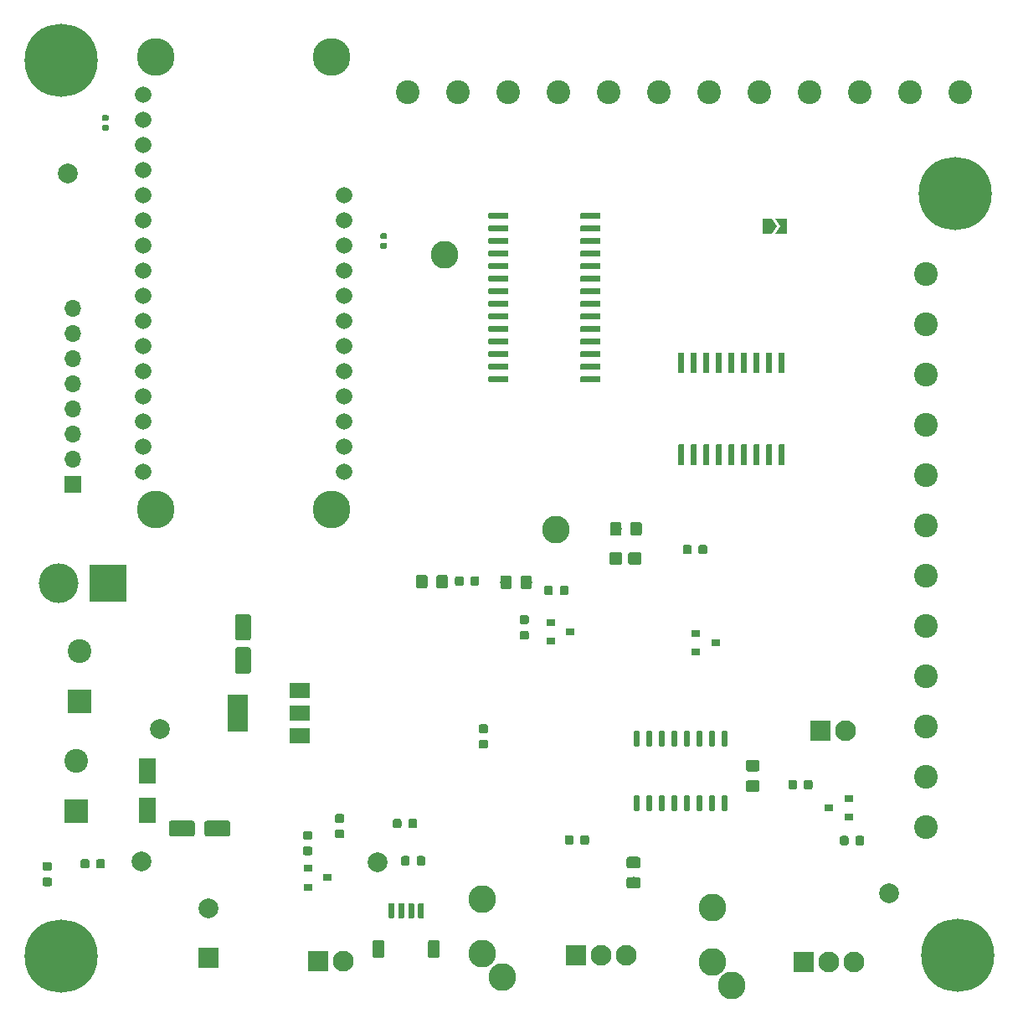
<source format=gts>
%TF.GenerationSoftware,KiCad,Pcbnew,(5.1.4)-1*%
%TF.CreationDate,2023-07-02T11:44:51-04:00*%
%TF.ProjectId,CameraTriggerSensorNodeOnly,43616d65-7261-4547-9269-676765725365,rev?*%
%TF.SameCoordinates,Original*%
%TF.FileFunction,Soldermask,Top*%
%TF.FilePolarity,Negative*%
%FSLAX46Y46*%
G04 Gerber Fmt 4.6, Leading zero omitted, Abs format (unit mm)*
G04 Created by KiCad (PCBNEW (5.1.4)-1) date 2023-07-02 11:44:51*
%MOMM*%
%LPD*%
G04 APERTURE LIST*
%ADD10C,2.100000*%
%ADD11R,2.100000X2.100000*%
%ADD12R,0.900000X0.800000*%
%ADD13C,0.100000*%
%ADD14C,0.875000*%
%ADD15C,0.300000*%
%ADD16R,2.400000X2.400000*%
%ADD17C,2.400000*%
%ADD18C,1.150000*%
%ADD19C,1.300000*%
%ADD20C,2.000000*%
%ADD21R,2.000000X2.000000*%
%ADD22C,0.550000*%
%ADD23C,1.600000*%
%ADD24C,2.800000*%
%ADD25C,4.000000*%
%ADD26R,3.800000X3.800000*%
%ADD27C,0.600000*%
%ADD28O,1.700000X1.700000*%
%ADD29R,1.700000X1.700000*%
%ADD30C,1.200000*%
%ADD31C,7.400000*%
%ADD32R,1.800000X2.500000*%
%ADD33C,0.590000*%
%ADD34C,1.665000*%
%ADD35C,3.810000*%
%ADD36R,2.000000X3.800000*%
%ADD37R,2.000000X1.500000*%
G04 APERTURE END LIST*
D10*
X-66167000Y-95186500D03*
D11*
X-68707000Y-95186500D03*
D12*
X-17065500Y-79692500D03*
X-15065500Y-78742500D03*
X-15065500Y-80642500D03*
D13*
G36*
X-20486309Y-76869053D02*
G01*
X-20465074Y-76872203D01*
X-20444250Y-76877419D01*
X-20424038Y-76884651D01*
X-20404632Y-76893830D01*
X-20386219Y-76904866D01*
X-20368976Y-76917654D01*
X-20353070Y-76932070D01*
X-20338654Y-76947976D01*
X-20325866Y-76965219D01*
X-20314830Y-76983632D01*
X-20305651Y-77003038D01*
X-20298419Y-77023250D01*
X-20293203Y-77044074D01*
X-20290053Y-77065309D01*
X-20289000Y-77086750D01*
X-20289000Y-77599250D01*
X-20290053Y-77620691D01*
X-20293203Y-77641926D01*
X-20298419Y-77662750D01*
X-20305651Y-77682962D01*
X-20314830Y-77702368D01*
X-20325866Y-77720781D01*
X-20338654Y-77738024D01*
X-20353070Y-77753930D01*
X-20368976Y-77768346D01*
X-20386219Y-77781134D01*
X-20404632Y-77792170D01*
X-20424038Y-77801349D01*
X-20444250Y-77808581D01*
X-20465074Y-77813797D01*
X-20486309Y-77816947D01*
X-20507750Y-77818000D01*
X-20945250Y-77818000D01*
X-20966691Y-77816947D01*
X-20987926Y-77813797D01*
X-21008750Y-77808581D01*
X-21028962Y-77801349D01*
X-21048368Y-77792170D01*
X-21066781Y-77781134D01*
X-21084024Y-77768346D01*
X-21099930Y-77753930D01*
X-21114346Y-77738024D01*
X-21127134Y-77720781D01*
X-21138170Y-77702368D01*
X-21147349Y-77682962D01*
X-21154581Y-77662750D01*
X-21159797Y-77641926D01*
X-21162947Y-77620691D01*
X-21164000Y-77599250D01*
X-21164000Y-77086750D01*
X-21162947Y-77065309D01*
X-21159797Y-77044074D01*
X-21154581Y-77023250D01*
X-21147349Y-77003038D01*
X-21138170Y-76983632D01*
X-21127134Y-76965219D01*
X-21114346Y-76947976D01*
X-21099930Y-76932070D01*
X-21084024Y-76917654D01*
X-21066781Y-76904866D01*
X-21048368Y-76893830D01*
X-21028962Y-76884651D01*
X-21008750Y-76877419D01*
X-20987926Y-76872203D01*
X-20966691Y-76869053D01*
X-20945250Y-76868000D01*
X-20507750Y-76868000D01*
X-20486309Y-76869053D01*
X-20486309Y-76869053D01*
G37*
D14*
X-20726500Y-77343000D03*
D13*
G36*
X-18911309Y-76869053D02*
G01*
X-18890074Y-76872203D01*
X-18869250Y-76877419D01*
X-18849038Y-76884651D01*
X-18829632Y-76893830D01*
X-18811219Y-76904866D01*
X-18793976Y-76917654D01*
X-18778070Y-76932070D01*
X-18763654Y-76947976D01*
X-18750866Y-76965219D01*
X-18739830Y-76983632D01*
X-18730651Y-77003038D01*
X-18723419Y-77023250D01*
X-18718203Y-77044074D01*
X-18715053Y-77065309D01*
X-18714000Y-77086750D01*
X-18714000Y-77599250D01*
X-18715053Y-77620691D01*
X-18718203Y-77641926D01*
X-18723419Y-77662750D01*
X-18730651Y-77682962D01*
X-18739830Y-77702368D01*
X-18750866Y-77720781D01*
X-18763654Y-77738024D01*
X-18778070Y-77753930D01*
X-18793976Y-77768346D01*
X-18811219Y-77781134D01*
X-18829632Y-77792170D01*
X-18849038Y-77801349D01*
X-18869250Y-77808581D01*
X-18890074Y-77813797D01*
X-18911309Y-77816947D01*
X-18932750Y-77818000D01*
X-19370250Y-77818000D01*
X-19391691Y-77816947D01*
X-19412926Y-77813797D01*
X-19433750Y-77808581D01*
X-19453962Y-77801349D01*
X-19473368Y-77792170D01*
X-19491781Y-77781134D01*
X-19509024Y-77768346D01*
X-19524930Y-77753930D01*
X-19539346Y-77738024D01*
X-19552134Y-77720781D01*
X-19563170Y-77702368D01*
X-19572349Y-77682962D01*
X-19579581Y-77662750D01*
X-19584797Y-77641926D01*
X-19587947Y-77620691D01*
X-19589000Y-77599250D01*
X-19589000Y-77086750D01*
X-19587947Y-77065309D01*
X-19584797Y-77044074D01*
X-19579581Y-77023250D01*
X-19572349Y-77003038D01*
X-19563170Y-76983632D01*
X-19552134Y-76965219D01*
X-19539346Y-76947976D01*
X-19524930Y-76932070D01*
X-19509024Y-76917654D01*
X-19491781Y-76904866D01*
X-19473368Y-76893830D01*
X-19453962Y-76884651D01*
X-19433750Y-76877419D01*
X-19412926Y-76872203D01*
X-19391691Y-76869053D01*
X-19370250Y-76868000D01*
X-18932750Y-76868000D01*
X-18911309Y-76869053D01*
X-18911309Y-76869053D01*
G37*
D14*
X-19151500Y-77343000D03*
D13*
G36*
X-13704309Y-82520553D02*
G01*
X-13683074Y-82523703D01*
X-13662250Y-82528919D01*
X-13642038Y-82536151D01*
X-13622632Y-82545330D01*
X-13604219Y-82556366D01*
X-13586976Y-82569154D01*
X-13571070Y-82583570D01*
X-13556654Y-82599476D01*
X-13543866Y-82616719D01*
X-13532830Y-82635132D01*
X-13523651Y-82654538D01*
X-13516419Y-82674750D01*
X-13511203Y-82695574D01*
X-13508053Y-82716809D01*
X-13507000Y-82738250D01*
X-13507000Y-83250750D01*
X-13508053Y-83272191D01*
X-13511203Y-83293426D01*
X-13516419Y-83314250D01*
X-13523651Y-83334462D01*
X-13532830Y-83353868D01*
X-13543866Y-83372281D01*
X-13556654Y-83389524D01*
X-13571070Y-83405430D01*
X-13586976Y-83419846D01*
X-13604219Y-83432634D01*
X-13622632Y-83443670D01*
X-13642038Y-83452849D01*
X-13662250Y-83460081D01*
X-13683074Y-83465297D01*
X-13704309Y-83468447D01*
X-13725750Y-83469500D01*
X-14163250Y-83469500D01*
X-14184691Y-83468447D01*
X-14205926Y-83465297D01*
X-14226750Y-83460081D01*
X-14246962Y-83452849D01*
X-14266368Y-83443670D01*
X-14284781Y-83432634D01*
X-14302024Y-83419846D01*
X-14317930Y-83405430D01*
X-14332346Y-83389524D01*
X-14345134Y-83372281D01*
X-14356170Y-83353868D01*
X-14365349Y-83334462D01*
X-14372581Y-83314250D01*
X-14377797Y-83293426D01*
X-14380947Y-83272191D01*
X-14382000Y-83250750D01*
X-14382000Y-82738250D01*
X-14380947Y-82716809D01*
X-14377797Y-82695574D01*
X-14372581Y-82674750D01*
X-14365349Y-82654538D01*
X-14356170Y-82635132D01*
X-14345134Y-82616719D01*
X-14332346Y-82599476D01*
X-14317930Y-82583570D01*
X-14302024Y-82569154D01*
X-14284781Y-82556366D01*
X-14266368Y-82545330D01*
X-14246962Y-82536151D01*
X-14226750Y-82528919D01*
X-14205926Y-82523703D01*
X-14184691Y-82520553D01*
X-14163250Y-82519500D01*
X-13725750Y-82519500D01*
X-13704309Y-82520553D01*
X-13704309Y-82520553D01*
G37*
D14*
X-13944500Y-82994500D03*
D13*
G36*
X-15279309Y-82520553D02*
G01*
X-15258074Y-82523703D01*
X-15237250Y-82528919D01*
X-15217038Y-82536151D01*
X-15197632Y-82545330D01*
X-15179219Y-82556366D01*
X-15161976Y-82569154D01*
X-15146070Y-82583570D01*
X-15131654Y-82599476D01*
X-15118866Y-82616719D01*
X-15107830Y-82635132D01*
X-15098651Y-82654538D01*
X-15091419Y-82674750D01*
X-15086203Y-82695574D01*
X-15083053Y-82716809D01*
X-15082000Y-82738250D01*
X-15082000Y-83250750D01*
X-15083053Y-83272191D01*
X-15086203Y-83293426D01*
X-15091419Y-83314250D01*
X-15098651Y-83334462D01*
X-15107830Y-83353868D01*
X-15118866Y-83372281D01*
X-15131654Y-83389524D01*
X-15146070Y-83405430D01*
X-15161976Y-83419846D01*
X-15179219Y-83432634D01*
X-15197632Y-83443670D01*
X-15217038Y-83452849D01*
X-15237250Y-83460081D01*
X-15258074Y-83465297D01*
X-15279309Y-83468447D01*
X-15300750Y-83469500D01*
X-15738250Y-83469500D01*
X-15759691Y-83468447D01*
X-15780926Y-83465297D01*
X-15801750Y-83460081D01*
X-15821962Y-83452849D01*
X-15841368Y-83443670D01*
X-15859781Y-83432634D01*
X-15877024Y-83419846D01*
X-15892930Y-83405430D01*
X-15907346Y-83389524D01*
X-15920134Y-83372281D01*
X-15931170Y-83353868D01*
X-15940349Y-83334462D01*
X-15947581Y-83314250D01*
X-15952797Y-83293426D01*
X-15955947Y-83272191D01*
X-15957000Y-83250750D01*
X-15957000Y-82738250D01*
X-15955947Y-82716809D01*
X-15952797Y-82695574D01*
X-15947581Y-82674750D01*
X-15940349Y-82654538D01*
X-15931170Y-82635132D01*
X-15920134Y-82616719D01*
X-15907346Y-82599476D01*
X-15892930Y-82583570D01*
X-15877024Y-82569154D01*
X-15859781Y-82556366D01*
X-15841368Y-82545330D01*
X-15821962Y-82536151D01*
X-15801750Y-82528919D01*
X-15780926Y-82523703D01*
X-15759691Y-82520553D01*
X-15738250Y-82519500D01*
X-15300750Y-82519500D01*
X-15279309Y-82520553D01*
X-15279309Y-82520553D01*
G37*
D14*
X-15519500Y-82994500D03*
D10*
X-15367000Y-71882000D03*
D11*
X-17907000Y-71882000D03*
D15*
X-23294000Y-20955000D03*
D13*
G36*
X-22294000Y-20955000D02*
G01*
X-22794000Y-21705000D01*
X-23794000Y-21705000D01*
X-23794000Y-20205000D01*
X-22794000Y-20205000D01*
X-22294000Y-20955000D01*
X-22294000Y-20955000D01*
G37*
D15*
X-21844000Y-20955000D03*
D13*
G36*
X-21344000Y-21705000D02*
G01*
X-22494000Y-21705000D01*
X-21994000Y-20955000D01*
X-22494000Y-20205000D01*
X-21344000Y-20205000D01*
X-21344000Y-21705000D01*
X-21344000Y-21705000D01*
G37*
D16*
X-93154500Y-80010000D03*
D17*
X-93154500Y-74930000D03*
D16*
X-92837000Y-68897500D03*
D17*
X-92837000Y-63817500D03*
D13*
G36*
X-57888995Y-56133704D02*
G01*
X-57864727Y-56137304D01*
X-57840928Y-56143265D01*
X-57817829Y-56151530D01*
X-57795650Y-56162020D01*
X-57774607Y-56174632D01*
X-57754901Y-56189247D01*
X-57736723Y-56205723D01*
X-57720247Y-56223901D01*
X-57705632Y-56243607D01*
X-57693020Y-56264650D01*
X-57682530Y-56286829D01*
X-57674265Y-56309928D01*
X-57668304Y-56333727D01*
X-57664704Y-56357995D01*
X-57663500Y-56382499D01*
X-57663500Y-57282501D01*
X-57664704Y-57307005D01*
X-57668304Y-57331273D01*
X-57674265Y-57355072D01*
X-57682530Y-57378171D01*
X-57693020Y-57400350D01*
X-57705632Y-57421393D01*
X-57720247Y-57441099D01*
X-57736723Y-57459277D01*
X-57754901Y-57475753D01*
X-57774607Y-57490368D01*
X-57795650Y-57502980D01*
X-57817829Y-57513470D01*
X-57840928Y-57521735D01*
X-57864727Y-57527696D01*
X-57888995Y-57531296D01*
X-57913499Y-57532500D01*
X-58563501Y-57532500D01*
X-58588005Y-57531296D01*
X-58612273Y-57527696D01*
X-58636072Y-57521735D01*
X-58659171Y-57513470D01*
X-58681350Y-57502980D01*
X-58702393Y-57490368D01*
X-58722099Y-57475753D01*
X-58740277Y-57459277D01*
X-58756753Y-57441099D01*
X-58771368Y-57421393D01*
X-58783980Y-57400350D01*
X-58794470Y-57378171D01*
X-58802735Y-57355072D01*
X-58808696Y-57331273D01*
X-58812296Y-57307005D01*
X-58813500Y-57282501D01*
X-58813500Y-56382499D01*
X-58812296Y-56357995D01*
X-58808696Y-56333727D01*
X-58802735Y-56309928D01*
X-58794470Y-56286829D01*
X-58783980Y-56264650D01*
X-58771368Y-56243607D01*
X-58756753Y-56223901D01*
X-58740277Y-56205723D01*
X-58722099Y-56189247D01*
X-58702393Y-56174632D01*
X-58681350Y-56162020D01*
X-58659171Y-56151530D01*
X-58636072Y-56143265D01*
X-58612273Y-56137304D01*
X-58588005Y-56133704D01*
X-58563501Y-56132500D01*
X-57913499Y-56132500D01*
X-57888995Y-56133704D01*
X-57888995Y-56133704D01*
G37*
D18*
X-58238500Y-56832500D03*
D13*
G36*
X-55838995Y-56133704D02*
G01*
X-55814727Y-56137304D01*
X-55790928Y-56143265D01*
X-55767829Y-56151530D01*
X-55745650Y-56162020D01*
X-55724607Y-56174632D01*
X-55704901Y-56189247D01*
X-55686723Y-56205723D01*
X-55670247Y-56223901D01*
X-55655632Y-56243607D01*
X-55643020Y-56264650D01*
X-55632530Y-56286829D01*
X-55624265Y-56309928D01*
X-55618304Y-56333727D01*
X-55614704Y-56357995D01*
X-55613500Y-56382499D01*
X-55613500Y-57282501D01*
X-55614704Y-57307005D01*
X-55618304Y-57331273D01*
X-55624265Y-57355072D01*
X-55632530Y-57378171D01*
X-55643020Y-57400350D01*
X-55655632Y-57421393D01*
X-55670247Y-57441099D01*
X-55686723Y-57459277D01*
X-55704901Y-57475753D01*
X-55724607Y-57490368D01*
X-55745650Y-57502980D01*
X-55767829Y-57513470D01*
X-55790928Y-57521735D01*
X-55814727Y-57527696D01*
X-55838995Y-57531296D01*
X-55863499Y-57532500D01*
X-56513501Y-57532500D01*
X-56538005Y-57531296D01*
X-56562273Y-57527696D01*
X-56586072Y-57521735D01*
X-56609171Y-57513470D01*
X-56631350Y-57502980D01*
X-56652393Y-57490368D01*
X-56672099Y-57475753D01*
X-56690277Y-57459277D01*
X-56706753Y-57441099D01*
X-56721368Y-57421393D01*
X-56733980Y-57400350D01*
X-56744470Y-57378171D01*
X-56752735Y-57355072D01*
X-56758696Y-57331273D01*
X-56762296Y-57307005D01*
X-56763500Y-57282501D01*
X-56763500Y-56382499D01*
X-56762296Y-56357995D01*
X-56758696Y-56333727D01*
X-56752735Y-56309928D01*
X-56744470Y-56286829D01*
X-56733980Y-56264650D01*
X-56721368Y-56243607D01*
X-56706753Y-56223901D01*
X-56690277Y-56205723D01*
X-56672099Y-56189247D01*
X-56652393Y-56174632D01*
X-56631350Y-56162020D01*
X-56609171Y-56151530D01*
X-56586072Y-56143265D01*
X-56562273Y-56137304D01*
X-56538005Y-56133704D01*
X-56513501Y-56132500D01*
X-55863499Y-56132500D01*
X-55838995Y-56133704D01*
X-55838995Y-56133704D01*
G37*
D18*
X-56188500Y-56832500D03*
D13*
G36*
X-38267495Y-50799704D02*
G01*
X-38243227Y-50803304D01*
X-38219428Y-50809265D01*
X-38196329Y-50817530D01*
X-38174150Y-50828020D01*
X-38153107Y-50840632D01*
X-38133401Y-50855247D01*
X-38115223Y-50871723D01*
X-38098747Y-50889901D01*
X-38084132Y-50909607D01*
X-38071520Y-50930650D01*
X-38061030Y-50952829D01*
X-38052765Y-50975928D01*
X-38046804Y-50999727D01*
X-38043204Y-51023995D01*
X-38042000Y-51048499D01*
X-38042000Y-51948501D01*
X-38043204Y-51973005D01*
X-38046804Y-51997273D01*
X-38052765Y-52021072D01*
X-38061030Y-52044171D01*
X-38071520Y-52066350D01*
X-38084132Y-52087393D01*
X-38098747Y-52107099D01*
X-38115223Y-52125277D01*
X-38133401Y-52141753D01*
X-38153107Y-52156368D01*
X-38174150Y-52168980D01*
X-38196329Y-52179470D01*
X-38219428Y-52187735D01*
X-38243227Y-52193696D01*
X-38267495Y-52197296D01*
X-38291999Y-52198500D01*
X-38942001Y-52198500D01*
X-38966505Y-52197296D01*
X-38990773Y-52193696D01*
X-39014572Y-52187735D01*
X-39037671Y-52179470D01*
X-39059850Y-52168980D01*
X-39080893Y-52156368D01*
X-39100599Y-52141753D01*
X-39118777Y-52125277D01*
X-39135253Y-52107099D01*
X-39149868Y-52087393D01*
X-39162480Y-52066350D01*
X-39172970Y-52044171D01*
X-39181235Y-52021072D01*
X-39187196Y-51997273D01*
X-39190796Y-51973005D01*
X-39192000Y-51948501D01*
X-39192000Y-51048499D01*
X-39190796Y-51023995D01*
X-39187196Y-50999727D01*
X-39181235Y-50975928D01*
X-39172970Y-50952829D01*
X-39162480Y-50930650D01*
X-39149868Y-50909607D01*
X-39135253Y-50889901D01*
X-39118777Y-50871723D01*
X-39100599Y-50855247D01*
X-39080893Y-50840632D01*
X-39059850Y-50828020D01*
X-39037671Y-50817530D01*
X-39014572Y-50809265D01*
X-38990773Y-50803304D01*
X-38966505Y-50799704D01*
X-38942001Y-50798500D01*
X-38291999Y-50798500D01*
X-38267495Y-50799704D01*
X-38267495Y-50799704D01*
G37*
D18*
X-38617000Y-51498500D03*
D13*
G36*
X-36217495Y-50799704D02*
G01*
X-36193227Y-50803304D01*
X-36169428Y-50809265D01*
X-36146329Y-50817530D01*
X-36124150Y-50828020D01*
X-36103107Y-50840632D01*
X-36083401Y-50855247D01*
X-36065223Y-50871723D01*
X-36048747Y-50889901D01*
X-36034132Y-50909607D01*
X-36021520Y-50930650D01*
X-36011030Y-50952829D01*
X-36002765Y-50975928D01*
X-35996804Y-50999727D01*
X-35993204Y-51023995D01*
X-35992000Y-51048499D01*
X-35992000Y-51948501D01*
X-35993204Y-51973005D01*
X-35996804Y-51997273D01*
X-36002765Y-52021072D01*
X-36011030Y-52044171D01*
X-36021520Y-52066350D01*
X-36034132Y-52087393D01*
X-36048747Y-52107099D01*
X-36065223Y-52125277D01*
X-36083401Y-52141753D01*
X-36103107Y-52156368D01*
X-36124150Y-52168980D01*
X-36146329Y-52179470D01*
X-36169428Y-52187735D01*
X-36193227Y-52193696D01*
X-36217495Y-52197296D01*
X-36241999Y-52198500D01*
X-36892001Y-52198500D01*
X-36916505Y-52197296D01*
X-36940773Y-52193696D01*
X-36964572Y-52187735D01*
X-36987671Y-52179470D01*
X-37009850Y-52168980D01*
X-37030893Y-52156368D01*
X-37050599Y-52141753D01*
X-37068777Y-52125277D01*
X-37085253Y-52107099D01*
X-37099868Y-52087393D01*
X-37112480Y-52066350D01*
X-37122970Y-52044171D01*
X-37131235Y-52021072D01*
X-37137196Y-51997273D01*
X-37140796Y-51973005D01*
X-37142000Y-51948501D01*
X-37142000Y-51048499D01*
X-37140796Y-51023995D01*
X-37137196Y-50999727D01*
X-37131235Y-50975928D01*
X-37122970Y-50952829D01*
X-37112480Y-50930650D01*
X-37099868Y-50909607D01*
X-37085253Y-50889901D01*
X-37068777Y-50871723D01*
X-37050599Y-50855247D01*
X-37030893Y-50840632D01*
X-37009850Y-50828020D01*
X-36987671Y-50817530D01*
X-36964572Y-50809265D01*
X-36940773Y-50803304D01*
X-36916505Y-50799704D01*
X-36892001Y-50798500D01*
X-36241999Y-50798500D01*
X-36217495Y-50799704D01*
X-36217495Y-50799704D01*
G37*
D18*
X-36567000Y-51498500D03*
D13*
G36*
X-38180996Y-53834204D02*
G01*
X-38156727Y-53837804D01*
X-38132929Y-53843765D01*
X-38109829Y-53852030D01*
X-38087651Y-53862520D01*
X-38066607Y-53875133D01*
X-38046902Y-53889747D01*
X-38028723Y-53906223D01*
X-38012247Y-53924402D01*
X-37997633Y-53944107D01*
X-37985020Y-53965151D01*
X-37974530Y-53987329D01*
X-37966265Y-54010429D01*
X-37960304Y-54034227D01*
X-37956704Y-54058496D01*
X-37955500Y-54083000D01*
X-37955500Y-54883000D01*
X-37956704Y-54907504D01*
X-37960304Y-54931773D01*
X-37966265Y-54955571D01*
X-37974530Y-54978671D01*
X-37985020Y-55000849D01*
X-37997633Y-55021893D01*
X-38012247Y-55041598D01*
X-38028723Y-55059777D01*
X-38046902Y-55076253D01*
X-38066607Y-55090867D01*
X-38087651Y-55103480D01*
X-38109829Y-55113970D01*
X-38132929Y-55122235D01*
X-38156727Y-55128196D01*
X-38180996Y-55131796D01*
X-38205500Y-55133000D01*
X-39030500Y-55133000D01*
X-39055004Y-55131796D01*
X-39079273Y-55128196D01*
X-39103071Y-55122235D01*
X-39126171Y-55113970D01*
X-39148349Y-55103480D01*
X-39169393Y-55090867D01*
X-39189098Y-55076253D01*
X-39207277Y-55059777D01*
X-39223753Y-55041598D01*
X-39238367Y-55021893D01*
X-39250980Y-55000849D01*
X-39261470Y-54978671D01*
X-39269735Y-54955571D01*
X-39275696Y-54931773D01*
X-39279296Y-54907504D01*
X-39280500Y-54883000D01*
X-39280500Y-54083000D01*
X-39279296Y-54058496D01*
X-39275696Y-54034227D01*
X-39269735Y-54010429D01*
X-39261470Y-53987329D01*
X-39250980Y-53965151D01*
X-39238367Y-53944107D01*
X-39223753Y-53924402D01*
X-39207277Y-53906223D01*
X-39189098Y-53889747D01*
X-39169393Y-53875133D01*
X-39148349Y-53862520D01*
X-39126171Y-53852030D01*
X-39103071Y-53843765D01*
X-39079273Y-53837804D01*
X-39055004Y-53834204D01*
X-39030500Y-53833000D01*
X-38205500Y-53833000D01*
X-38180996Y-53834204D01*
X-38180996Y-53834204D01*
G37*
D19*
X-38618000Y-54483000D03*
D13*
G36*
X-36255996Y-53834204D02*
G01*
X-36231727Y-53837804D01*
X-36207929Y-53843765D01*
X-36184829Y-53852030D01*
X-36162651Y-53862520D01*
X-36141607Y-53875133D01*
X-36121902Y-53889747D01*
X-36103723Y-53906223D01*
X-36087247Y-53924402D01*
X-36072633Y-53944107D01*
X-36060020Y-53965151D01*
X-36049530Y-53987329D01*
X-36041265Y-54010429D01*
X-36035304Y-54034227D01*
X-36031704Y-54058496D01*
X-36030500Y-54083000D01*
X-36030500Y-54883000D01*
X-36031704Y-54907504D01*
X-36035304Y-54931773D01*
X-36041265Y-54955571D01*
X-36049530Y-54978671D01*
X-36060020Y-55000849D01*
X-36072633Y-55021893D01*
X-36087247Y-55041598D01*
X-36103723Y-55059777D01*
X-36121902Y-55076253D01*
X-36141607Y-55090867D01*
X-36162651Y-55103480D01*
X-36184829Y-55113970D01*
X-36207929Y-55122235D01*
X-36231727Y-55128196D01*
X-36255996Y-55131796D01*
X-36280500Y-55133000D01*
X-37105500Y-55133000D01*
X-37130004Y-55131796D01*
X-37154273Y-55128196D01*
X-37178071Y-55122235D01*
X-37201171Y-55113970D01*
X-37223349Y-55103480D01*
X-37244393Y-55090867D01*
X-37264098Y-55076253D01*
X-37282277Y-55059777D01*
X-37298753Y-55041598D01*
X-37313367Y-55021893D01*
X-37325980Y-55000849D01*
X-37336470Y-54978671D01*
X-37344735Y-54955571D01*
X-37350696Y-54931773D01*
X-37354296Y-54907504D01*
X-37355500Y-54883000D01*
X-37355500Y-54083000D01*
X-37354296Y-54058496D01*
X-37350696Y-54034227D01*
X-37344735Y-54010429D01*
X-37336470Y-53987329D01*
X-37325980Y-53965151D01*
X-37313367Y-53944107D01*
X-37298753Y-53924402D01*
X-37282277Y-53906223D01*
X-37264098Y-53889747D01*
X-37244393Y-53875133D01*
X-37223349Y-53862520D01*
X-37201171Y-53852030D01*
X-37178071Y-53843765D01*
X-37154273Y-53837804D01*
X-37130004Y-53834204D01*
X-37105500Y-53833000D01*
X-36280500Y-53833000D01*
X-36255996Y-53834204D01*
X-36255996Y-53834204D01*
G37*
D19*
X-36693000Y-54483000D03*
D13*
G36*
X-49379995Y-56197204D02*
G01*
X-49355727Y-56200804D01*
X-49331928Y-56206765D01*
X-49308829Y-56215030D01*
X-49286650Y-56225520D01*
X-49265607Y-56238132D01*
X-49245901Y-56252747D01*
X-49227723Y-56269223D01*
X-49211247Y-56287401D01*
X-49196632Y-56307107D01*
X-49184020Y-56328150D01*
X-49173530Y-56350329D01*
X-49165265Y-56373428D01*
X-49159304Y-56397227D01*
X-49155704Y-56421495D01*
X-49154500Y-56445999D01*
X-49154500Y-57346001D01*
X-49155704Y-57370505D01*
X-49159304Y-57394773D01*
X-49165265Y-57418572D01*
X-49173530Y-57441671D01*
X-49184020Y-57463850D01*
X-49196632Y-57484893D01*
X-49211247Y-57504599D01*
X-49227723Y-57522777D01*
X-49245901Y-57539253D01*
X-49265607Y-57553868D01*
X-49286650Y-57566480D01*
X-49308829Y-57576970D01*
X-49331928Y-57585235D01*
X-49355727Y-57591196D01*
X-49379995Y-57594796D01*
X-49404499Y-57596000D01*
X-50054501Y-57596000D01*
X-50079005Y-57594796D01*
X-50103273Y-57591196D01*
X-50127072Y-57585235D01*
X-50150171Y-57576970D01*
X-50172350Y-57566480D01*
X-50193393Y-57553868D01*
X-50213099Y-57539253D01*
X-50231277Y-57522777D01*
X-50247753Y-57504599D01*
X-50262368Y-57484893D01*
X-50274980Y-57463850D01*
X-50285470Y-57441671D01*
X-50293735Y-57418572D01*
X-50299696Y-57394773D01*
X-50303296Y-57370505D01*
X-50304500Y-57346001D01*
X-50304500Y-56445999D01*
X-50303296Y-56421495D01*
X-50299696Y-56397227D01*
X-50293735Y-56373428D01*
X-50285470Y-56350329D01*
X-50274980Y-56328150D01*
X-50262368Y-56307107D01*
X-50247753Y-56287401D01*
X-50231277Y-56269223D01*
X-50213099Y-56252747D01*
X-50193393Y-56238132D01*
X-50172350Y-56225520D01*
X-50150171Y-56215030D01*
X-50127072Y-56206765D01*
X-50103273Y-56200804D01*
X-50079005Y-56197204D01*
X-50054501Y-56196000D01*
X-49404499Y-56196000D01*
X-49379995Y-56197204D01*
X-49379995Y-56197204D01*
G37*
D18*
X-49729500Y-56896000D03*
D13*
G36*
X-47329995Y-56197204D02*
G01*
X-47305727Y-56200804D01*
X-47281928Y-56206765D01*
X-47258829Y-56215030D01*
X-47236650Y-56225520D01*
X-47215607Y-56238132D01*
X-47195901Y-56252747D01*
X-47177723Y-56269223D01*
X-47161247Y-56287401D01*
X-47146632Y-56307107D01*
X-47134020Y-56328150D01*
X-47123530Y-56350329D01*
X-47115265Y-56373428D01*
X-47109304Y-56397227D01*
X-47105704Y-56421495D01*
X-47104500Y-56445999D01*
X-47104500Y-57346001D01*
X-47105704Y-57370505D01*
X-47109304Y-57394773D01*
X-47115265Y-57418572D01*
X-47123530Y-57441671D01*
X-47134020Y-57463850D01*
X-47146632Y-57484893D01*
X-47161247Y-57504599D01*
X-47177723Y-57522777D01*
X-47195901Y-57539253D01*
X-47215607Y-57553868D01*
X-47236650Y-57566480D01*
X-47258829Y-57576970D01*
X-47281928Y-57585235D01*
X-47305727Y-57591196D01*
X-47329995Y-57594796D01*
X-47354499Y-57596000D01*
X-48004501Y-57596000D01*
X-48029005Y-57594796D01*
X-48053273Y-57591196D01*
X-48077072Y-57585235D01*
X-48100171Y-57576970D01*
X-48122350Y-57566480D01*
X-48143393Y-57553868D01*
X-48163099Y-57539253D01*
X-48181277Y-57522777D01*
X-48197753Y-57504599D01*
X-48212368Y-57484893D01*
X-48224980Y-57463850D01*
X-48235470Y-57441671D01*
X-48243735Y-57418572D01*
X-48249696Y-57394773D01*
X-48253296Y-57370505D01*
X-48254500Y-57346001D01*
X-48254500Y-56445999D01*
X-48253296Y-56421495D01*
X-48249696Y-56397227D01*
X-48243735Y-56373428D01*
X-48235470Y-56350329D01*
X-48224980Y-56328150D01*
X-48212368Y-56307107D01*
X-48197753Y-56287401D01*
X-48181277Y-56269223D01*
X-48163099Y-56252747D01*
X-48143393Y-56238132D01*
X-48122350Y-56225520D01*
X-48100171Y-56215030D01*
X-48077072Y-56206765D01*
X-48053273Y-56200804D01*
X-48029005Y-56197204D01*
X-48004501Y-56196000D01*
X-47354499Y-56196000D01*
X-47329995Y-56197204D01*
X-47329995Y-56197204D01*
G37*
D18*
X-47679500Y-56896000D03*
D20*
X-79819500Y-89869000D03*
D21*
X-79819500Y-94869000D03*
D13*
G36*
X-27471523Y-78396662D02*
G01*
X-27458175Y-78398642D01*
X-27445086Y-78401921D01*
X-27432381Y-78406467D01*
X-27420183Y-78412236D01*
X-27408609Y-78419173D01*
X-27397771Y-78427211D01*
X-27387773Y-78436273D01*
X-27378711Y-78446271D01*
X-27370673Y-78457109D01*
X-27363736Y-78468683D01*
X-27357967Y-78480881D01*
X-27353421Y-78493586D01*
X-27350142Y-78506675D01*
X-27348162Y-78520023D01*
X-27347500Y-78533500D01*
X-27347500Y-79858500D01*
X-27348162Y-79871977D01*
X-27350142Y-79885325D01*
X-27353421Y-79898414D01*
X-27357967Y-79911119D01*
X-27363736Y-79923317D01*
X-27370673Y-79934891D01*
X-27378711Y-79945729D01*
X-27387773Y-79955727D01*
X-27397771Y-79964789D01*
X-27408609Y-79972827D01*
X-27420183Y-79979764D01*
X-27432381Y-79985533D01*
X-27445086Y-79990079D01*
X-27458175Y-79993358D01*
X-27471523Y-79995338D01*
X-27485000Y-79996000D01*
X-27760000Y-79996000D01*
X-27773477Y-79995338D01*
X-27786825Y-79993358D01*
X-27799914Y-79990079D01*
X-27812619Y-79985533D01*
X-27824817Y-79979764D01*
X-27836391Y-79972827D01*
X-27847229Y-79964789D01*
X-27857227Y-79955727D01*
X-27866289Y-79945729D01*
X-27874327Y-79934891D01*
X-27881264Y-79923317D01*
X-27887033Y-79911119D01*
X-27891579Y-79898414D01*
X-27894858Y-79885325D01*
X-27896838Y-79871977D01*
X-27897500Y-79858500D01*
X-27897500Y-78533500D01*
X-27896838Y-78520023D01*
X-27894858Y-78506675D01*
X-27891579Y-78493586D01*
X-27887033Y-78480881D01*
X-27881264Y-78468683D01*
X-27874327Y-78457109D01*
X-27866289Y-78446271D01*
X-27857227Y-78436273D01*
X-27847229Y-78427211D01*
X-27836391Y-78419173D01*
X-27824817Y-78412236D01*
X-27812619Y-78406467D01*
X-27799914Y-78401921D01*
X-27786825Y-78398642D01*
X-27773477Y-78396662D01*
X-27760000Y-78396000D01*
X-27485000Y-78396000D01*
X-27471523Y-78396662D01*
X-27471523Y-78396662D01*
G37*
D22*
X-27622500Y-79196000D03*
D13*
G36*
X-28741523Y-78396662D02*
G01*
X-28728175Y-78398642D01*
X-28715086Y-78401921D01*
X-28702381Y-78406467D01*
X-28690183Y-78412236D01*
X-28678609Y-78419173D01*
X-28667771Y-78427211D01*
X-28657773Y-78436273D01*
X-28648711Y-78446271D01*
X-28640673Y-78457109D01*
X-28633736Y-78468683D01*
X-28627967Y-78480881D01*
X-28623421Y-78493586D01*
X-28620142Y-78506675D01*
X-28618162Y-78520023D01*
X-28617500Y-78533500D01*
X-28617500Y-79858500D01*
X-28618162Y-79871977D01*
X-28620142Y-79885325D01*
X-28623421Y-79898414D01*
X-28627967Y-79911119D01*
X-28633736Y-79923317D01*
X-28640673Y-79934891D01*
X-28648711Y-79945729D01*
X-28657773Y-79955727D01*
X-28667771Y-79964789D01*
X-28678609Y-79972827D01*
X-28690183Y-79979764D01*
X-28702381Y-79985533D01*
X-28715086Y-79990079D01*
X-28728175Y-79993358D01*
X-28741523Y-79995338D01*
X-28755000Y-79996000D01*
X-29030000Y-79996000D01*
X-29043477Y-79995338D01*
X-29056825Y-79993358D01*
X-29069914Y-79990079D01*
X-29082619Y-79985533D01*
X-29094817Y-79979764D01*
X-29106391Y-79972827D01*
X-29117229Y-79964789D01*
X-29127227Y-79955727D01*
X-29136289Y-79945729D01*
X-29144327Y-79934891D01*
X-29151264Y-79923317D01*
X-29157033Y-79911119D01*
X-29161579Y-79898414D01*
X-29164858Y-79885325D01*
X-29166838Y-79871977D01*
X-29167500Y-79858500D01*
X-29167500Y-78533500D01*
X-29166838Y-78520023D01*
X-29164858Y-78506675D01*
X-29161579Y-78493586D01*
X-29157033Y-78480881D01*
X-29151264Y-78468683D01*
X-29144327Y-78457109D01*
X-29136289Y-78446271D01*
X-29127227Y-78436273D01*
X-29117229Y-78427211D01*
X-29106391Y-78419173D01*
X-29094817Y-78412236D01*
X-29082619Y-78406467D01*
X-29069914Y-78401921D01*
X-29056825Y-78398642D01*
X-29043477Y-78396662D01*
X-29030000Y-78396000D01*
X-28755000Y-78396000D01*
X-28741523Y-78396662D01*
X-28741523Y-78396662D01*
G37*
D22*
X-28892500Y-79196000D03*
D13*
G36*
X-30011523Y-78396662D02*
G01*
X-29998175Y-78398642D01*
X-29985086Y-78401921D01*
X-29972381Y-78406467D01*
X-29960183Y-78412236D01*
X-29948609Y-78419173D01*
X-29937771Y-78427211D01*
X-29927773Y-78436273D01*
X-29918711Y-78446271D01*
X-29910673Y-78457109D01*
X-29903736Y-78468683D01*
X-29897967Y-78480881D01*
X-29893421Y-78493586D01*
X-29890142Y-78506675D01*
X-29888162Y-78520023D01*
X-29887500Y-78533500D01*
X-29887500Y-79858500D01*
X-29888162Y-79871977D01*
X-29890142Y-79885325D01*
X-29893421Y-79898414D01*
X-29897967Y-79911119D01*
X-29903736Y-79923317D01*
X-29910673Y-79934891D01*
X-29918711Y-79945729D01*
X-29927773Y-79955727D01*
X-29937771Y-79964789D01*
X-29948609Y-79972827D01*
X-29960183Y-79979764D01*
X-29972381Y-79985533D01*
X-29985086Y-79990079D01*
X-29998175Y-79993358D01*
X-30011523Y-79995338D01*
X-30025000Y-79996000D01*
X-30300000Y-79996000D01*
X-30313477Y-79995338D01*
X-30326825Y-79993358D01*
X-30339914Y-79990079D01*
X-30352619Y-79985533D01*
X-30364817Y-79979764D01*
X-30376391Y-79972827D01*
X-30387229Y-79964789D01*
X-30397227Y-79955727D01*
X-30406289Y-79945729D01*
X-30414327Y-79934891D01*
X-30421264Y-79923317D01*
X-30427033Y-79911119D01*
X-30431579Y-79898414D01*
X-30434858Y-79885325D01*
X-30436838Y-79871977D01*
X-30437500Y-79858500D01*
X-30437500Y-78533500D01*
X-30436838Y-78520023D01*
X-30434858Y-78506675D01*
X-30431579Y-78493586D01*
X-30427033Y-78480881D01*
X-30421264Y-78468683D01*
X-30414327Y-78457109D01*
X-30406289Y-78446271D01*
X-30397227Y-78436273D01*
X-30387229Y-78427211D01*
X-30376391Y-78419173D01*
X-30364817Y-78412236D01*
X-30352619Y-78406467D01*
X-30339914Y-78401921D01*
X-30326825Y-78398642D01*
X-30313477Y-78396662D01*
X-30300000Y-78396000D01*
X-30025000Y-78396000D01*
X-30011523Y-78396662D01*
X-30011523Y-78396662D01*
G37*
D22*
X-30162500Y-79196000D03*
D13*
G36*
X-31281523Y-78396662D02*
G01*
X-31268175Y-78398642D01*
X-31255086Y-78401921D01*
X-31242381Y-78406467D01*
X-31230183Y-78412236D01*
X-31218609Y-78419173D01*
X-31207771Y-78427211D01*
X-31197773Y-78436273D01*
X-31188711Y-78446271D01*
X-31180673Y-78457109D01*
X-31173736Y-78468683D01*
X-31167967Y-78480881D01*
X-31163421Y-78493586D01*
X-31160142Y-78506675D01*
X-31158162Y-78520023D01*
X-31157500Y-78533500D01*
X-31157500Y-79858500D01*
X-31158162Y-79871977D01*
X-31160142Y-79885325D01*
X-31163421Y-79898414D01*
X-31167967Y-79911119D01*
X-31173736Y-79923317D01*
X-31180673Y-79934891D01*
X-31188711Y-79945729D01*
X-31197773Y-79955727D01*
X-31207771Y-79964789D01*
X-31218609Y-79972827D01*
X-31230183Y-79979764D01*
X-31242381Y-79985533D01*
X-31255086Y-79990079D01*
X-31268175Y-79993358D01*
X-31281523Y-79995338D01*
X-31295000Y-79996000D01*
X-31570000Y-79996000D01*
X-31583477Y-79995338D01*
X-31596825Y-79993358D01*
X-31609914Y-79990079D01*
X-31622619Y-79985533D01*
X-31634817Y-79979764D01*
X-31646391Y-79972827D01*
X-31657229Y-79964789D01*
X-31667227Y-79955727D01*
X-31676289Y-79945729D01*
X-31684327Y-79934891D01*
X-31691264Y-79923317D01*
X-31697033Y-79911119D01*
X-31701579Y-79898414D01*
X-31704858Y-79885325D01*
X-31706838Y-79871977D01*
X-31707500Y-79858500D01*
X-31707500Y-78533500D01*
X-31706838Y-78520023D01*
X-31704858Y-78506675D01*
X-31701579Y-78493586D01*
X-31697033Y-78480881D01*
X-31691264Y-78468683D01*
X-31684327Y-78457109D01*
X-31676289Y-78446271D01*
X-31667227Y-78436273D01*
X-31657229Y-78427211D01*
X-31646391Y-78419173D01*
X-31634817Y-78412236D01*
X-31622619Y-78406467D01*
X-31609914Y-78401921D01*
X-31596825Y-78398642D01*
X-31583477Y-78396662D01*
X-31570000Y-78396000D01*
X-31295000Y-78396000D01*
X-31281523Y-78396662D01*
X-31281523Y-78396662D01*
G37*
D22*
X-31432500Y-79196000D03*
D13*
G36*
X-32551523Y-78396662D02*
G01*
X-32538175Y-78398642D01*
X-32525086Y-78401921D01*
X-32512381Y-78406467D01*
X-32500183Y-78412236D01*
X-32488609Y-78419173D01*
X-32477771Y-78427211D01*
X-32467773Y-78436273D01*
X-32458711Y-78446271D01*
X-32450673Y-78457109D01*
X-32443736Y-78468683D01*
X-32437967Y-78480881D01*
X-32433421Y-78493586D01*
X-32430142Y-78506675D01*
X-32428162Y-78520023D01*
X-32427500Y-78533500D01*
X-32427500Y-79858500D01*
X-32428162Y-79871977D01*
X-32430142Y-79885325D01*
X-32433421Y-79898414D01*
X-32437967Y-79911119D01*
X-32443736Y-79923317D01*
X-32450673Y-79934891D01*
X-32458711Y-79945729D01*
X-32467773Y-79955727D01*
X-32477771Y-79964789D01*
X-32488609Y-79972827D01*
X-32500183Y-79979764D01*
X-32512381Y-79985533D01*
X-32525086Y-79990079D01*
X-32538175Y-79993358D01*
X-32551523Y-79995338D01*
X-32565000Y-79996000D01*
X-32840000Y-79996000D01*
X-32853477Y-79995338D01*
X-32866825Y-79993358D01*
X-32879914Y-79990079D01*
X-32892619Y-79985533D01*
X-32904817Y-79979764D01*
X-32916391Y-79972827D01*
X-32927229Y-79964789D01*
X-32937227Y-79955727D01*
X-32946289Y-79945729D01*
X-32954327Y-79934891D01*
X-32961264Y-79923317D01*
X-32967033Y-79911119D01*
X-32971579Y-79898414D01*
X-32974858Y-79885325D01*
X-32976838Y-79871977D01*
X-32977500Y-79858500D01*
X-32977500Y-78533500D01*
X-32976838Y-78520023D01*
X-32974858Y-78506675D01*
X-32971579Y-78493586D01*
X-32967033Y-78480881D01*
X-32961264Y-78468683D01*
X-32954327Y-78457109D01*
X-32946289Y-78446271D01*
X-32937227Y-78436273D01*
X-32927229Y-78427211D01*
X-32916391Y-78419173D01*
X-32904817Y-78412236D01*
X-32892619Y-78406467D01*
X-32879914Y-78401921D01*
X-32866825Y-78398642D01*
X-32853477Y-78396662D01*
X-32840000Y-78396000D01*
X-32565000Y-78396000D01*
X-32551523Y-78396662D01*
X-32551523Y-78396662D01*
G37*
D22*
X-32702500Y-79196000D03*
D13*
G36*
X-33821523Y-78396662D02*
G01*
X-33808175Y-78398642D01*
X-33795086Y-78401921D01*
X-33782381Y-78406467D01*
X-33770183Y-78412236D01*
X-33758609Y-78419173D01*
X-33747771Y-78427211D01*
X-33737773Y-78436273D01*
X-33728711Y-78446271D01*
X-33720673Y-78457109D01*
X-33713736Y-78468683D01*
X-33707967Y-78480881D01*
X-33703421Y-78493586D01*
X-33700142Y-78506675D01*
X-33698162Y-78520023D01*
X-33697500Y-78533500D01*
X-33697500Y-79858500D01*
X-33698162Y-79871977D01*
X-33700142Y-79885325D01*
X-33703421Y-79898414D01*
X-33707967Y-79911119D01*
X-33713736Y-79923317D01*
X-33720673Y-79934891D01*
X-33728711Y-79945729D01*
X-33737773Y-79955727D01*
X-33747771Y-79964789D01*
X-33758609Y-79972827D01*
X-33770183Y-79979764D01*
X-33782381Y-79985533D01*
X-33795086Y-79990079D01*
X-33808175Y-79993358D01*
X-33821523Y-79995338D01*
X-33835000Y-79996000D01*
X-34110000Y-79996000D01*
X-34123477Y-79995338D01*
X-34136825Y-79993358D01*
X-34149914Y-79990079D01*
X-34162619Y-79985533D01*
X-34174817Y-79979764D01*
X-34186391Y-79972827D01*
X-34197229Y-79964789D01*
X-34207227Y-79955727D01*
X-34216289Y-79945729D01*
X-34224327Y-79934891D01*
X-34231264Y-79923317D01*
X-34237033Y-79911119D01*
X-34241579Y-79898414D01*
X-34244858Y-79885325D01*
X-34246838Y-79871977D01*
X-34247500Y-79858500D01*
X-34247500Y-78533500D01*
X-34246838Y-78520023D01*
X-34244858Y-78506675D01*
X-34241579Y-78493586D01*
X-34237033Y-78480881D01*
X-34231264Y-78468683D01*
X-34224327Y-78457109D01*
X-34216289Y-78446271D01*
X-34207227Y-78436273D01*
X-34197229Y-78427211D01*
X-34186391Y-78419173D01*
X-34174817Y-78412236D01*
X-34162619Y-78406467D01*
X-34149914Y-78401921D01*
X-34136825Y-78398642D01*
X-34123477Y-78396662D01*
X-34110000Y-78396000D01*
X-33835000Y-78396000D01*
X-33821523Y-78396662D01*
X-33821523Y-78396662D01*
G37*
D22*
X-33972500Y-79196000D03*
D13*
G36*
X-35091523Y-78396662D02*
G01*
X-35078175Y-78398642D01*
X-35065086Y-78401921D01*
X-35052381Y-78406467D01*
X-35040183Y-78412236D01*
X-35028609Y-78419173D01*
X-35017771Y-78427211D01*
X-35007773Y-78436273D01*
X-34998711Y-78446271D01*
X-34990673Y-78457109D01*
X-34983736Y-78468683D01*
X-34977967Y-78480881D01*
X-34973421Y-78493586D01*
X-34970142Y-78506675D01*
X-34968162Y-78520023D01*
X-34967500Y-78533500D01*
X-34967500Y-79858500D01*
X-34968162Y-79871977D01*
X-34970142Y-79885325D01*
X-34973421Y-79898414D01*
X-34977967Y-79911119D01*
X-34983736Y-79923317D01*
X-34990673Y-79934891D01*
X-34998711Y-79945729D01*
X-35007773Y-79955727D01*
X-35017771Y-79964789D01*
X-35028609Y-79972827D01*
X-35040183Y-79979764D01*
X-35052381Y-79985533D01*
X-35065086Y-79990079D01*
X-35078175Y-79993358D01*
X-35091523Y-79995338D01*
X-35105000Y-79996000D01*
X-35380000Y-79996000D01*
X-35393477Y-79995338D01*
X-35406825Y-79993358D01*
X-35419914Y-79990079D01*
X-35432619Y-79985533D01*
X-35444817Y-79979764D01*
X-35456391Y-79972827D01*
X-35467229Y-79964789D01*
X-35477227Y-79955727D01*
X-35486289Y-79945729D01*
X-35494327Y-79934891D01*
X-35501264Y-79923317D01*
X-35507033Y-79911119D01*
X-35511579Y-79898414D01*
X-35514858Y-79885325D01*
X-35516838Y-79871977D01*
X-35517500Y-79858500D01*
X-35517500Y-78533500D01*
X-35516838Y-78520023D01*
X-35514858Y-78506675D01*
X-35511579Y-78493586D01*
X-35507033Y-78480881D01*
X-35501264Y-78468683D01*
X-35494327Y-78457109D01*
X-35486289Y-78446271D01*
X-35477227Y-78436273D01*
X-35467229Y-78427211D01*
X-35456391Y-78419173D01*
X-35444817Y-78412236D01*
X-35432619Y-78406467D01*
X-35419914Y-78401921D01*
X-35406825Y-78398642D01*
X-35393477Y-78396662D01*
X-35380000Y-78396000D01*
X-35105000Y-78396000D01*
X-35091523Y-78396662D01*
X-35091523Y-78396662D01*
G37*
D22*
X-35242500Y-79196000D03*
D13*
G36*
X-36361523Y-78396662D02*
G01*
X-36348175Y-78398642D01*
X-36335086Y-78401921D01*
X-36322381Y-78406467D01*
X-36310183Y-78412236D01*
X-36298609Y-78419173D01*
X-36287771Y-78427211D01*
X-36277773Y-78436273D01*
X-36268711Y-78446271D01*
X-36260673Y-78457109D01*
X-36253736Y-78468683D01*
X-36247967Y-78480881D01*
X-36243421Y-78493586D01*
X-36240142Y-78506675D01*
X-36238162Y-78520023D01*
X-36237500Y-78533500D01*
X-36237500Y-79858500D01*
X-36238162Y-79871977D01*
X-36240142Y-79885325D01*
X-36243421Y-79898414D01*
X-36247967Y-79911119D01*
X-36253736Y-79923317D01*
X-36260673Y-79934891D01*
X-36268711Y-79945729D01*
X-36277773Y-79955727D01*
X-36287771Y-79964789D01*
X-36298609Y-79972827D01*
X-36310183Y-79979764D01*
X-36322381Y-79985533D01*
X-36335086Y-79990079D01*
X-36348175Y-79993358D01*
X-36361523Y-79995338D01*
X-36375000Y-79996000D01*
X-36650000Y-79996000D01*
X-36663477Y-79995338D01*
X-36676825Y-79993358D01*
X-36689914Y-79990079D01*
X-36702619Y-79985533D01*
X-36714817Y-79979764D01*
X-36726391Y-79972827D01*
X-36737229Y-79964789D01*
X-36747227Y-79955727D01*
X-36756289Y-79945729D01*
X-36764327Y-79934891D01*
X-36771264Y-79923317D01*
X-36777033Y-79911119D01*
X-36781579Y-79898414D01*
X-36784858Y-79885325D01*
X-36786838Y-79871977D01*
X-36787500Y-79858500D01*
X-36787500Y-78533500D01*
X-36786838Y-78520023D01*
X-36784858Y-78506675D01*
X-36781579Y-78493586D01*
X-36777033Y-78480881D01*
X-36771264Y-78468683D01*
X-36764327Y-78457109D01*
X-36756289Y-78446271D01*
X-36747227Y-78436273D01*
X-36737229Y-78427211D01*
X-36726391Y-78419173D01*
X-36714817Y-78412236D01*
X-36702619Y-78406467D01*
X-36689914Y-78401921D01*
X-36676825Y-78398642D01*
X-36663477Y-78396662D01*
X-36650000Y-78396000D01*
X-36375000Y-78396000D01*
X-36361523Y-78396662D01*
X-36361523Y-78396662D01*
G37*
D22*
X-36512500Y-79196000D03*
D13*
G36*
X-36361523Y-71896662D02*
G01*
X-36348175Y-71898642D01*
X-36335086Y-71901921D01*
X-36322381Y-71906467D01*
X-36310183Y-71912236D01*
X-36298609Y-71919173D01*
X-36287771Y-71927211D01*
X-36277773Y-71936273D01*
X-36268711Y-71946271D01*
X-36260673Y-71957109D01*
X-36253736Y-71968683D01*
X-36247967Y-71980881D01*
X-36243421Y-71993586D01*
X-36240142Y-72006675D01*
X-36238162Y-72020023D01*
X-36237500Y-72033500D01*
X-36237500Y-73358500D01*
X-36238162Y-73371977D01*
X-36240142Y-73385325D01*
X-36243421Y-73398414D01*
X-36247967Y-73411119D01*
X-36253736Y-73423317D01*
X-36260673Y-73434891D01*
X-36268711Y-73445729D01*
X-36277773Y-73455727D01*
X-36287771Y-73464789D01*
X-36298609Y-73472827D01*
X-36310183Y-73479764D01*
X-36322381Y-73485533D01*
X-36335086Y-73490079D01*
X-36348175Y-73493358D01*
X-36361523Y-73495338D01*
X-36375000Y-73496000D01*
X-36650000Y-73496000D01*
X-36663477Y-73495338D01*
X-36676825Y-73493358D01*
X-36689914Y-73490079D01*
X-36702619Y-73485533D01*
X-36714817Y-73479764D01*
X-36726391Y-73472827D01*
X-36737229Y-73464789D01*
X-36747227Y-73455727D01*
X-36756289Y-73445729D01*
X-36764327Y-73434891D01*
X-36771264Y-73423317D01*
X-36777033Y-73411119D01*
X-36781579Y-73398414D01*
X-36784858Y-73385325D01*
X-36786838Y-73371977D01*
X-36787500Y-73358500D01*
X-36787500Y-72033500D01*
X-36786838Y-72020023D01*
X-36784858Y-72006675D01*
X-36781579Y-71993586D01*
X-36777033Y-71980881D01*
X-36771264Y-71968683D01*
X-36764327Y-71957109D01*
X-36756289Y-71946271D01*
X-36747227Y-71936273D01*
X-36737229Y-71927211D01*
X-36726391Y-71919173D01*
X-36714817Y-71912236D01*
X-36702619Y-71906467D01*
X-36689914Y-71901921D01*
X-36676825Y-71898642D01*
X-36663477Y-71896662D01*
X-36650000Y-71896000D01*
X-36375000Y-71896000D01*
X-36361523Y-71896662D01*
X-36361523Y-71896662D01*
G37*
D22*
X-36512500Y-72696000D03*
D13*
G36*
X-35091523Y-71896662D02*
G01*
X-35078175Y-71898642D01*
X-35065086Y-71901921D01*
X-35052381Y-71906467D01*
X-35040183Y-71912236D01*
X-35028609Y-71919173D01*
X-35017771Y-71927211D01*
X-35007773Y-71936273D01*
X-34998711Y-71946271D01*
X-34990673Y-71957109D01*
X-34983736Y-71968683D01*
X-34977967Y-71980881D01*
X-34973421Y-71993586D01*
X-34970142Y-72006675D01*
X-34968162Y-72020023D01*
X-34967500Y-72033500D01*
X-34967500Y-73358500D01*
X-34968162Y-73371977D01*
X-34970142Y-73385325D01*
X-34973421Y-73398414D01*
X-34977967Y-73411119D01*
X-34983736Y-73423317D01*
X-34990673Y-73434891D01*
X-34998711Y-73445729D01*
X-35007773Y-73455727D01*
X-35017771Y-73464789D01*
X-35028609Y-73472827D01*
X-35040183Y-73479764D01*
X-35052381Y-73485533D01*
X-35065086Y-73490079D01*
X-35078175Y-73493358D01*
X-35091523Y-73495338D01*
X-35105000Y-73496000D01*
X-35380000Y-73496000D01*
X-35393477Y-73495338D01*
X-35406825Y-73493358D01*
X-35419914Y-73490079D01*
X-35432619Y-73485533D01*
X-35444817Y-73479764D01*
X-35456391Y-73472827D01*
X-35467229Y-73464789D01*
X-35477227Y-73455727D01*
X-35486289Y-73445729D01*
X-35494327Y-73434891D01*
X-35501264Y-73423317D01*
X-35507033Y-73411119D01*
X-35511579Y-73398414D01*
X-35514858Y-73385325D01*
X-35516838Y-73371977D01*
X-35517500Y-73358500D01*
X-35517500Y-72033500D01*
X-35516838Y-72020023D01*
X-35514858Y-72006675D01*
X-35511579Y-71993586D01*
X-35507033Y-71980881D01*
X-35501264Y-71968683D01*
X-35494327Y-71957109D01*
X-35486289Y-71946271D01*
X-35477227Y-71936273D01*
X-35467229Y-71927211D01*
X-35456391Y-71919173D01*
X-35444817Y-71912236D01*
X-35432619Y-71906467D01*
X-35419914Y-71901921D01*
X-35406825Y-71898642D01*
X-35393477Y-71896662D01*
X-35380000Y-71896000D01*
X-35105000Y-71896000D01*
X-35091523Y-71896662D01*
X-35091523Y-71896662D01*
G37*
D22*
X-35242500Y-72696000D03*
D13*
G36*
X-33821523Y-71896662D02*
G01*
X-33808175Y-71898642D01*
X-33795086Y-71901921D01*
X-33782381Y-71906467D01*
X-33770183Y-71912236D01*
X-33758609Y-71919173D01*
X-33747771Y-71927211D01*
X-33737773Y-71936273D01*
X-33728711Y-71946271D01*
X-33720673Y-71957109D01*
X-33713736Y-71968683D01*
X-33707967Y-71980881D01*
X-33703421Y-71993586D01*
X-33700142Y-72006675D01*
X-33698162Y-72020023D01*
X-33697500Y-72033500D01*
X-33697500Y-73358500D01*
X-33698162Y-73371977D01*
X-33700142Y-73385325D01*
X-33703421Y-73398414D01*
X-33707967Y-73411119D01*
X-33713736Y-73423317D01*
X-33720673Y-73434891D01*
X-33728711Y-73445729D01*
X-33737773Y-73455727D01*
X-33747771Y-73464789D01*
X-33758609Y-73472827D01*
X-33770183Y-73479764D01*
X-33782381Y-73485533D01*
X-33795086Y-73490079D01*
X-33808175Y-73493358D01*
X-33821523Y-73495338D01*
X-33835000Y-73496000D01*
X-34110000Y-73496000D01*
X-34123477Y-73495338D01*
X-34136825Y-73493358D01*
X-34149914Y-73490079D01*
X-34162619Y-73485533D01*
X-34174817Y-73479764D01*
X-34186391Y-73472827D01*
X-34197229Y-73464789D01*
X-34207227Y-73455727D01*
X-34216289Y-73445729D01*
X-34224327Y-73434891D01*
X-34231264Y-73423317D01*
X-34237033Y-73411119D01*
X-34241579Y-73398414D01*
X-34244858Y-73385325D01*
X-34246838Y-73371977D01*
X-34247500Y-73358500D01*
X-34247500Y-72033500D01*
X-34246838Y-72020023D01*
X-34244858Y-72006675D01*
X-34241579Y-71993586D01*
X-34237033Y-71980881D01*
X-34231264Y-71968683D01*
X-34224327Y-71957109D01*
X-34216289Y-71946271D01*
X-34207227Y-71936273D01*
X-34197229Y-71927211D01*
X-34186391Y-71919173D01*
X-34174817Y-71912236D01*
X-34162619Y-71906467D01*
X-34149914Y-71901921D01*
X-34136825Y-71898642D01*
X-34123477Y-71896662D01*
X-34110000Y-71896000D01*
X-33835000Y-71896000D01*
X-33821523Y-71896662D01*
X-33821523Y-71896662D01*
G37*
D22*
X-33972500Y-72696000D03*
D13*
G36*
X-32551523Y-71896662D02*
G01*
X-32538175Y-71898642D01*
X-32525086Y-71901921D01*
X-32512381Y-71906467D01*
X-32500183Y-71912236D01*
X-32488609Y-71919173D01*
X-32477771Y-71927211D01*
X-32467773Y-71936273D01*
X-32458711Y-71946271D01*
X-32450673Y-71957109D01*
X-32443736Y-71968683D01*
X-32437967Y-71980881D01*
X-32433421Y-71993586D01*
X-32430142Y-72006675D01*
X-32428162Y-72020023D01*
X-32427500Y-72033500D01*
X-32427500Y-73358500D01*
X-32428162Y-73371977D01*
X-32430142Y-73385325D01*
X-32433421Y-73398414D01*
X-32437967Y-73411119D01*
X-32443736Y-73423317D01*
X-32450673Y-73434891D01*
X-32458711Y-73445729D01*
X-32467773Y-73455727D01*
X-32477771Y-73464789D01*
X-32488609Y-73472827D01*
X-32500183Y-73479764D01*
X-32512381Y-73485533D01*
X-32525086Y-73490079D01*
X-32538175Y-73493358D01*
X-32551523Y-73495338D01*
X-32565000Y-73496000D01*
X-32840000Y-73496000D01*
X-32853477Y-73495338D01*
X-32866825Y-73493358D01*
X-32879914Y-73490079D01*
X-32892619Y-73485533D01*
X-32904817Y-73479764D01*
X-32916391Y-73472827D01*
X-32927229Y-73464789D01*
X-32937227Y-73455727D01*
X-32946289Y-73445729D01*
X-32954327Y-73434891D01*
X-32961264Y-73423317D01*
X-32967033Y-73411119D01*
X-32971579Y-73398414D01*
X-32974858Y-73385325D01*
X-32976838Y-73371977D01*
X-32977500Y-73358500D01*
X-32977500Y-72033500D01*
X-32976838Y-72020023D01*
X-32974858Y-72006675D01*
X-32971579Y-71993586D01*
X-32967033Y-71980881D01*
X-32961264Y-71968683D01*
X-32954327Y-71957109D01*
X-32946289Y-71946271D01*
X-32937227Y-71936273D01*
X-32927229Y-71927211D01*
X-32916391Y-71919173D01*
X-32904817Y-71912236D01*
X-32892619Y-71906467D01*
X-32879914Y-71901921D01*
X-32866825Y-71898642D01*
X-32853477Y-71896662D01*
X-32840000Y-71896000D01*
X-32565000Y-71896000D01*
X-32551523Y-71896662D01*
X-32551523Y-71896662D01*
G37*
D22*
X-32702500Y-72696000D03*
D13*
G36*
X-31281523Y-71896662D02*
G01*
X-31268175Y-71898642D01*
X-31255086Y-71901921D01*
X-31242381Y-71906467D01*
X-31230183Y-71912236D01*
X-31218609Y-71919173D01*
X-31207771Y-71927211D01*
X-31197773Y-71936273D01*
X-31188711Y-71946271D01*
X-31180673Y-71957109D01*
X-31173736Y-71968683D01*
X-31167967Y-71980881D01*
X-31163421Y-71993586D01*
X-31160142Y-72006675D01*
X-31158162Y-72020023D01*
X-31157500Y-72033500D01*
X-31157500Y-73358500D01*
X-31158162Y-73371977D01*
X-31160142Y-73385325D01*
X-31163421Y-73398414D01*
X-31167967Y-73411119D01*
X-31173736Y-73423317D01*
X-31180673Y-73434891D01*
X-31188711Y-73445729D01*
X-31197773Y-73455727D01*
X-31207771Y-73464789D01*
X-31218609Y-73472827D01*
X-31230183Y-73479764D01*
X-31242381Y-73485533D01*
X-31255086Y-73490079D01*
X-31268175Y-73493358D01*
X-31281523Y-73495338D01*
X-31295000Y-73496000D01*
X-31570000Y-73496000D01*
X-31583477Y-73495338D01*
X-31596825Y-73493358D01*
X-31609914Y-73490079D01*
X-31622619Y-73485533D01*
X-31634817Y-73479764D01*
X-31646391Y-73472827D01*
X-31657229Y-73464789D01*
X-31667227Y-73455727D01*
X-31676289Y-73445729D01*
X-31684327Y-73434891D01*
X-31691264Y-73423317D01*
X-31697033Y-73411119D01*
X-31701579Y-73398414D01*
X-31704858Y-73385325D01*
X-31706838Y-73371977D01*
X-31707500Y-73358500D01*
X-31707500Y-72033500D01*
X-31706838Y-72020023D01*
X-31704858Y-72006675D01*
X-31701579Y-71993586D01*
X-31697033Y-71980881D01*
X-31691264Y-71968683D01*
X-31684327Y-71957109D01*
X-31676289Y-71946271D01*
X-31667227Y-71936273D01*
X-31657229Y-71927211D01*
X-31646391Y-71919173D01*
X-31634817Y-71912236D01*
X-31622619Y-71906467D01*
X-31609914Y-71901921D01*
X-31596825Y-71898642D01*
X-31583477Y-71896662D01*
X-31570000Y-71896000D01*
X-31295000Y-71896000D01*
X-31281523Y-71896662D01*
X-31281523Y-71896662D01*
G37*
D22*
X-31432500Y-72696000D03*
D13*
G36*
X-30011523Y-71896662D02*
G01*
X-29998175Y-71898642D01*
X-29985086Y-71901921D01*
X-29972381Y-71906467D01*
X-29960183Y-71912236D01*
X-29948609Y-71919173D01*
X-29937771Y-71927211D01*
X-29927773Y-71936273D01*
X-29918711Y-71946271D01*
X-29910673Y-71957109D01*
X-29903736Y-71968683D01*
X-29897967Y-71980881D01*
X-29893421Y-71993586D01*
X-29890142Y-72006675D01*
X-29888162Y-72020023D01*
X-29887500Y-72033500D01*
X-29887500Y-73358500D01*
X-29888162Y-73371977D01*
X-29890142Y-73385325D01*
X-29893421Y-73398414D01*
X-29897967Y-73411119D01*
X-29903736Y-73423317D01*
X-29910673Y-73434891D01*
X-29918711Y-73445729D01*
X-29927773Y-73455727D01*
X-29937771Y-73464789D01*
X-29948609Y-73472827D01*
X-29960183Y-73479764D01*
X-29972381Y-73485533D01*
X-29985086Y-73490079D01*
X-29998175Y-73493358D01*
X-30011523Y-73495338D01*
X-30025000Y-73496000D01*
X-30300000Y-73496000D01*
X-30313477Y-73495338D01*
X-30326825Y-73493358D01*
X-30339914Y-73490079D01*
X-30352619Y-73485533D01*
X-30364817Y-73479764D01*
X-30376391Y-73472827D01*
X-30387229Y-73464789D01*
X-30397227Y-73455727D01*
X-30406289Y-73445729D01*
X-30414327Y-73434891D01*
X-30421264Y-73423317D01*
X-30427033Y-73411119D01*
X-30431579Y-73398414D01*
X-30434858Y-73385325D01*
X-30436838Y-73371977D01*
X-30437500Y-73358500D01*
X-30437500Y-72033500D01*
X-30436838Y-72020023D01*
X-30434858Y-72006675D01*
X-30431579Y-71993586D01*
X-30427033Y-71980881D01*
X-30421264Y-71968683D01*
X-30414327Y-71957109D01*
X-30406289Y-71946271D01*
X-30397227Y-71936273D01*
X-30387229Y-71927211D01*
X-30376391Y-71919173D01*
X-30364817Y-71912236D01*
X-30352619Y-71906467D01*
X-30339914Y-71901921D01*
X-30326825Y-71898642D01*
X-30313477Y-71896662D01*
X-30300000Y-71896000D01*
X-30025000Y-71896000D01*
X-30011523Y-71896662D01*
X-30011523Y-71896662D01*
G37*
D22*
X-30162500Y-72696000D03*
D13*
G36*
X-28741523Y-71896662D02*
G01*
X-28728175Y-71898642D01*
X-28715086Y-71901921D01*
X-28702381Y-71906467D01*
X-28690183Y-71912236D01*
X-28678609Y-71919173D01*
X-28667771Y-71927211D01*
X-28657773Y-71936273D01*
X-28648711Y-71946271D01*
X-28640673Y-71957109D01*
X-28633736Y-71968683D01*
X-28627967Y-71980881D01*
X-28623421Y-71993586D01*
X-28620142Y-72006675D01*
X-28618162Y-72020023D01*
X-28617500Y-72033500D01*
X-28617500Y-73358500D01*
X-28618162Y-73371977D01*
X-28620142Y-73385325D01*
X-28623421Y-73398414D01*
X-28627967Y-73411119D01*
X-28633736Y-73423317D01*
X-28640673Y-73434891D01*
X-28648711Y-73445729D01*
X-28657773Y-73455727D01*
X-28667771Y-73464789D01*
X-28678609Y-73472827D01*
X-28690183Y-73479764D01*
X-28702381Y-73485533D01*
X-28715086Y-73490079D01*
X-28728175Y-73493358D01*
X-28741523Y-73495338D01*
X-28755000Y-73496000D01*
X-29030000Y-73496000D01*
X-29043477Y-73495338D01*
X-29056825Y-73493358D01*
X-29069914Y-73490079D01*
X-29082619Y-73485533D01*
X-29094817Y-73479764D01*
X-29106391Y-73472827D01*
X-29117229Y-73464789D01*
X-29127227Y-73455727D01*
X-29136289Y-73445729D01*
X-29144327Y-73434891D01*
X-29151264Y-73423317D01*
X-29157033Y-73411119D01*
X-29161579Y-73398414D01*
X-29164858Y-73385325D01*
X-29166838Y-73371977D01*
X-29167500Y-73358500D01*
X-29167500Y-72033500D01*
X-29166838Y-72020023D01*
X-29164858Y-72006675D01*
X-29161579Y-71993586D01*
X-29157033Y-71980881D01*
X-29151264Y-71968683D01*
X-29144327Y-71957109D01*
X-29136289Y-71946271D01*
X-29127227Y-71936273D01*
X-29117229Y-71927211D01*
X-29106391Y-71919173D01*
X-29094817Y-71912236D01*
X-29082619Y-71906467D01*
X-29069914Y-71901921D01*
X-29056825Y-71898642D01*
X-29043477Y-71896662D01*
X-29030000Y-71896000D01*
X-28755000Y-71896000D01*
X-28741523Y-71896662D01*
X-28741523Y-71896662D01*
G37*
D22*
X-28892500Y-72696000D03*
D13*
G36*
X-27471523Y-71896662D02*
G01*
X-27458175Y-71898642D01*
X-27445086Y-71901921D01*
X-27432381Y-71906467D01*
X-27420183Y-71912236D01*
X-27408609Y-71919173D01*
X-27397771Y-71927211D01*
X-27387773Y-71936273D01*
X-27378711Y-71946271D01*
X-27370673Y-71957109D01*
X-27363736Y-71968683D01*
X-27357967Y-71980881D01*
X-27353421Y-71993586D01*
X-27350142Y-72006675D01*
X-27348162Y-72020023D01*
X-27347500Y-72033500D01*
X-27347500Y-73358500D01*
X-27348162Y-73371977D01*
X-27350142Y-73385325D01*
X-27353421Y-73398414D01*
X-27357967Y-73411119D01*
X-27363736Y-73423317D01*
X-27370673Y-73434891D01*
X-27378711Y-73445729D01*
X-27387773Y-73455727D01*
X-27397771Y-73464789D01*
X-27408609Y-73472827D01*
X-27420183Y-73479764D01*
X-27432381Y-73485533D01*
X-27445086Y-73490079D01*
X-27458175Y-73493358D01*
X-27471523Y-73495338D01*
X-27485000Y-73496000D01*
X-27760000Y-73496000D01*
X-27773477Y-73495338D01*
X-27786825Y-73493358D01*
X-27799914Y-73490079D01*
X-27812619Y-73485533D01*
X-27824817Y-73479764D01*
X-27836391Y-73472827D01*
X-27847229Y-73464789D01*
X-27857227Y-73455727D01*
X-27866289Y-73445729D01*
X-27874327Y-73434891D01*
X-27881264Y-73423317D01*
X-27887033Y-73411119D01*
X-27891579Y-73398414D01*
X-27894858Y-73385325D01*
X-27896838Y-73371977D01*
X-27897500Y-73358500D01*
X-27897500Y-72033500D01*
X-27896838Y-72020023D01*
X-27894858Y-72006675D01*
X-27891579Y-71993586D01*
X-27887033Y-71980881D01*
X-27881264Y-71968683D01*
X-27874327Y-71957109D01*
X-27866289Y-71946271D01*
X-27857227Y-71936273D01*
X-27847229Y-71927211D01*
X-27836391Y-71919173D01*
X-27824817Y-71912236D01*
X-27812619Y-71906467D01*
X-27799914Y-71901921D01*
X-27786825Y-71898642D01*
X-27773477Y-71896662D01*
X-27760000Y-71896000D01*
X-27485000Y-71896000D01*
X-27471523Y-71896662D01*
X-27471523Y-71896662D01*
G37*
D22*
X-27622500Y-72696000D03*
D20*
X-84709000Y-71755000D03*
X-86550500Y-85090000D03*
D13*
G36*
X-77833996Y-80989204D02*
G01*
X-77809727Y-80992804D01*
X-77785929Y-80998765D01*
X-77762829Y-81007030D01*
X-77740651Y-81017520D01*
X-77719607Y-81030133D01*
X-77699902Y-81044747D01*
X-77681723Y-81061223D01*
X-77665247Y-81079402D01*
X-77650633Y-81099107D01*
X-77638020Y-81120151D01*
X-77627530Y-81142329D01*
X-77619265Y-81165429D01*
X-77613304Y-81189227D01*
X-77609704Y-81213496D01*
X-77608500Y-81238000D01*
X-77608500Y-82338000D01*
X-77609704Y-82362504D01*
X-77613304Y-82386773D01*
X-77619265Y-82410571D01*
X-77627530Y-82433671D01*
X-77638020Y-82455849D01*
X-77650633Y-82476893D01*
X-77665247Y-82496598D01*
X-77681723Y-82514777D01*
X-77699902Y-82531253D01*
X-77719607Y-82545867D01*
X-77740651Y-82558480D01*
X-77762829Y-82568970D01*
X-77785929Y-82577235D01*
X-77809727Y-82583196D01*
X-77833996Y-82586796D01*
X-77858500Y-82588000D01*
X-79958500Y-82588000D01*
X-79983004Y-82586796D01*
X-80007273Y-82583196D01*
X-80031071Y-82577235D01*
X-80054171Y-82568970D01*
X-80076349Y-82558480D01*
X-80097393Y-82545867D01*
X-80117098Y-82531253D01*
X-80135277Y-82514777D01*
X-80151753Y-82496598D01*
X-80166367Y-82476893D01*
X-80178980Y-82455849D01*
X-80189470Y-82433671D01*
X-80197735Y-82410571D01*
X-80203696Y-82386773D01*
X-80207296Y-82362504D01*
X-80208500Y-82338000D01*
X-80208500Y-81238000D01*
X-80207296Y-81213496D01*
X-80203696Y-81189227D01*
X-80197735Y-81165429D01*
X-80189470Y-81142329D01*
X-80178980Y-81120151D01*
X-80166367Y-81099107D01*
X-80151753Y-81079402D01*
X-80135277Y-81061223D01*
X-80117098Y-81044747D01*
X-80097393Y-81030133D01*
X-80076349Y-81017520D01*
X-80054171Y-81007030D01*
X-80031071Y-80998765D01*
X-80007273Y-80992804D01*
X-79983004Y-80989204D01*
X-79958500Y-80988000D01*
X-77858500Y-80988000D01*
X-77833996Y-80989204D01*
X-77833996Y-80989204D01*
G37*
D23*
X-78908500Y-81788000D03*
D13*
G36*
X-81433996Y-80989204D02*
G01*
X-81409727Y-80992804D01*
X-81385929Y-80998765D01*
X-81362829Y-81007030D01*
X-81340651Y-81017520D01*
X-81319607Y-81030133D01*
X-81299902Y-81044747D01*
X-81281723Y-81061223D01*
X-81265247Y-81079402D01*
X-81250633Y-81099107D01*
X-81238020Y-81120151D01*
X-81227530Y-81142329D01*
X-81219265Y-81165429D01*
X-81213304Y-81189227D01*
X-81209704Y-81213496D01*
X-81208500Y-81238000D01*
X-81208500Y-82338000D01*
X-81209704Y-82362504D01*
X-81213304Y-82386773D01*
X-81219265Y-82410571D01*
X-81227530Y-82433671D01*
X-81238020Y-82455849D01*
X-81250633Y-82476893D01*
X-81265247Y-82496598D01*
X-81281723Y-82514777D01*
X-81299902Y-82531253D01*
X-81319607Y-82545867D01*
X-81340651Y-82558480D01*
X-81362829Y-82568970D01*
X-81385929Y-82577235D01*
X-81409727Y-82583196D01*
X-81433996Y-82586796D01*
X-81458500Y-82588000D01*
X-83558500Y-82588000D01*
X-83583004Y-82586796D01*
X-83607273Y-82583196D01*
X-83631071Y-82577235D01*
X-83654171Y-82568970D01*
X-83676349Y-82558480D01*
X-83697393Y-82545867D01*
X-83717098Y-82531253D01*
X-83735277Y-82514777D01*
X-83751753Y-82496598D01*
X-83766367Y-82476893D01*
X-83778980Y-82455849D01*
X-83789470Y-82433671D01*
X-83797735Y-82410571D01*
X-83803696Y-82386773D01*
X-83807296Y-82362504D01*
X-83808500Y-82338000D01*
X-83808500Y-81238000D01*
X-83807296Y-81213496D01*
X-83803696Y-81189227D01*
X-83797735Y-81165429D01*
X-83789470Y-81142329D01*
X-83778980Y-81120151D01*
X-83766367Y-81099107D01*
X-83751753Y-81079402D01*
X-83735277Y-81061223D01*
X-83717098Y-81044747D01*
X-83697393Y-81030133D01*
X-83676349Y-81017520D01*
X-83654171Y-81007030D01*
X-83631071Y-80998765D01*
X-83607273Y-80992804D01*
X-83583004Y-80989204D01*
X-83558500Y-80988000D01*
X-81458500Y-80988000D01*
X-81433996Y-80989204D01*
X-81433996Y-80989204D01*
G37*
D23*
X-82508500Y-81788000D03*
D20*
X-10985500Y-88328500D03*
D24*
X-55943500Y-23812500D03*
D20*
X-94043500Y-15557500D03*
D25*
X-94979500Y-56959500D03*
D26*
X-89979500Y-56959500D03*
D10*
X-14541500Y-95250000D03*
X-17081500Y-95250000D03*
D11*
X-19621500Y-95250000D03*
D24*
X-52101500Y-88874000D03*
X-52101500Y-94374000D03*
X-50101500Y-96774000D03*
D17*
X-7239000Y-25781000D03*
X-7239000Y-30861000D03*
X-7239000Y-35941000D03*
X-7239000Y-41021000D03*
X-7239000Y-46101000D03*
X-7239000Y-51181000D03*
X-7239000Y-56261000D03*
X-7239000Y-61341000D03*
X-7239000Y-66421000D03*
X-7239000Y-71501000D03*
X-7239000Y-76581000D03*
X-7239000Y-81661000D03*
X-59626500Y-7366000D03*
X-54546500Y-7366000D03*
X-49466500Y-7366000D03*
X-44386500Y-7366000D03*
X-39306500Y-7366000D03*
X-34226500Y-7366000D03*
X-29146500Y-7366000D03*
X-24066500Y-7366000D03*
X-18986500Y-7366000D03*
X-13906500Y-7366000D03*
X-8826500Y-7366000D03*
X-3746500Y-7366000D03*
D13*
G36*
X-40307297Y-19576222D02*
G01*
X-40292736Y-19578382D01*
X-40278457Y-19581959D01*
X-40264597Y-19586918D01*
X-40251290Y-19593212D01*
X-40238664Y-19600780D01*
X-40226841Y-19609548D01*
X-40215934Y-19619434D01*
X-40206048Y-19630341D01*
X-40197280Y-19642164D01*
X-40189712Y-19654790D01*
X-40183418Y-19668097D01*
X-40178459Y-19681957D01*
X-40174882Y-19696236D01*
X-40172722Y-19710797D01*
X-40172000Y-19725500D01*
X-40172000Y-20025500D01*
X-40172722Y-20040203D01*
X-40174882Y-20054764D01*
X-40178459Y-20069043D01*
X-40183418Y-20082903D01*
X-40189712Y-20096210D01*
X-40197280Y-20108836D01*
X-40206048Y-20120659D01*
X-40215934Y-20131566D01*
X-40226841Y-20141452D01*
X-40238664Y-20150220D01*
X-40251290Y-20157788D01*
X-40264597Y-20164082D01*
X-40278457Y-20169041D01*
X-40292736Y-20172618D01*
X-40307297Y-20174778D01*
X-40322000Y-20175500D01*
X-42072000Y-20175500D01*
X-42086703Y-20174778D01*
X-42101264Y-20172618D01*
X-42115543Y-20169041D01*
X-42129403Y-20164082D01*
X-42142710Y-20157788D01*
X-42155336Y-20150220D01*
X-42167159Y-20141452D01*
X-42178066Y-20131566D01*
X-42187952Y-20120659D01*
X-42196720Y-20108836D01*
X-42204288Y-20096210D01*
X-42210582Y-20082903D01*
X-42215541Y-20069043D01*
X-42219118Y-20054764D01*
X-42221278Y-20040203D01*
X-42222000Y-20025500D01*
X-42222000Y-19725500D01*
X-42221278Y-19710797D01*
X-42219118Y-19696236D01*
X-42215541Y-19681957D01*
X-42210582Y-19668097D01*
X-42204288Y-19654790D01*
X-42196720Y-19642164D01*
X-42187952Y-19630341D01*
X-42178066Y-19619434D01*
X-42167159Y-19609548D01*
X-42155336Y-19600780D01*
X-42142710Y-19593212D01*
X-42129403Y-19586918D01*
X-42115543Y-19581959D01*
X-42101264Y-19578382D01*
X-42086703Y-19576222D01*
X-42072000Y-19575500D01*
X-40322000Y-19575500D01*
X-40307297Y-19576222D01*
X-40307297Y-19576222D01*
G37*
D27*
X-41197000Y-19875500D03*
D13*
G36*
X-40307297Y-20846222D02*
G01*
X-40292736Y-20848382D01*
X-40278457Y-20851959D01*
X-40264597Y-20856918D01*
X-40251290Y-20863212D01*
X-40238664Y-20870780D01*
X-40226841Y-20879548D01*
X-40215934Y-20889434D01*
X-40206048Y-20900341D01*
X-40197280Y-20912164D01*
X-40189712Y-20924790D01*
X-40183418Y-20938097D01*
X-40178459Y-20951957D01*
X-40174882Y-20966236D01*
X-40172722Y-20980797D01*
X-40172000Y-20995500D01*
X-40172000Y-21295500D01*
X-40172722Y-21310203D01*
X-40174882Y-21324764D01*
X-40178459Y-21339043D01*
X-40183418Y-21352903D01*
X-40189712Y-21366210D01*
X-40197280Y-21378836D01*
X-40206048Y-21390659D01*
X-40215934Y-21401566D01*
X-40226841Y-21411452D01*
X-40238664Y-21420220D01*
X-40251290Y-21427788D01*
X-40264597Y-21434082D01*
X-40278457Y-21439041D01*
X-40292736Y-21442618D01*
X-40307297Y-21444778D01*
X-40322000Y-21445500D01*
X-42072000Y-21445500D01*
X-42086703Y-21444778D01*
X-42101264Y-21442618D01*
X-42115543Y-21439041D01*
X-42129403Y-21434082D01*
X-42142710Y-21427788D01*
X-42155336Y-21420220D01*
X-42167159Y-21411452D01*
X-42178066Y-21401566D01*
X-42187952Y-21390659D01*
X-42196720Y-21378836D01*
X-42204288Y-21366210D01*
X-42210582Y-21352903D01*
X-42215541Y-21339043D01*
X-42219118Y-21324764D01*
X-42221278Y-21310203D01*
X-42222000Y-21295500D01*
X-42222000Y-20995500D01*
X-42221278Y-20980797D01*
X-42219118Y-20966236D01*
X-42215541Y-20951957D01*
X-42210582Y-20938097D01*
X-42204288Y-20924790D01*
X-42196720Y-20912164D01*
X-42187952Y-20900341D01*
X-42178066Y-20889434D01*
X-42167159Y-20879548D01*
X-42155336Y-20870780D01*
X-42142710Y-20863212D01*
X-42129403Y-20856918D01*
X-42115543Y-20851959D01*
X-42101264Y-20848382D01*
X-42086703Y-20846222D01*
X-42072000Y-20845500D01*
X-40322000Y-20845500D01*
X-40307297Y-20846222D01*
X-40307297Y-20846222D01*
G37*
D27*
X-41197000Y-21145500D03*
D13*
G36*
X-40307297Y-22116222D02*
G01*
X-40292736Y-22118382D01*
X-40278457Y-22121959D01*
X-40264597Y-22126918D01*
X-40251290Y-22133212D01*
X-40238664Y-22140780D01*
X-40226841Y-22149548D01*
X-40215934Y-22159434D01*
X-40206048Y-22170341D01*
X-40197280Y-22182164D01*
X-40189712Y-22194790D01*
X-40183418Y-22208097D01*
X-40178459Y-22221957D01*
X-40174882Y-22236236D01*
X-40172722Y-22250797D01*
X-40172000Y-22265500D01*
X-40172000Y-22565500D01*
X-40172722Y-22580203D01*
X-40174882Y-22594764D01*
X-40178459Y-22609043D01*
X-40183418Y-22622903D01*
X-40189712Y-22636210D01*
X-40197280Y-22648836D01*
X-40206048Y-22660659D01*
X-40215934Y-22671566D01*
X-40226841Y-22681452D01*
X-40238664Y-22690220D01*
X-40251290Y-22697788D01*
X-40264597Y-22704082D01*
X-40278457Y-22709041D01*
X-40292736Y-22712618D01*
X-40307297Y-22714778D01*
X-40322000Y-22715500D01*
X-42072000Y-22715500D01*
X-42086703Y-22714778D01*
X-42101264Y-22712618D01*
X-42115543Y-22709041D01*
X-42129403Y-22704082D01*
X-42142710Y-22697788D01*
X-42155336Y-22690220D01*
X-42167159Y-22681452D01*
X-42178066Y-22671566D01*
X-42187952Y-22660659D01*
X-42196720Y-22648836D01*
X-42204288Y-22636210D01*
X-42210582Y-22622903D01*
X-42215541Y-22609043D01*
X-42219118Y-22594764D01*
X-42221278Y-22580203D01*
X-42222000Y-22565500D01*
X-42222000Y-22265500D01*
X-42221278Y-22250797D01*
X-42219118Y-22236236D01*
X-42215541Y-22221957D01*
X-42210582Y-22208097D01*
X-42204288Y-22194790D01*
X-42196720Y-22182164D01*
X-42187952Y-22170341D01*
X-42178066Y-22159434D01*
X-42167159Y-22149548D01*
X-42155336Y-22140780D01*
X-42142710Y-22133212D01*
X-42129403Y-22126918D01*
X-42115543Y-22121959D01*
X-42101264Y-22118382D01*
X-42086703Y-22116222D01*
X-42072000Y-22115500D01*
X-40322000Y-22115500D01*
X-40307297Y-22116222D01*
X-40307297Y-22116222D01*
G37*
D27*
X-41197000Y-22415500D03*
D13*
G36*
X-40307297Y-23386222D02*
G01*
X-40292736Y-23388382D01*
X-40278457Y-23391959D01*
X-40264597Y-23396918D01*
X-40251290Y-23403212D01*
X-40238664Y-23410780D01*
X-40226841Y-23419548D01*
X-40215934Y-23429434D01*
X-40206048Y-23440341D01*
X-40197280Y-23452164D01*
X-40189712Y-23464790D01*
X-40183418Y-23478097D01*
X-40178459Y-23491957D01*
X-40174882Y-23506236D01*
X-40172722Y-23520797D01*
X-40172000Y-23535500D01*
X-40172000Y-23835500D01*
X-40172722Y-23850203D01*
X-40174882Y-23864764D01*
X-40178459Y-23879043D01*
X-40183418Y-23892903D01*
X-40189712Y-23906210D01*
X-40197280Y-23918836D01*
X-40206048Y-23930659D01*
X-40215934Y-23941566D01*
X-40226841Y-23951452D01*
X-40238664Y-23960220D01*
X-40251290Y-23967788D01*
X-40264597Y-23974082D01*
X-40278457Y-23979041D01*
X-40292736Y-23982618D01*
X-40307297Y-23984778D01*
X-40322000Y-23985500D01*
X-42072000Y-23985500D01*
X-42086703Y-23984778D01*
X-42101264Y-23982618D01*
X-42115543Y-23979041D01*
X-42129403Y-23974082D01*
X-42142710Y-23967788D01*
X-42155336Y-23960220D01*
X-42167159Y-23951452D01*
X-42178066Y-23941566D01*
X-42187952Y-23930659D01*
X-42196720Y-23918836D01*
X-42204288Y-23906210D01*
X-42210582Y-23892903D01*
X-42215541Y-23879043D01*
X-42219118Y-23864764D01*
X-42221278Y-23850203D01*
X-42222000Y-23835500D01*
X-42222000Y-23535500D01*
X-42221278Y-23520797D01*
X-42219118Y-23506236D01*
X-42215541Y-23491957D01*
X-42210582Y-23478097D01*
X-42204288Y-23464790D01*
X-42196720Y-23452164D01*
X-42187952Y-23440341D01*
X-42178066Y-23429434D01*
X-42167159Y-23419548D01*
X-42155336Y-23410780D01*
X-42142710Y-23403212D01*
X-42129403Y-23396918D01*
X-42115543Y-23391959D01*
X-42101264Y-23388382D01*
X-42086703Y-23386222D01*
X-42072000Y-23385500D01*
X-40322000Y-23385500D01*
X-40307297Y-23386222D01*
X-40307297Y-23386222D01*
G37*
D27*
X-41197000Y-23685500D03*
D13*
G36*
X-40307297Y-24656222D02*
G01*
X-40292736Y-24658382D01*
X-40278457Y-24661959D01*
X-40264597Y-24666918D01*
X-40251290Y-24673212D01*
X-40238664Y-24680780D01*
X-40226841Y-24689548D01*
X-40215934Y-24699434D01*
X-40206048Y-24710341D01*
X-40197280Y-24722164D01*
X-40189712Y-24734790D01*
X-40183418Y-24748097D01*
X-40178459Y-24761957D01*
X-40174882Y-24776236D01*
X-40172722Y-24790797D01*
X-40172000Y-24805500D01*
X-40172000Y-25105500D01*
X-40172722Y-25120203D01*
X-40174882Y-25134764D01*
X-40178459Y-25149043D01*
X-40183418Y-25162903D01*
X-40189712Y-25176210D01*
X-40197280Y-25188836D01*
X-40206048Y-25200659D01*
X-40215934Y-25211566D01*
X-40226841Y-25221452D01*
X-40238664Y-25230220D01*
X-40251290Y-25237788D01*
X-40264597Y-25244082D01*
X-40278457Y-25249041D01*
X-40292736Y-25252618D01*
X-40307297Y-25254778D01*
X-40322000Y-25255500D01*
X-42072000Y-25255500D01*
X-42086703Y-25254778D01*
X-42101264Y-25252618D01*
X-42115543Y-25249041D01*
X-42129403Y-25244082D01*
X-42142710Y-25237788D01*
X-42155336Y-25230220D01*
X-42167159Y-25221452D01*
X-42178066Y-25211566D01*
X-42187952Y-25200659D01*
X-42196720Y-25188836D01*
X-42204288Y-25176210D01*
X-42210582Y-25162903D01*
X-42215541Y-25149043D01*
X-42219118Y-25134764D01*
X-42221278Y-25120203D01*
X-42222000Y-25105500D01*
X-42222000Y-24805500D01*
X-42221278Y-24790797D01*
X-42219118Y-24776236D01*
X-42215541Y-24761957D01*
X-42210582Y-24748097D01*
X-42204288Y-24734790D01*
X-42196720Y-24722164D01*
X-42187952Y-24710341D01*
X-42178066Y-24699434D01*
X-42167159Y-24689548D01*
X-42155336Y-24680780D01*
X-42142710Y-24673212D01*
X-42129403Y-24666918D01*
X-42115543Y-24661959D01*
X-42101264Y-24658382D01*
X-42086703Y-24656222D01*
X-42072000Y-24655500D01*
X-40322000Y-24655500D01*
X-40307297Y-24656222D01*
X-40307297Y-24656222D01*
G37*
D27*
X-41197000Y-24955500D03*
D13*
G36*
X-40307297Y-25926222D02*
G01*
X-40292736Y-25928382D01*
X-40278457Y-25931959D01*
X-40264597Y-25936918D01*
X-40251290Y-25943212D01*
X-40238664Y-25950780D01*
X-40226841Y-25959548D01*
X-40215934Y-25969434D01*
X-40206048Y-25980341D01*
X-40197280Y-25992164D01*
X-40189712Y-26004790D01*
X-40183418Y-26018097D01*
X-40178459Y-26031957D01*
X-40174882Y-26046236D01*
X-40172722Y-26060797D01*
X-40172000Y-26075500D01*
X-40172000Y-26375500D01*
X-40172722Y-26390203D01*
X-40174882Y-26404764D01*
X-40178459Y-26419043D01*
X-40183418Y-26432903D01*
X-40189712Y-26446210D01*
X-40197280Y-26458836D01*
X-40206048Y-26470659D01*
X-40215934Y-26481566D01*
X-40226841Y-26491452D01*
X-40238664Y-26500220D01*
X-40251290Y-26507788D01*
X-40264597Y-26514082D01*
X-40278457Y-26519041D01*
X-40292736Y-26522618D01*
X-40307297Y-26524778D01*
X-40322000Y-26525500D01*
X-42072000Y-26525500D01*
X-42086703Y-26524778D01*
X-42101264Y-26522618D01*
X-42115543Y-26519041D01*
X-42129403Y-26514082D01*
X-42142710Y-26507788D01*
X-42155336Y-26500220D01*
X-42167159Y-26491452D01*
X-42178066Y-26481566D01*
X-42187952Y-26470659D01*
X-42196720Y-26458836D01*
X-42204288Y-26446210D01*
X-42210582Y-26432903D01*
X-42215541Y-26419043D01*
X-42219118Y-26404764D01*
X-42221278Y-26390203D01*
X-42222000Y-26375500D01*
X-42222000Y-26075500D01*
X-42221278Y-26060797D01*
X-42219118Y-26046236D01*
X-42215541Y-26031957D01*
X-42210582Y-26018097D01*
X-42204288Y-26004790D01*
X-42196720Y-25992164D01*
X-42187952Y-25980341D01*
X-42178066Y-25969434D01*
X-42167159Y-25959548D01*
X-42155336Y-25950780D01*
X-42142710Y-25943212D01*
X-42129403Y-25936918D01*
X-42115543Y-25931959D01*
X-42101264Y-25928382D01*
X-42086703Y-25926222D01*
X-42072000Y-25925500D01*
X-40322000Y-25925500D01*
X-40307297Y-25926222D01*
X-40307297Y-25926222D01*
G37*
D27*
X-41197000Y-26225500D03*
D13*
G36*
X-40307297Y-27196222D02*
G01*
X-40292736Y-27198382D01*
X-40278457Y-27201959D01*
X-40264597Y-27206918D01*
X-40251290Y-27213212D01*
X-40238664Y-27220780D01*
X-40226841Y-27229548D01*
X-40215934Y-27239434D01*
X-40206048Y-27250341D01*
X-40197280Y-27262164D01*
X-40189712Y-27274790D01*
X-40183418Y-27288097D01*
X-40178459Y-27301957D01*
X-40174882Y-27316236D01*
X-40172722Y-27330797D01*
X-40172000Y-27345500D01*
X-40172000Y-27645500D01*
X-40172722Y-27660203D01*
X-40174882Y-27674764D01*
X-40178459Y-27689043D01*
X-40183418Y-27702903D01*
X-40189712Y-27716210D01*
X-40197280Y-27728836D01*
X-40206048Y-27740659D01*
X-40215934Y-27751566D01*
X-40226841Y-27761452D01*
X-40238664Y-27770220D01*
X-40251290Y-27777788D01*
X-40264597Y-27784082D01*
X-40278457Y-27789041D01*
X-40292736Y-27792618D01*
X-40307297Y-27794778D01*
X-40322000Y-27795500D01*
X-42072000Y-27795500D01*
X-42086703Y-27794778D01*
X-42101264Y-27792618D01*
X-42115543Y-27789041D01*
X-42129403Y-27784082D01*
X-42142710Y-27777788D01*
X-42155336Y-27770220D01*
X-42167159Y-27761452D01*
X-42178066Y-27751566D01*
X-42187952Y-27740659D01*
X-42196720Y-27728836D01*
X-42204288Y-27716210D01*
X-42210582Y-27702903D01*
X-42215541Y-27689043D01*
X-42219118Y-27674764D01*
X-42221278Y-27660203D01*
X-42222000Y-27645500D01*
X-42222000Y-27345500D01*
X-42221278Y-27330797D01*
X-42219118Y-27316236D01*
X-42215541Y-27301957D01*
X-42210582Y-27288097D01*
X-42204288Y-27274790D01*
X-42196720Y-27262164D01*
X-42187952Y-27250341D01*
X-42178066Y-27239434D01*
X-42167159Y-27229548D01*
X-42155336Y-27220780D01*
X-42142710Y-27213212D01*
X-42129403Y-27206918D01*
X-42115543Y-27201959D01*
X-42101264Y-27198382D01*
X-42086703Y-27196222D01*
X-42072000Y-27195500D01*
X-40322000Y-27195500D01*
X-40307297Y-27196222D01*
X-40307297Y-27196222D01*
G37*
D27*
X-41197000Y-27495500D03*
D13*
G36*
X-40307297Y-28466222D02*
G01*
X-40292736Y-28468382D01*
X-40278457Y-28471959D01*
X-40264597Y-28476918D01*
X-40251290Y-28483212D01*
X-40238664Y-28490780D01*
X-40226841Y-28499548D01*
X-40215934Y-28509434D01*
X-40206048Y-28520341D01*
X-40197280Y-28532164D01*
X-40189712Y-28544790D01*
X-40183418Y-28558097D01*
X-40178459Y-28571957D01*
X-40174882Y-28586236D01*
X-40172722Y-28600797D01*
X-40172000Y-28615500D01*
X-40172000Y-28915500D01*
X-40172722Y-28930203D01*
X-40174882Y-28944764D01*
X-40178459Y-28959043D01*
X-40183418Y-28972903D01*
X-40189712Y-28986210D01*
X-40197280Y-28998836D01*
X-40206048Y-29010659D01*
X-40215934Y-29021566D01*
X-40226841Y-29031452D01*
X-40238664Y-29040220D01*
X-40251290Y-29047788D01*
X-40264597Y-29054082D01*
X-40278457Y-29059041D01*
X-40292736Y-29062618D01*
X-40307297Y-29064778D01*
X-40322000Y-29065500D01*
X-42072000Y-29065500D01*
X-42086703Y-29064778D01*
X-42101264Y-29062618D01*
X-42115543Y-29059041D01*
X-42129403Y-29054082D01*
X-42142710Y-29047788D01*
X-42155336Y-29040220D01*
X-42167159Y-29031452D01*
X-42178066Y-29021566D01*
X-42187952Y-29010659D01*
X-42196720Y-28998836D01*
X-42204288Y-28986210D01*
X-42210582Y-28972903D01*
X-42215541Y-28959043D01*
X-42219118Y-28944764D01*
X-42221278Y-28930203D01*
X-42222000Y-28915500D01*
X-42222000Y-28615500D01*
X-42221278Y-28600797D01*
X-42219118Y-28586236D01*
X-42215541Y-28571957D01*
X-42210582Y-28558097D01*
X-42204288Y-28544790D01*
X-42196720Y-28532164D01*
X-42187952Y-28520341D01*
X-42178066Y-28509434D01*
X-42167159Y-28499548D01*
X-42155336Y-28490780D01*
X-42142710Y-28483212D01*
X-42129403Y-28476918D01*
X-42115543Y-28471959D01*
X-42101264Y-28468382D01*
X-42086703Y-28466222D01*
X-42072000Y-28465500D01*
X-40322000Y-28465500D01*
X-40307297Y-28466222D01*
X-40307297Y-28466222D01*
G37*
D27*
X-41197000Y-28765500D03*
D13*
G36*
X-40307297Y-29736222D02*
G01*
X-40292736Y-29738382D01*
X-40278457Y-29741959D01*
X-40264597Y-29746918D01*
X-40251290Y-29753212D01*
X-40238664Y-29760780D01*
X-40226841Y-29769548D01*
X-40215934Y-29779434D01*
X-40206048Y-29790341D01*
X-40197280Y-29802164D01*
X-40189712Y-29814790D01*
X-40183418Y-29828097D01*
X-40178459Y-29841957D01*
X-40174882Y-29856236D01*
X-40172722Y-29870797D01*
X-40172000Y-29885500D01*
X-40172000Y-30185500D01*
X-40172722Y-30200203D01*
X-40174882Y-30214764D01*
X-40178459Y-30229043D01*
X-40183418Y-30242903D01*
X-40189712Y-30256210D01*
X-40197280Y-30268836D01*
X-40206048Y-30280659D01*
X-40215934Y-30291566D01*
X-40226841Y-30301452D01*
X-40238664Y-30310220D01*
X-40251290Y-30317788D01*
X-40264597Y-30324082D01*
X-40278457Y-30329041D01*
X-40292736Y-30332618D01*
X-40307297Y-30334778D01*
X-40322000Y-30335500D01*
X-42072000Y-30335500D01*
X-42086703Y-30334778D01*
X-42101264Y-30332618D01*
X-42115543Y-30329041D01*
X-42129403Y-30324082D01*
X-42142710Y-30317788D01*
X-42155336Y-30310220D01*
X-42167159Y-30301452D01*
X-42178066Y-30291566D01*
X-42187952Y-30280659D01*
X-42196720Y-30268836D01*
X-42204288Y-30256210D01*
X-42210582Y-30242903D01*
X-42215541Y-30229043D01*
X-42219118Y-30214764D01*
X-42221278Y-30200203D01*
X-42222000Y-30185500D01*
X-42222000Y-29885500D01*
X-42221278Y-29870797D01*
X-42219118Y-29856236D01*
X-42215541Y-29841957D01*
X-42210582Y-29828097D01*
X-42204288Y-29814790D01*
X-42196720Y-29802164D01*
X-42187952Y-29790341D01*
X-42178066Y-29779434D01*
X-42167159Y-29769548D01*
X-42155336Y-29760780D01*
X-42142710Y-29753212D01*
X-42129403Y-29746918D01*
X-42115543Y-29741959D01*
X-42101264Y-29738382D01*
X-42086703Y-29736222D01*
X-42072000Y-29735500D01*
X-40322000Y-29735500D01*
X-40307297Y-29736222D01*
X-40307297Y-29736222D01*
G37*
D27*
X-41197000Y-30035500D03*
D13*
G36*
X-40307297Y-31006222D02*
G01*
X-40292736Y-31008382D01*
X-40278457Y-31011959D01*
X-40264597Y-31016918D01*
X-40251290Y-31023212D01*
X-40238664Y-31030780D01*
X-40226841Y-31039548D01*
X-40215934Y-31049434D01*
X-40206048Y-31060341D01*
X-40197280Y-31072164D01*
X-40189712Y-31084790D01*
X-40183418Y-31098097D01*
X-40178459Y-31111957D01*
X-40174882Y-31126236D01*
X-40172722Y-31140797D01*
X-40172000Y-31155500D01*
X-40172000Y-31455500D01*
X-40172722Y-31470203D01*
X-40174882Y-31484764D01*
X-40178459Y-31499043D01*
X-40183418Y-31512903D01*
X-40189712Y-31526210D01*
X-40197280Y-31538836D01*
X-40206048Y-31550659D01*
X-40215934Y-31561566D01*
X-40226841Y-31571452D01*
X-40238664Y-31580220D01*
X-40251290Y-31587788D01*
X-40264597Y-31594082D01*
X-40278457Y-31599041D01*
X-40292736Y-31602618D01*
X-40307297Y-31604778D01*
X-40322000Y-31605500D01*
X-42072000Y-31605500D01*
X-42086703Y-31604778D01*
X-42101264Y-31602618D01*
X-42115543Y-31599041D01*
X-42129403Y-31594082D01*
X-42142710Y-31587788D01*
X-42155336Y-31580220D01*
X-42167159Y-31571452D01*
X-42178066Y-31561566D01*
X-42187952Y-31550659D01*
X-42196720Y-31538836D01*
X-42204288Y-31526210D01*
X-42210582Y-31512903D01*
X-42215541Y-31499043D01*
X-42219118Y-31484764D01*
X-42221278Y-31470203D01*
X-42222000Y-31455500D01*
X-42222000Y-31155500D01*
X-42221278Y-31140797D01*
X-42219118Y-31126236D01*
X-42215541Y-31111957D01*
X-42210582Y-31098097D01*
X-42204288Y-31084790D01*
X-42196720Y-31072164D01*
X-42187952Y-31060341D01*
X-42178066Y-31049434D01*
X-42167159Y-31039548D01*
X-42155336Y-31030780D01*
X-42142710Y-31023212D01*
X-42129403Y-31016918D01*
X-42115543Y-31011959D01*
X-42101264Y-31008382D01*
X-42086703Y-31006222D01*
X-42072000Y-31005500D01*
X-40322000Y-31005500D01*
X-40307297Y-31006222D01*
X-40307297Y-31006222D01*
G37*
D27*
X-41197000Y-31305500D03*
D13*
G36*
X-40307297Y-32276222D02*
G01*
X-40292736Y-32278382D01*
X-40278457Y-32281959D01*
X-40264597Y-32286918D01*
X-40251290Y-32293212D01*
X-40238664Y-32300780D01*
X-40226841Y-32309548D01*
X-40215934Y-32319434D01*
X-40206048Y-32330341D01*
X-40197280Y-32342164D01*
X-40189712Y-32354790D01*
X-40183418Y-32368097D01*
X-40178459Y-32381957D01*
X-40174882Y-32396236D01*
X-40172722Y-32410797D01*
X-40172000Y-32425500D01*
X-40172000Y-32725500D01*
X-40172722Y-32740203D01*
X-40174882Y-32754764D01*
X-40178459Y-32769043D01*
X-40183418Y-32782903D01*
X-40189712Y-32796210D01*
X-40197280Y-32808836D01*
X-40206048Y-32820659D01*
X-40215934Y-32831566D01*
X-40226841Y-32841452D01*
X-40238664Y-32850220D01*
X-40251290Y-32857788D01*
X-40264597Y-32864082D01*
X-40278457Y-32869041D01*
X-40292736Y-32872618D01*
X-40307297Y-32874778D01*
X-40322000Y-32875500D01*
X-42072000Y-32875500D01*
X-42086703Y-32874778D01*
X-42101264Y-32872618D01*
X-42115543Y-32869041D01*
X-42129403Y-32864082D01*
X-42142710Y-32857788D01*
X-42155336Y-32850220D01*
X-42167159Y-32841452D01*
X-42178066Y-32831566D01*
X-42187952Y-32820659D01*
X-42196720Y-32808836D01*
X-42204288Y-32796210D01*
X-42210582Y-32782903D01*
X-42215541Y-32769043D01*
X-42219118Y-32754764D01*
X-42221278Y-32740203D01*
X-42222000Y-32725500D01*
X-42222000Y-32425500D01*
X-42221278Y-32410797D01*
X-42219118Y-32396236D01*
X-42215541Y-32381957D01*
X-42210582Y-32368097D01*
X-42204288Y-32354790D01*
X-42196720Y-32342164D01*
X-42187952Y-32330341D01*
X-42178066Y-32319434D01*
X-42167159Y-32309548D01*
X-42155336Y-32300780D01*
X-42142710Y-32293212D01*
X-42129403Y-32286918D01*
X-42115543Y-32281959D01*
X-42101264Y-32278382D01*
X-42086703Y-32276222D01*
X-42072000Y-32275500D01*
X-40322000Y-32275500D01*
X-40307297Y-32276222D01*
X-40307297Y-32276222D01*
G37*
D27*
X-41197000Y-32575500D03*
D13*
G36*
X-40307297Y-33546222D02*
G01*
X-40292736Y-33548382D01*
X-40278457Y-33551959D01*
X-40264597Y-33556918D01*
X-40251290Y-33563212D01*
X-40238664Y-33570780D01*
X-40226841Y-33579548D01*
X-40215934Y-33589434D01*
X-40206048Y-33600341D01*
X-40197280Y-33612164D01*
X-40189712Y-33624790D01*
X-40183418Y-33638097D01*
X-40178459Y-33651957D01*
X-40174882Y-33666236D01*
X-40172722Y-33680797D01*
X-40172000Y-33695500D01*
X-40172000Y-33995500D01*
X-40172722Y-34010203D01*
X-40174882Y-34024764D01*
X-40178459Y-34039043D01*
X-40183418Y-34052903D01*
X-40189712Y-34066210D01*
X-40197280Y-34078836D01*
X-40206048Y-34090659D01*
X-40215934Y-34101566D01*
X-40226841Y-34111452D01*
X-40238664Y-34120220D01*
X-40251290Y-34127788D01*
X-40264597Y-34134082D01*
X-40278457Y-34139041D01*
X-40292736Y-34142618D01*
X-40307297Y-34144778D01*
X-40322000Y-34145500D01*
X-42072000Y-34145500D01*
X-42086703Y-34144778D01*
X-42101264Y-34142618D01*
X-42115543Y-34139041D01*
X-42129403Y-34134082D01*
X-42142710Y-34127788D01*
X-42155336Y-34120220D01*
X-42167159Y-34111452D01*
X-42178066Y-34101566D01*
X-42187952Y-34090659D01*
X-42196720Y-34078836D01*
X-42204288Y-34066210D01*
X-42210582Y-34052903D01*
X-42215541Y-34039043D01*
X-42219118Y-34024764D01*
X-42221278Y-34010203D01*
X-42222000Y-33995500D01*
X-42222000Y-33695500D01*
X-42221278Y-33680797D01*
X-42219118Y-33666236D01*
X-42215541Y-33651957D01*
X-42210582Y-33638097D01*
X-42204288Y-33624790D01*
X-42196720Y-33612164D01*
X-42187952Y-33600341D01*
X-42178066Y-33589434D01*
X-42167159Y-33579548D01*
X-42155336Y-33570780D01*
X-42142710Y-33563212D01*
X-42129403Y-33556918D01*
X-42115543Y-33551959D01*
X-42101264Y-33548382D01*
X-42086703Y-33546222D01*
X-42072000Y-33545500D01*
X-40322000Y-33545500D01*
X-40307297Y-33546222D01*
X-40307297Y-33546222D01*
G37*
D27*
X-41197000Y-33845500D03*
D13*
G36*
X-40307297Y-34816222D02*
G01*
X-40292736Y-34818382D01*
X-40278457Y-34821959D01*
X-40264597Y-34826918D01*
X-40251290Y-34833212D01*
X-40238664Y-34840780D01*
X-40226841Y-34849548D01*
X-40215934Y-34859434D01*
X-40206048Y-34870341D01*
X-40197280Y-34882164D01*
X-40189712Y-34894790D01*
X-40183418Y-34908097D01*
X-40178459Y-34921957D01*
X-40174882Y-34936236D01*
X-40172722Y-34950797D01*
X-40172000Y-34965500D01*
X-40172000Y-35265500D01*
X-40172722Y-35280203D01*
X-40174882Y-35294764D01*
X-40178459Y-35309043D01*
X-40183418Y-35322903D01*
X-40189712Y-35336210D01*
X-40197280Y-35348836D01*
X-40206048Y-35360659D01*
X-40215934Y-35371566D01*
X-40226841Y-35381452D01*
X-40238664Y-35390220D01*
X-40251290Y-35397788D01*
X-40264597Y-35404082D01*
X-40278457Y-35409041D01*
X-40292736Y-35412618D01*
X-40307297Y-35414778D01*
X-40322000Y-35415500D01*
X-42072000Y-35415500D01*
X-42086703Y-35414778D01*
X-42101264Y-35412618D01*
X-42115543Y-35409041D01*
X-42129403Y-35404082D01*
X-42142710Y-35397788D01*
X-42155336Y-35390220D01*
X-42167159Y-35381452D01*
X-42178066Y-35371566D01*
X-42187952Y-35360659D01*
X-42196720Y-35348836D01*
X-42204288Y-35336210D01*
X-42210582Y-35322903D01*
X-42215541Y-35309043D01*
X-42219118Y-35294764D01*
X-42221278Y-35280203D01*
X-42222000Y-35265500D01*
X-42222000Y-34965500D01*
X-42221278Y-34950797D01*
X-42219118Y-34936236D01*
X-42215541Y-34921957D01*
X-42210582Y-34908097D01*
X-42204288Y-34894790D01*
X-42196720Y-34882164D01*
X-42187952Y-34870341D01*
X-42178066Y-34859434D01*
X-42167159Y-34849548D01*
X-42155336Y-34840780D01*
X-42142710Y-34833212D01*
X-42129403Y-34826918D01*
X-42115543Y-34821959D01*
X-42101264Y-34818382D01*
X-42086703Y-34816222D01*
X-42072000Y-34815500D01*
X-40322000Y-34815500D01*
X-40307297Y-34816222D01*
X-40307297Y-34816222D01*
G37*
D27*
X-41197000Y-35115500D03*
D13*
G36*
X-40307297Y-36086222D02*
G01*
X-40292736Y-36088382D01*
X-40278457Y-36091959D01*
X-40264597Y-36096918D01*
X-40251290Y-36103212D01*
X-40238664Y-36110780D01*
X-40226841Y-36119548D01*
X-40215934Y-36129434D01*
X-40206048Y-36140341D01*
X-40197280Y-36152164D01*
X-40189712Y-36164790D01*
X-40183418Y-36178097D01*
X-40178459Y-36191957D01*
X-40174882Y-36206236D01*
X-40172722Y-36220797D01*
X-40172000Y-36235500D01*
X-40172000Y-36535500D01*
X-40172722Y-36550203D01*
X-40174882Y-36564764D01*
X-40178459Y-36579043D01*
X-40183418Y-36592903D01*
X-40189712Y-36606210D01*
X-40197280Y-36618836D01*
X-40206048Y-36630659D01*
X-40215934Y-36641566D01*
X-40226841Y-36651452D01*
X-40238664Y-36660220D01*
X-40251290Y-36667788D01*
X-40264597Y-36674082D01*
X-40278457Y-36679041D01*
X-40292736Y-36682618D01*
X-40307297Y-36684778D01*
X-40322000Y-36685500D01*
X-42072000Y-36685500D01*
X-42086703Y-36684778D01*
X-42101264Y-36682618D01*
X-42115543Y-36679041D01*
X-42129403Y-36674082D01*
X-42142710Y-36667788D01*
X-42155336Y-36660220D01*
X-42167159Y-36651452D01*
X-42178066Y-36641566D01*
X-42187952Y-36630659D01*
X-42196720Y-36618836D01*
X-42204288Y-36606210D01*
X-42210582Y-36592903D01*
X-42215541Y-36579043D01*
X-42219118Y-36564764D01*
X-42221278Y-36550203D01*
X-42222000Y-36535500D01*
X-42222000Y-36235500D01*
X-42221278Y-36220797D01*
X-42219118Y-36206236D01*
X-42215541Y-36191957D01*
X-42210582Y-36178097D01*
X-42204288Y-36164790D01*
X-42196720Y-36152164D01*
X-42187952Y-36140341D01*
X-42178066Y-36129434D01*
X-42167159Y-36119548D01*
X-42155336Y-36110780D01*
X-42142710Y-36103212D01*
X-42129403Y-36096918D01*
X-42115543Y-36091959D01*
X-42101264Y-36088382D01*
X-42086703Y-36086222D01*
X-42072000Y-36085500D01*
X-40322000Y-36085500D01*
X-40307297Y-36086222D01*
X-40307297Y-36086222D01*
G37*
D27*
X-41197000Y-36385500D03*
D13*
G36*
X-49607297Y-36086222D02*
G01*
X-49592736Y-36088382D01*
X-49578457Y-36091959D01*
X-49564597Y-36096918D01*
X-49551290Y-36103212D01*
X-49538664Y-36110780D01*
X-49526841Y-36119548D01*
X-49515934Y-36129434D01*
X-49506048Y-36140341D01*
X-49497280Y-36152164D01*
X-49489712Y-36164790D01*
X-49483418Y-36178097D01*
X-49478459Y-36191957D01*
X-49474882Y-36206236D01*
X-49472722Y-36220797D01*
X-49472000Y-36235500D01*
X-49472000Y-36535500D01*
X-49472722Y-36550203D01*
X-49474882Y-36564764D01*
X-49478459Y-36579043D01*
X-49483418Y-36592903D01*
X-49489712Y-36606210D01*
X-49497280Y-36618836D01*
X-49506048Y-36630659D01*
X-49515934Y-36641566D01*
X-49526841Y-36651452D01*
X-49538664Y-36660220D01*
X-49551290Y-36667788D01*
X-49564597Y-36674082D01*
X-49578457Y-36679041D01*
X-49592736Y-36682618D01*
X-49607297Y-36684778D01*
X-49622000Y-36685500D01*
X-51372000Y-36685500D01*
X-51386703Y-36684778D01*
X-51401264Y-36682618D01*
X-51415543Y-36679041D01*
X-51429403Y-36674082D01*
X-51442710Y-36667788D01*
X-51455336Y-36660220D01*
X-51467159Y-36651452D01*
X-51478066Y-36641566D01*
X-51487952Y-36630659D01*
X-51496720Y-36618836D01*
X-51504288Y-36606210D01*
X-51510582Y-36592903D01*
X-51515541Y-36579043D01*
X-51519118Y-36564764D01*
X-51521278Y-36550203D01*
X-51522000Y-36535500D01*
X-51522000Y-36235500D01*
X-51521278Y-36220797D01*
X-51519118Y-36206236D01*
X-51515541Y-36191957D01*
X-51510582Y-36178097D01*
X-51504288Y-36164790D01*
X-51496720Y-36152164D01*
X-51487952Y-36140341D01*
X-51478066Y-36129434D01*
X-51467159Y-36119548D01*
X-51455336Y-36110780D01*
X-51442710Y-36103212D01*
X-51429403Y-36096918D01*
X-51415543Y-36091959D01*
X-51401264Y-36088382D01*
X-51386703Y-36086222D01*
X-51372000Y-36085500D01*
X-49622000Y-36085500D01*
X-49607297Y-36086222D01*
X-49607297Y-36086222D01*
G37*
D27*
X-50497000Y-36385500D03*
D13*
G36*
X-49607297Y-34816222D02*
G01*
X-49592736Y-34818382D01*
X-49578457Y-34821959D01*
X-49564597Y-34826918D01*
X-49551290Y-34833212D01*
X-49538664Y-34840780D01*
X-49526841Y-34849548D01*
X-49515934Y-34859434D01*
X-49506048Y-34870341D01*
X-49497280Y-34882164D01*
X-49489712Y-34894790D01*
X-49483418Y-34908097D01*
X-49478459Y-34921957D01*
X-49474882Y-34936236D01*
X-49472722Y-34950797D01*
X-49472000Y-34965500D01*
X-49472000Y-35265500D01*
X-49472722Y-35280203D01*
X-49474882Y-35294764D01*
X-49478459Y-35309043D01*
X-49483418Y-35322903D01*
X-49489712Y-35336210D01*
X-49497280Y-35348836D01*
X-49506048Y-35360659D01*
X-49515934Y-35371566D01*
X-49526841Y-35381452D01*
X-49538664Y-35390220D01*
X-49551290Y-35397788D01*
X-49564597Y-35404082D01*
X-49578457Y-35409041D01*
X-49592736Y-35412618D01*
X-49607297Y-35414778D01*
X-49622000Y-35415500D01*
X-51372000Y-35415500D01*
X-51386703Y-35414778D01*
X-51401264Y-35412618D01*
X-51415543Y-35409041D01*
X-51429403Y-35404082D01*
X-51442710Y-35397788D01*
X-51455336Y-35390220D01*
X-51467159Y-35381452D01*
X-51478066Y-35371566D01*
X-51487952Y-35360659D01*
X-51496720Y-35348836D01*
X-51504288Y-35336210D01*
X-51510582Y-35322903D01*
X-51515541Y-35309043D01*
X-51519118Y-35294764D01*
X-51521278Y-35280203D01*
X-51522000Y-35265500D01*
X-51522000Y-34965500D01*
X-51521278Y-34950797D01*
X-51519118Y-34936236D01*
X-51515541Y-34921957D01*
X-51510582Y-34908097D01*
X-51504288Y-34894790D01*
X-51496720Y-34882164D01*
X-51487952Y-34870341D01*
X-51478066Y-34859434D01*
X-51467159Y-34849548D01*
X-51455336Y-34840780D01*
X-51442710Y-34833212D01*
X-51429403Y-34826918D01*
X-51415543Y-34821959D01*
X-51401264Y-34818382D01*
X-51386703Y-34816222D01*
X-51372000Y-34815500D01*
X-49622000Y-34815500D01*
X-49607297Y-34816222D01*
X-49607297Y-34816222D01*
G37*
D27*
X-50497000Y-35115500D03*
D13*
G36*
X-49607297Y-33546222D02*
G01*
X-49592736Y-33548382D01*
X-49578457Y-33551959D01*
X-49564597Y-33556918D01*
X-49551290Y-33563212D01*
X-49538664Y-33570780D01*
X-49526841Y-33579548D01*
X-49515934Y-33589434D01*
X-49506048Y-33600341D01*
X-49497280Y-33612164D01*
X-49489712Y-33624790D01*
X-49483418Y-33638097D01*
X-49478459Y-33651957D01*
X-49474882Y-33666236D01*
X-49472722Y-33680797D01*
X-49472000Y-33695500D01*
X-49472000Y-33995500D01*
X-49472722Y-34010203D01*
X-49474882Y-34024764D01*
X-49478459Y-34039043D01*
X-49483418Y-34052903D01*
X-49489712Y-34066210D01*
X-49497280Y-34078836D01*
X-49506048Y-34090659D01*
X-49515934Y-34101566D01*
X-49526841Y-34111452D01*
X-49538664Y-34120220D01*
X-49551290Y-34127788D01*
X-49564597Y-34134082D01*
X-49578457Y-34139041D01*
X-49592736Y-34142618D01*
X-49607297Y-34144778D01*
X-49622000Y-34145500D01*
X-51372000Y-34145500D01*
X-51386703Y-34144778D01*
X-51401264Y-34142618D01*
X-51415543Y-34139041D01*
X-51429403Y-34134082D01*
X-51442710Y-34127788D01*
X-51455336Y-34120220D01*
X-51467159Y-34111452D01*
X-51478066Y-34101566D01*
X-51487952Y-34090659D01*
X-51496720Y-34078836D01*
X-51504288Y-34066210D01*
X-51510582Y-34052903D01*
X-51515541Y-34039043D01*
X-51519118Y-34024764D01*
X-51521278Y-34010203D01*
X-51522000Y-33995500D01*
X-51522000Y-33695500D01*
X-51521278Y-33680797D01*
X-51519118Y-33666236D01*
X-51515541Y-33651957D01*
X-51510582Y-33638097D01*
X-51504288Y-33624790D01*
X-51496720Y-33612164D01*
X-51487952Y-33600341D01*
X-51478066Y-33589434D01*
X-51467159Y-33579548D01*
X-51455336Y-33570780D01*
X-51442710Y-33563212D01*
X-51429403Y-33556918D01*
X-51415543Y-33551959D01*
X-51401264Y-33548382D01*
X-51386703Y-33546222D01*
X-51372000Y-33545500D01*
X-49622000Y-33545500D01*
X-49607297Y-33546222D01*
X-49607297Y-33546222D01*
G37*
D27*
X-50497000Y-33845500D03*
D13*
G36*
X-49607297Y-32276222D02*
G01*
X-49592736Y-32278382D01*
X-49578457Y-32281959D01*
X-49564597Y-32286918D01*
X-49551290Y-32293212D01*
X-49538664Y-32300780D01*
X-49526841Y-32309548D01*
X-49515934Y-32319434D01*
X-49506048Y-32330341D01*
X-49497280Y-32342164D01*
X-49489712Y-32354790D01*
X-49483418Y-32368097D01*
X-49478459Y-32381957D01*
X-49474882Y-32396236D01*
X-49472722Y-32410797D01*
X-49472000Y-32425500D01*
X-49472000Y-32725500D01*
X-49472722Y-32740203D01*
X-49474882Y-32754764D01*
X-49478459Y-32769043D01*
X-49483418Y-32782903D01*
X-49489712Y-32796210D01*
X-49497280Y-32808836D01*
X-49506048Y-32820659D01*
X-49515934Y-32831566D01*
X-49526841Y-32841452D01*
X-49538664Y-32850220D01*
X-49551290Y-32857788D01*
X-49564597Y-32864082D01*
X-49578457Y-32869041D01*
X-49592736Y-32872618D01*
X-49607297Y-32874778D01*
X-49622000Y-32875500D01*
X-51372000Y-32875500D01*
X-51386703Y-32874778D01*
X-51401264Y-32872618D01*
X-51415543Y-32869041D01*
X-51429403Y-32864082D01*
X-51442710Y-32857788D01*
X-51455336Y-32850220D01*
X-51467159Y-32841452D01*
X-51478066Y-32831566D01*
X-51487952Y-32820659D01*
X-51496720Y-32808836D01*
X-51504288Y-32796210D01*
X-51510582Y-32782903D01*
X-51515541Y-32769043D01*
X-51519118Y-32754764D01*
X-51521278Y-32740203D01*
X-51522000Y-32725500D01*
X-51522000Y-32425500D01*
X-51521278Y-32410797D01*
X-51519118Y-32396236D01*
X-51515541Y-32381957D01*
X-51510582Y-32368097D01*
X-51504288Y-32354790D01*
X-51496720Y-32342164D01*
X-51487952Y-32330341D01*
X-51478066Y-32319434D01*
X-51467159Y-32309548D01*
X-51455336Y-32300780D01*
X-51442710Y-32293212D01*
X-51429403Y-32286918D01*
X-51415543Y-32281959D01*
X-51401264Y-32278382D01*
X-51386703Y-32276222D01*
X-51372000Y-32275500D01*
X-49622000Y-32275500D01*
X-49607297Y-32276222D01*
X-49607297Y-32276222D01*
G37*
D27*
X-50497000Y-32575500D03*
D13*
G36*
X-49607297Y-31006222D02*
G01*
X-49592736Y-31008382D01*
X-49578457Y-31011959D01*
X-49564597Y-31016918D01*
X-49551290Y-31023212D01*
X-49538664Y-31030780D01*
X-49526841Y-31039548D01*
X-49515934Y-31049434D01*
X-49506048Y-31060341D01*
X-49497280Y-31072164D01*
X-49489712Y-31084790D01*
X-49483418Y-31098097D01*
X-49478459Y-31111957D01*
X-49474882Y-31126236D01*
X-49472722Y-31140797D01*
X-49472000Y-31155500D01*
X-49472000Y-31455500D01*
X-49472722Y-31470203D01*
X-49474882Y-31484764D01*
X-49478459Y-31499043D01*
X-49483418Y-31512903D01*
X-49489712Y-31526210D01*
X-49497280Y-31538836D01*
X-49506048Y-31550659D01*
X-49515934Y-31561566D01*
X-49526841Y-31571452D01*
X-49538664Y-31580220D01*
X-49551290Y-31587788D01*
X-49564597Y-31594082D01*
X-49578457Y-31599041D01*
X-49592736Y-31602618D01*
X-49607297Y-31604778D01*
X-49622000Y-31605500D01*
X-51372000Y-31605500D01*
X-51386703Y-31604778D01*
X-51401264Y-31602618D01*
X-51415543Y-31599041D01*
X-51429403Y-31594082D01*
X-51442710Y-31587788D01*
X-51455336Y-31580220D01*
X-51467159Y-31571452D01*
X-51478066Y-31561566D01*
X-51487952Y-31550659D01*
X-51496720Y-31538836D01*
X-51504288Y-31526210D01*
X-51510582Y-31512903D01*
X-51515541Y-31499043D01*
X-51519118Y-31484764D01*
X-51521278Y-31470203D01*
X-51522000Y-31455500D01*
X-51522000Y-31155500D01*
X-51521278Y-31140797D01*
X-51519118Y-31126236D01*
X-51515541Y-31111957D01*
X-51510582Y-31098097D01*
X-51504288Y-31084790D01*
X-51496720Y-31072164D01*
X-51487952Y-31060341D01*
X-51478066Y-31049434D01*
X-51467159Y-31039548D01*
X-51455336Y-31030780D01*
X-51442710Y-31023212D01*
X-51429403Y-31016918D01*
X-51415543Y-31011959D01*
X-51401264Y-31008382D01*
X-51386703Y-31006222D01*
X-51372000Y-31005500D01*
X-49622000Y-31005500D01*
X-49607297Y-31006222D01*
X-49607297Y-31006222D01*
G37*
D27*
X-50497000Y-31305500D03*
D13*
G36*
X-49607297Y-29736222D02*
G01*
X-49592736Y-29738382D01*
X-49578457Y-29741959D01*
X-49564597Y-29746918D01*
X-49551290Y-29753212D01*
X-49538664Y-29760780D01*
X-49526841Y-29769548D01*
X-49515934Y-29779434D01*
X-49506048Y-29790341D01*
X-49497280Y-29802164D01*
X-49489712Y-29814790D01*
X-49483418Y-29828097D01*
X-49478459Y-29841957D01*
X-49474882Y-29856236D01*
X-49472722Y-29870797D01*
X-49472000Y-29885500D01*
X-49472000Y-30185500D01*
X-49472722Y-30200203D01*
X-49474882Y-30214764D01*
X-49478459Y-30229043D01*
X-49483418Y-30242903D01*
X-49489712Y-30256210D01*
X-49497280Y-30268836D01*
X-49506048Y-30280659D01*
X-49515934Y-30291566D01*
X-49526841Y-30301452D01*
X-49538664Y-30310220D01*
X-49551290Y-30317788D01*
X-49564597Y-30324082D01*
X-49578457Y-30329041D01*
X-49592736Y-30332618D01*
X-49607297Y-30334778D01*
X-49622000Y-30335500D01*
X-51372000Y-30335500D01*
X-51386703Y-30334778D01*
X-51401264Y-30332618D01*
X-51415543Y-30329041D01*
X-51429403Y-30324082D01*
X-51442710Y-30317788D01*
X-51455336Y-30310220D01*
X-51467159Y-30301452D01*
X-51478066Y-30291566D01*
X-51487952Y-30280659D01*
X-51496720Y-30268836D01*
X-51504288Y-30256210D01*
X-51510582Y-30242903D01*
X-51515541Y-30229043D01*
X-51519118Y-30214764D01*
X-51521278Y-30200203D01*
X-51522000Y-30185500D01*
X-51522000Y-29885500D01*
X-51521278Y-29870797D01*
X-51519118Y-29856236D01*
X-51515541Y-29841957D01*
X-51510582Y-29828097D01*
X-51504288Y-29814790D01*
X-51496720Y-29802164D01*
X-51487952Y-29790341D01*
X-51478066Y-29779434D01*
X-51467159Y-29769548D01*
X-51455336Y-29760780D01*
X-51442710Y-29753212D01*
X-51429403Y-29746918D01*
X-51415543Y-29741959D01*
X-51401264Y-29738382D01*
X-51386703Y-29736222D01*
X-51372000Y-29735500D01*
X-49622000Y-29735500D01*
X-49607297Y-29736222D01*
X-49607297Y-29736222D01*
G37*
D27*
X-50497000Y-30035500D03*
D13*
G36*
X-49607297Y-28466222D02*
G01*
X-49592736Y-28468382D01*
X-49578457Y-28471959D01*
X-49564597Y-28476918D01*
X-49551290Y-28483212D01*
X-49538664Y-28490780D01*
X-49526841Y-28499548D01*
X-49515934Y-28509434D01*
X-49506048Y-28520341D01*
X-49497280Y-28532164D01*
X-49489712Y-28544790D01*
X-49483418Y-28558097D01*
X-49478459Y-28571957D01*
X-49474882Y-28586236D01*
X-49472722Y-28600797D01*
X-49472000Y-28615500D01*
X-49472000Y-28915500D01*
X-49472722Y-28930203D01*
X-49474882Y-28944764D01*
X-49478459Y-28959043D01*
X-49483418Y-28972903D01*
X-49489712Y-28986210D01*
X-49497280Y-28998836D01*
X-49506048Y-29010659D01*
X-49515934Y-29021566D01*
X-49526841Y-29031452D01*
X-49538664Y-29040220D01*
X-49551290Y-29047788D01*
X-49564597Y-29054082D01*
X-49578457Y-29059041D01*
X-49592736Y-29062618D01*
X-49607297Y-29064778D01*
X-49622000Y-29065500D01*
X-51372000Y-29065500D01*
X-51386703Y-29064778D01*
X-51401264Y-29062618D01*
X-51415543Y-29059041D01*
X-51429403Y-29054082D01*
X-51442710Y-29047788D01*
X-51455336Y-29040220D01*
X-51467159Y-29031452D01*
X-51478066Y-29021566D01*
X-51487952Y-29010659D01*
X-51496720Y-28998836D01*
X-51504288Y-28986210D01*
X-51510582Y-28972903D01*
X-51515541Y-28959043D01*
X-51519118Y-28944764D01*
X-51521278Y-28930203D01*
X-51522000Y-28915500D01*
X-51522000Y-28615500D01*
X-51521278Y-28600797D01*
X-51519118Y-28586236D01*
X-51515541Y-28571957D01*
X-51510582Y-28558097D01*
X-51504288Y-28544790D01*
X-51496720Y-28532164D01*
X-51487952Y-28520341D01*
X-51478066Y-28509434D01*
X-51467159Y-28499548D01*
X-51455336Y-28490780D01*
X-51442710Y-28483212D01*
X-51429403Y-28476918D01*
X-51415543Y-28471959D01*
X-51401264Y-28468382D01*
X-51386703Y-28466222D01*
X-51372000Y-28465500D01*
X-49622000Y-28465500D01*
X-49607297Y-28466222D01*
X-49607297Y-28466222D01*
G37*
D27*
X-50497000Y-28765500D03*
D13*
G36*
X-49607297Y-27196222D02*
G01*
X-49592736Y-27198382D01*
X-49578457Y-27201959D01*
X-49564597Y-27206918D01*
X-49551290Y-27213212D01*
X-49538664Y-27220780D01*
X-49526841Y-27229548D01*
X-49515934Y-27239434D01*
X-49506048Y-27250341D01*
X-49497280Y-27262164D01*
X-49489712Y-27274790D01*
X-49483418Y-27288097D01*
X-49478459Y-27301957D01*
X-49474882Y-27316236D01*
X-49472722Y-27330797D01*
X-49472000Y-27345500D01*
X-49472000Y-27645500D01*
X-49472722Y-27660203D01*
X-49474882Y-27674764D01*
X-49478459Y-27689043D01*
X-49483418Y-27702903D01*
X-49489712Y-27716210D01*
X-49497280Y-27728836D01*
X-49506048Y-27740659D01*
X-49515934Y-27751566D01*
X-49526841Y-27761452D01*
X-49538664Y-27770220D01*
X-49551290Y-27777788D01*
X-49564597Y-27784082D01*
X-49578457Y-27789041D01*
X-49592736Y-27792618D01*
X-49607297Y-27794778D01*
X-49622000Y-27795500D01*
X-51372000Y-27795500D01*
X-51386703Y-27794778D01*
X-51401264Y-27792618D01*
X-51415543Y-27789041D01*
X-51429403Y-27784082D01*
X-51442710Y-27777788D01*
X-51455336Y-27770220D01*
X-51467159Y-27761452D01*
X-51478066Y-27751566D01*
X-51487952Y-27740659D01*
X-51496720Y-27728836D01*
X-51504288Y-27716210D01*
X-51510582Y-27702903D01*
X-51515541Y-27689043D01*
X-51519118Y-27674764D01*
X-51521278Y-27660203D01*
X-51522000Y-27645500D01*
X-51522000Y-27345500D01*
X-51521278Y-27330797D01*
X-51519118Y-27316236D01*
X-51515541Y-27301957D01*
X-51510582Y-27288097D01*
X-51504288Y-27274790D01*
X-51496720Y-27262164D01*
X-51487952Y-27250341D01*
X-51478066Y-27239434D01*
X-51467159Y-27229548D01*
X-51455336Y-27220780D01*
X-51442710Y-27213212D01*
X-51429403Y-27206918D01*
X-51415543Y-27201959D01*
X-51401264Y-27198382D01*
X-51386703Y-27196222D01*
X-51372000Y-27195500D01*
X-49622000Y-27195500D01*
X-49607297Y-27196222D01*
X-49607297Y-27196222D01*
G37*
D27*
X-50497000Y-27495500D03*
D13*
G36*
X-49607297Y-25926222D02*
G01*
X-49592736Y-25928382D01*
X-49578457Y-25931959D01*
X-49564597Y-25936918D01*
X-49551290Y-25943212D01*
X-49538664Y-25950780D01*
X-49526841Y-25959548D01*
X-49515934Y-25969434D01*
X-49506048Y-25980341D01*
X-49497280Y-25992164D01*
X-49489712Y-26004790D01*
X-49483418Y-26018097D01*
X-49478459Y-26031957D01*
X-49474882Y-26046236D01*
X-49472722Y-26060797D01*
X-49472000Y-26075500D01*
X-49472000Y-26375500D01*
X-49472722Y-26390203D01*
X-49474882Y-26404764D01*
X-49478459Y-26419043D01*
X-49483418Y-26432903D01*
X-49489712Y-26446210D01*
X-49497280Y-26458836D01*
X-49506048Y-26470659D01*
X-49515934Y-26481566D01*
X-49526841Y-26491452D01*
X-49538664Y-26500220D01*
X-49551290Y-26507788D01*
X-49564597Y-26514082D01*
X-49578457Y-26519041D01*
X-49592736Y-26522618D01*
X-49607297Y-26524778D01*
X-49622000Y-26525500D01*
X-51372000Y-26525500D01*
X-51386703Y-26524778D01*
X-51401264Y-26522618D01*
X-51415543Y-26519041D01*
X-51429403Y-26514082D01*
X-51442710Y-26507788D01*
X-51455336Y-26500220D01*
X-51467159Y-26491452D01*
X-51478066Y-26481566D01*
X-51487952Y-26470659D01*
X-51496720Y-26458836D01*
X-51504288Y-26446210D01*
X-51510582Y-26432903D01*
X-51515541Y-26419043D01*
X-51519118Y-26404764D01*
X-51521278Y-26390203D01*
X-51522000Y-26375500D01*
X-51522000Y-26075500D01*
X-51521278Y-26060797D01*
X-51519118Y-26046236D01*
X-51515541Y-26031957D01*
X-51510582Y-26018097D01*
X-51504288Y-26004790D01*
X-51496720Y-25992164D01*
X-51487952Y-25980341D01*
X-51478066Y-25969434D01*
X-51467159Y-25959548D01*
X-51455336Y-25950780D01*
X-51442710Y-25943212D01*
X-51429403Y-25936918D01*
X-51415543Y-25931959D01*
X-51401264Y-25928382D01*
X-51386703Y-25926222D01*
X-51372000Y-25925500D01*
X-49622000Y-25925500D01*
X-49607297Y-25926222D01*
X-49607297Y-25926222D01*
G37*
D27*
X-50497000Y-26225500D03*
D13*
G36*
X-49607297Y-24656222D02*
G01*
X-49592736Y-24658382D01*
X-49578457Y-24661959D01*
X-49564597Y-24666918D01*
X-49551290Y-24673212D01*
X-49538664Y-24680780D01*
X-49526841Y-24689548D01*
X-49515934Y-24699434D01*
X-49506048Y-24710341D01*
X-49497280Y-24722164D01*
X-49489712Y-24734790D01*
X-49483418Y-24748097D01*
X-49478459Y-24761957D01*
X-49474882Y-24776236D01*
X-49472722Y-24790797D01*
X-49472000Y-24805500D01*
X-49472000Y-25105500D01*
X-49472722Y-25120203D01*
X-49474882Y-25134764D01*
X-49478459Y-25149043D01*
X-49483418Y-25162903D01*
X-49489712Y-25176210D01*
X-49497280Y-25188836D01*
X-49506048Y-25200659D01*
X-49515934Y-25211566D01*
X-49526841Y-25221452D01*
X-49538664Y-25230220D01*
X-49551290Y-25237788D01*
X-49564597Y-25244082D01*
X-49578457Y-25249041D01*
X-49592736Y-25252618D01*
X-49607297Y-25254778D01*
X-49622000Y-25255500D01*
X-51372000Y-25255500D01*
X-51386703Y-25254778D01*
X-51401264Y-25252618D01*
X-51415543Y-25249041D01*
X-51429403Y-25244082D01*
X-51442710Y-25237788D01*
X-51455336Y-25230220D01*
X-51467159Y-25221452D01*
X-51478066Y-25211566D01*
X-51487952Y-25200659D01*
X-51496720Y-25188836D01*
X-51504288Y-25176210D01*
X-51510582Y-25162903D01*
X-51515541Y-25149043D01*
X-51519118Y-25134764D01*
X-51521278Y-25120203D01*
X-51522000Y-25105500D01*
X-51522000Y-24805500D01*
X-51521278Y-24790797D01*
X-51519118Y-24776236D01*
X-51515541Y-24761957D01*
X-51510582Y-24748097D01*
X-51504288Y-24734790D01*
X-51496720Y-24722164D01*
X-51487952Y-24710341D01*
X-51478066Y-24699434D01*
X-51467159Y-24689548D01*
X-51455336Y-24680780D01*
X-51442710Y-24673212D01*
X-51429403Y-24666918D01*
X-51415543Y-24661959D01*
X-51401264Y-24658382D01*
X-51386703Y-24656222D01*
X-51372000Y-24655500D01*
X-49622000Y-24655500D01*
X-49607297Y-24656222D01*
X-49607297Y-24656222D01*
G37*
D27*
X-50497000Y-24955500D03*
D13*
G36*
X-49607297Y-23386222D02*
G01*
X-49592736Y-23388382D01*
X-49578457Y-23391959D01*
X-49564597Y-23396918D01*
X-49551290Y-23403212D01*
X-49538664Y-23410780D01*
X-49526841Y-23419548D01*
X-49515934Y-23429434D01*
X-49506048Y-23440341D01*
X-49497280Y-23452164D01*
X-49489712Y-23464790D01*
X-49483418Y-23478097D01*
X-49478459Y-23491957D01*
X-49474882Y-23506236D01*
X-49472722Y-23520797D01*
X-49472000Y-23535500D01*
X-49472000Y-23835500D01*
X-49472722Y-23850203D01*
X-49474882Y-23864764D01*
X-49478459Y-23879043D01*
X-49483418Y-23892903D01*
X-49489712Y-23906210D01*
X-49497280Y-23918836D01*
X-49506048Y-23930659D01*
X-49515934Y-23941566D01*
X-49526841Y-23951452D01*
X-49538664Y-23960220D01*
X-49551290Y-23967788D01*
X-49564597Y-23974082D01*
X-49578457Y-23979041D01*
X-49592736Y-23982618D01*
X-49607297Y-23984778D01*
X-49622000Y-23985500D01*
X-51372000Y-23985500D01*
X-51386703Y-23984778D01*
X-51401264Y-23982618D01*
X-51415543Y-23979041D01*
X-51429403Y-23974082D01*
X-51442710Y-23967788D01*
X-51455336Y-23960220D01*
X-51467159Y-23951452D01*
X-51478066Y-23941566D01*
X-51487952Y-23930659D01*
X-51496720Y-23918836D01*
X-51504288Y-23906210D01*
X-51510582Y-23892903D01*
X-51515541Y-23879043D01*
X-51519118Y-23864764D01*
X-51521278Y-23850203D01*
X-51522000Y-23835500D01*
X-51522000Y-23535500D01*
X-51521278Y-23520797D01*
X-51519118Y-23506236D01*
X-51515541Y-23491957D01*
X-51510582Y-23478097D01*
X-51504288Y-23464790D01*
X-51496720Y-23452164D01*
X-51487952Y-23440341D01*
X-51478066Y-23429434D01*
X-51467159Y-23419548D01*
X-51455336Y-23410780D01*
X-51442710Y-23403212D01*
X-51429403Y-23396918D01*
X-51415543Y-23391959D01*
X-51401264Y-23388382D01*
X-51386703Y-23386222D01*
X-51372000Y-23385500D01*
X-49622000Y-23385500D01*
X-49607297Y-23386222D01*
X-49607297Y-23386222D01*
G37*
D27*
X-50497000Y-23685500D03*
D13*
G36*
X-49607297Y-22116222D02*
G01*
X-49592736Y-22118382D01*
X-49578457Y-22121959D01*
X-49564597Y-22126918D01*
X-49551290Y-22133212D01*
X-49538664Y-22140780D01*
X-49526841Y-22149548D01*
X-49515934Y-22159434D01*
X-49506048Y-22170341D01*
X-49497280Y-22182164D01*
X-49489712Y-22194790D01*
X-49483418Y-22208097D01*
X-49478459Y-22221957D01*
X-49474882Y-22236236D01*
X-49472722Y-22250797D01*
X-49472000Y-22265500D01*
X-49472000Y-22565500D01*
X-49472722Y-22580203D01*
X-49474882Y-22594764D01*
X-49478459Y-22609043D01*
X-49483418Y-22622903D01*
X-49489712Y-22636210D01*
X-49497280Y-22648836D01*
X-49506048Y-22660659D01*
X-49515934Y-22671566D01*
X-49526841Y-22681452D01*
X-49538664Y-22690220D01*
X-49551290Y-22697788D01*
X-49564597Y-22704082D01*
X-49578457Y-22709041D01*
X-49592736Y-22712618D01*
X-49607297Y-22714778D01*
X-49622000Y-22715500D01*
X-51372000Y-22715500D01*
X-51386703Y-22714778D01*
X-51401264Y-22712618D01*
X-51415543Y-22709041D01*
X-51429403Y-22704082D01*
X-51442710Y-22697788D01*
X-51455336Y-22690220D01*
X-51467159Y-22681452D01*
X-51478066Y-22671566D01*
X-51487952Y-22660659D01*
X-51496720Y-22648836D01*
X-51504288Y-22636210D01*
X-51510582Y-22622903D01*
X-51515541Y-22609043D01*
X-51519118Y-22594764D01*
X-51521278Y-22580203D01*
X-51522000Y-22565500D01*
X-51522000Y-22265500D01*
X-51521278Y-22250797D01*
X-51519118Y-22236236D01*
X-51515541Y-22221957D01*
X-51510582Y-22208097D01*
X-51504288Y-22194790D01*
X-51496720Y-22182164D01*
X-51487952Y-22170341D01*
X-51478066Y-22159434D01*
X-51467159Y-22149548D01*
X-51455336Y-22140780D01*
X-51442710Y-22133212D01*
X-51429403Y-22126918D01*
X-51415543Y-22121959D01*
X-51401264Y-22118382D01*
X-51386703Y-22116222D01*
X-51372000Y-22115500D01*
X-49622000Y-22115500D01*
X-49607297Y-22116222D01*
X-49607297Y-22116222D01*
G37*
D27*
X-50497000Y-22415500D03*
D13*
G36*
X-49607297Y-20846222D02*
G01*
X-49592736Y-20848382D01*
X-49578457Y-20851959D01*
X-49564597Y-20856918D01*
X-49551290Y-20863212D01*
X-49538664Y-20870780D01*
X-49526841Y-20879548D01*
X-49515934Y-20889434D01*
X-49506048Y-20900341D01*
X-49497280Y-20912164D01*
X-49489712Y-20924790D01*
X-49483418Y-20938097D01*
X-49478459Y-20951957D01*
X-49474882Y-20966236D01*
X-49472722Y-20980797D01*
X-49472000Y-20995500D01*
X-49472000Y-21295500D01*
X-49472722Y-21310203D01*
X-49474882Y-21324764D01*
X-49478459Y-21339043D01*
X-49483418Y-21352903D01*
X-49489712Y-21366210D01*
X-49497280Y-21378836D01*
X-49506048Y-21390659D01*
X-49515934Y-21401566D01*
X-49526841Y-21411452D01*
X-49538664Y-21420220D01*
X-49551290Y-21427788D01*
X-49564597Y-21434082D01*
X-49578457Y-21439041D01*
X-49592736Y-21442618D01*
X-49607297Y-21444778D01*
X-49622000Y-21445500D01*
X-51372000Y-21445500D01*
X-51386703Y-21444778D01*
X-51401264Y-21442618D01*
X-51415543Y-21439041D01*
X-51429403Y-21434082D01*
X-51442710Y-21427788D01*
X-51455336Y-21420220D01*
X-51467159Y-21411452D01*
X-51478066Y-21401566D01*
X-51487952Y-21390659D01*
X-51496720Y-21378836D01*
X-51504288Y-21366210D01*
X-51510582Y-21352903D01*
X-51515541Y-21339043D01*
X-51519118Y-21324764D01*
X-51521278Y-21310203D01*
X-51522000Y-21295500D01*
X-51522000Y-20995500D01*
X-51521278Y-20980797D01*
X-51519118Y-20966236D01*
X-51515541Y-20951957D01*
X-51510582Y-20938097D01*
X-51504288Y-20924790D01*
X-51496720Y-20912164D01*
X-51487952Y-20900341D01*
X-51478066Y-20889434D01*
X-51467159Y-20879548D01*
X-51455336Y-20870780D01*
X-51442710Y-20863212D01*
X-51429403Y-20856918D01*
X-51415543Y-20851959D01*
X-51401264Y-20848382D01*
X-51386703Y-20846222D01*
X-51372000Y-20845500D01*
X-49622000Y-20845500D01*
X-49607297Y-20846222D01*
X-49607297Y-20846222D01*
G37*
D27*
X-50497000Y-21145500D03*
D13*
G36*
X-49607297Y-19576222D02*
G01*
X-49592736Y-19578382D01*
X-49578457Y-19581959D01*
X-49564597Y-19586918D01*
X-49551290Y-19593212D01*
X-49538664Y-19600780D01*
X-49526841Y-19609548D01*
X-49515934Y-19619434D01*
X-49506048Y-19630341D01*
X-49497280Y-19642164D01*
X-49489712Y-19654790D01*
X-49483418Y-19668097D01*
X-49478459Y-19681957D01*
X-49474882Y-19696236D01*
X-49472722Y-19710797D01*
X-49472000Y-19725500D01*
X-49472000Y-20025500D01*
X-49472722Y-20040203D01*
X-49474882Y-20054764D01*
X-49478459Y-20069043D01*
X-49483418Y-20082903D01*
X-49489712Y-20096210D01*
X-49497280Y-20108836D01*
X-49506048Y-20120659D01*
X-49515934Y-20131566D01*
X-49526841Y-20141452D01*
X-49538664Y-20150220D01*
X-49551290Y-20157788D01*
X-49564597Y-20164082D01*
X-49578457Y-20169041D01*
X-49592736Y-20172618D01*
X-49607297Y-20174778D01*
X-49622000Y-20175500D01*
X-51372000Y-20175500D01*
X-51386703Y-20174778D01*
X-51401264Y-20172618D01*
X-51415543Y-20169041D01*
X-51429403Y-20164082D01*
X-51442710Y-20157788D01*
X-51455336Y-20150220D01*
X-51467159Y-20141452D01*
X-51478066Y-20131566D01*
X-51487952Y-20120659D01*
X-51496720Y-20108836D01*
X-51504288Y-20096210D01*
X-51510582Y-20082903D01*
X-51515541Y-20069043D01*
X-51519118Y-20054764D01*
X-51521278Y-20040203D01*
X-51522000Y-20025500D01*
X-51522000Y-19725500D01*
X-51521278Y-19710797D01*
X-51519118Y-19696236D01*
X-51515541Y-19681957D01*
X-51510582Y-19668097D01*
X-51504288Y-19654790D01*
X-51496720Y-19642164D01*
X-51487952Y-19630341D01*
X-51478066Y-19619434D01*
X-51467159Y-19609548D01*
X-51455336Y-19600780D01*
X-51442710Y-19593212D01*
X-51429403Y-19586918D01*
X-51415543Y-19581959D01*
X-51401264Y-19578382D01*
X-51386703Y-19576222D01*
X-51372000Y-19575500D01*
X-49622000Y-19575500D01*
X-49607297Y-19576222D01*
X-49607297Y-19576222D01*
G37*
D27*
X-50497000Y-19875500D03*
D24*
X-44704000Y-51562000D03*
D20*
X-62674500Y-85153500D03*
D13*
G36*
X-54204809Y-56295053D02*
G01*
X-54183574Y-56298203D01*
X-54162750Y-56303419D01*
X-54142538Y-56310651D01*
X-54123132Y-56319830D01*
X-54104719Y-56330866D01*
X-54087476Y-56343654D01*
X-54071570Y-56358070D01*
X-54057154Y-56373976D01*
X-54044366Y-56391219D01*
X-54033330Y-56409632D01*
X-54024151Y-56429038D01*
X-54016919Y-56449250D01*
X-54011703Y-56470074D01*
X-54008553Y-56491309D01*
X-54007500Y-56512750D01*
X-54007500Y-57025250D01*
X-54008553Y-57046691D01*
X-54011703Y-57067926D01*
X-54016919Y-57088750D01*
X-54024151Y-57108962D01*
X-54033330Y-57128368D01*
X-54044366Y-57146781D01*
X-54057154Y-57164024D01*
X-54071570Y-57179930D01*
X-54087476Y-57194346D01*
X-54104719Y-57207134D01*
X-54123132Y-57218170D01*
X-54142538Y-57227349D01*
X-54162750Y-57234581D01*
X-54183574Y-57239797D01*
X-54204809Y-57242947D01*
X-54226250Y-57244000D01*
X-54663750Y-57244000D01*
X-54685191Y-57242947D01*
X-54706426Y-57239797D01*
X-54727250Y-57234581D01*
X-54747462Y-57227349D01*
X-54766868Y-57218170D01*
X-54785281Y-57207134D01*
X-54802524Y-57194346D01*
X-54818430Y-57179930D01*
X-54832846Y-57164024D01*
X-54845634Y-57146781D01*
X-54856670Y-57128368D01*
X-54865849Y-57108962D01*
X-54873081Y-57088750D01*
X-54878297Y-57067926D01*
X-54881447Y-57046691D01*
X-54882500Y-57025250D01*
X-54882500Y-56512750D01*
X-54881447Y-56491309D01*
X-54878297Y-56470074D01*
X-54873081Y-56449250D01*
X-54865849Y-56429038D01*
X-54856670Y-56409632D01*
X-54845634Y-56391219D01*
X-54832846Y-56373976D01*
X-54818430Y-56358070D01*
X-54802524Y-56343654D01*
X-54785281Y-56330866D01*
X-54766868Y-56319830D01*
X-54747462Y-56310651D01*
X-54727250Y-56303419D01*
X-54706426Y-56298203D01*
X-54685191Y-56295053D01*
X-54663750Y-56294000D01*
X-54226250Y-56294000D01*
X-54204809Y-56295053D01*
X-54204809Y-56295053D01*
G37*
D14*
X-54445000Y-56769000D03*
D13*
G36*
X-52629809Y-56295053D02*
G01*
X-52608574Y-56298203D01*
X-52587750Y-56303419D01*
X-52567538Y-56310651D01*
X-52548132Y-56319830D01*
X-52529719Y-56330866D01*
X-52512476Y-56343654D01*
X-52496570Y-56358070D01*
X-52482154Y-56373976D01*
X-52469366Y-56391219D01*
X-52458330Y-56409632D01*
X-52449151Y-56429038D01*
X-52441919Y-56449250D01*
X-52436703Y-56470074D01*
X-52433553Y-56491309D01*
X-52432500Y-56512750D01*
X-52432500Y-57025250D01*
X-52433553Y-57046691D01*
X-52436703Y-57067926D01*
X-52441919Y-57088750D01*
X-52449151Y-57108962D01*
X-52458330Y-57128368D01*
X-52469366Y-57146781D01*
X-52482154Y-57164024D01*
X-52496570Y-57179930D01*
X-52512476Y-57194346D01*
X-52529719Y-57207134D01*
X-52548132Y-57218170D01*
X-52567538Y-57227349D01*
X-52587750Y-57234581D01*
X-52608574Y-57239797D01*
X-52629809Y-57242947D01*
X-52651250Y-57244000D01*
X-53088750Y-57244000D01*
X-53110191Y-57242947D01*
X-53131426Y-57239797D01*
X-53152250Y-57234581D01*
X-53172462Y-57227349D01*
X-53191868Y-57218170D01*
X-53210281Y-57207134D01*
X-53227524Y-57194346D01*
X-53243430Y-57179930D01*
X-53257846Y-57164024D01*
X-53270634Y-57146781D01*
X-53281670Y-57128368D01*
X-53290849Y-57108962D01*
X-53298081Y-57088750D01*
X-53303297Y-57067926D01*
X-53306447Y-57046691D01*
X-53307500Y-57025250D01*
X-53307500Y-56512750D01*
X-53306447Y-56491309D01*
X-53303297Y-56470074D01*
X-53298081Y-56449250D01*
X-53290849Y-56429038D01*
X-53281670Y-56409632D01*
X-53270634Y-56391219D01*
X-53257846Y-56373976D01*
X-53243430Y-56358070D01*
X-53227524Y-56343654D01*
X-53210281Y-56330866D01*
X-53191868Y-56319830D01*
X-53172462Y-56310651D01*
X-53152250Y-56303419D01*
X-53131426Y-56298203D01*
X-53110191Y-56295053D01*
X-53088750Y-56294000D01*
X-52651250Y-56294000D01*
X-52629809Y-56295053D01*
X-52629809Y-56295053D01*
G37*
D14*
X-52870000Y-56769000D03*
D13*
G36*
X-60491309Y-80806053D02*
G01*
X-60470074Y-80809203D01*
X-60449250Y-80814419D01*
X-60429038Y-80821651D01*
X-60409632Y-80830830D01*
X-60391219Y-80841866D01*
X-60373976Y-80854654D01*
X-60358070Y-80869070D01*
X-60343654Y-80884976D01*
X-60330866Y-80902219D01*
X-60319830Y-80920632D01*
X-60310651Y-80940038D01*
X-60303419Y-80960250D01*
X-60298203Y-80981074D01*
X-60295053Y-81002309D01*
X-60294000Y-81023750D01*
X-60294000Y-81536250D01*
X-60295053Y-81557691D01*
X-60298203Y-81578926D01*
X-60303419Y-81599750D01*
X-60310651Y-81619962D01*
X-60319830Y-81639368D01*
X-60330866Y-81657781D01*
X-60343654Y-81675024D01*
X-60358070Y-81690930D01*
X-60373976Y-81705346D01*
X-60391219Y-81718134D01*
X-60409632Y-81729170D01*
X-60429038Y-81738349D01*
X-60449250Y-81745581D01*
X-60470074Y-81750797D01*
X-60491309Y-81753947D01*
X-60512750Y-81755000D01*
X-60950250Y-81755000D01*
X-60971691Y-81753947D01*
X-60992926Y-81750797D01*
X-61013750Y-81745581D01*
X-61033962Y-81738349D01*
X-61053368Y-81729170D01*
X-61071781Y-81718134D01*
X-61089024Y-81705346D01*
X-61104930Y-81690930D01*
X-61119346Y-81675024D01*
X-61132134Y-81657781D01*
X-61143170Y-81639368D01*
X-61152349Y-81619962D01*
X-61159581Y-81599750D01*
X-61164797Y-81578926D01*
X-61167947Y-81557691D01*
X-61169000Y-81536250D01*
X-61169000Y-81023750D01*
X-61167947Y-81002309D01*
X-61164797Y-80981074D01*
X-61159581Y-80960250D01*
X-61152349Y-80940038D01*
X-61143170Y-80920632D01*
X-61132134Y-80902219D01*
X-61119346Y-80884976D01*
X-61104930Y-80869070D01*
X-61089024Y-80854654D01*
X-61071781Y-80841866D01*
X-61053368Y-80830830D01*
X-61033962Y-80821651D01*
X-61013750Y-80814419D01*
X-60992926Y-80809203D01*
X-60971691Y-80806053D01*
X-60950250Y-80805000D01*
X-60512750Y-80805000D01*
X-60491309Y-80806053D01*
X-60491309Y-80806053D01*
G37*
D14*
X-60731500Y-81280000D03*
D13*
G36*
X-58916309Y-80806053D02*
G01*
X-58895074Y-80809203D01*
X-58874250Y-80814419D01*
X-58854038Y-80821651D01*
X-58834632Y-80830830D01*
X-58816219Y-80841866D01*
X-58798976Y-80854654D01*
X-58783070Y-80869070D01*
X-58768654Y-80884976D01*
X-58755866Y-80902219D01*
X-58744830Y-80920632D01*
X-58735651Y-80940038D01*
X-58728419Y-80960250D01*
X-58723203Y-80981074D01*
X-58720053Y-81002309D01*
X-58719000Y-81023750D01*
X-58719000Y-81536250D01*
X-58720053Y-81557691D01*
X-58723203Y-81578926D01*
X-58728419Y-81599750D01*
X-58735651Y-81619962D01*
X-58744830Y-81639368D01*
X-58755866Y-81657781D01*
X-58768654Y-81675024D01*
X-58783070Y-81690930D01*
X-58798976Y-81705346D01*
X-58816219Y-81718134D01*
X-58834632Y-81729170D01*
X-58854038Y-81738349D01*
X-58874250Y-81745581D01*
X-58895074Y-81750797D01*
X-58916309Y-81753947D01*
X-58937750Y-81755000D01*
X-59375250Y-81755000D01*
X-59396691Y-81753947D01*
X-59417926Y-81750797D01*
X-59438750Y-81745581D01*
X-59458962Y-81738349D01*
X-59478368Y-81729170D01*
X-59496781Y-81718134D01*
X-59514024Y-81705346D01*
X-59529930Y-81690930D01*
X-59544346Y-81675024D01*
X-59557134Y-81657781D01*
X-59568170Y-81639368D01*
X-59577349Y-81619962D01*
X-59584581Y-81599750D01*
X-59589797Y-81578926D01*
X-59592947Y-81557691D01*
X-59594000Y-81536250D01*
X-59594000Y-81023750D01*
X-59592947Y-81002309D01*
X-59589797Y-80981074D01*
X-59584581Y-80960250D01*
X-59577349Y-80940038D01*
X-59568170Y-80920632D01*
X-59557134Y-80902219D01*
X-59544346Y-80884976D01*
X-59529930Y-80869070D01*
X-59514024Y-80854654D01*
X-59496781Y-80841866D01*
X-59478368Y-80830830D01*
X-59458962Y-80821651D01*
X-59438750Y-80814419D01*
X-59417926Y-80809203D01*
X-59396691Y-80806053D01*
X-59375250Y-80805000D01*
X-58937750Y-80805000D01*
X-58916309Y-80806053D01*
X-58916309Y-80806053D01*
G37*
D14*
X-59156500Y-81280000D03*
D13*
G36*
X-59665809Y-84552553D02*
G01*
X-59644574Y-84555703D01*
X-59623750Y-84560919D01*
X-59603538Y-84568151D01*
X-59584132Y-84577330D01*
X-59565719Y-84588366D01*
X-59548476Y-84601154D01*
X-59532570Y-84615570D01*
X-59518154Y-84631476D01*
X-59505366Y-84648719D01*
X-59494330Y-84667132D01*
X-59485151Y-84686538D01*
X-59477919Y-84706750D01*
X-59472703Y-84727574D01*
X-59469553Y-84748809D01*
X-59468500Y-84770250D01*
X-59468500Y-85282750D01*
X-59469553Y-85304191D01*
X-59472703Y-85325426D01*
X-59477919Y-85346250D01*
X-59485151Y-85366462D01*
X-59494330Y-85385868D01*
X-59505366Y-85404281D01*
X-59518154Y-85421524D01*
X-59532570Y-85437430D01*
X-59548476Y-85451846D01*
X-59565719Y-85464634D01*
X-59584132Y-85475670D01*
X-59603538Y-85484849D01*
X-59623750Y-85492081D01*
X-59644574Y-85497297D01*
X-59665809Y-85500447D01*
X-59687250Y-85501500D01*
X-60124750Y-85501500D01*
X-60146191Y-85500447D01*
X-60167426Y-85497297D01*
X-60188250Y-85492081D01*
X-60208462Y-85484849D01*
X-60227868Y-85475670D01*
X-60246281Y-85464634D01*
X-60263524Y-85451846D01*
X-60279430Y-85437430D01*
X-60293846Y-85421524D01*
X-60306634Y-85404281D01*
X-60317670Y-85385868D01*
X-60326849Y-85366462D01*
X-60334081Y-85346250D01*
X-60339297Y-85325426D01*
X-60342447Y-85304191D01*
X-60343500Y-85282750D01*
X-60343500Y-84770250D01*
X-60342447Y-84748809D01*
X-60339297Y-84727574D01*
X-60334081Y-84706750D01*
X-60326849Y-84686538D01*
X-60317670Y-84667132D01*
X-60306634Y-84648719D01*
X-60293846Y-84631476D01*
X-60279430Y-84615570D01*
X-60263524Y-84601154D01*
X-60246281Y-84588366D01*
X-60227868Y-84577330D01*
X-60208462Y-84568151D01*
X-60188250Y-84560919D01*
X-60167426Y-84555703D01*
X-60146191Y-84552553D01*
X-60124750Y-84551500D01*
X-59687250Y-84551500D01*
X-59665809Y-84552553D01*
X-59665809Y-84552553D01*
G37*
D14*
X-59906000Y-85026500D03*
D13*
G36*
X-58090809Y-84552553D02*
G01*
X-58069574Y-84555703D01*
X-58048750Y-84560919D01*
X-58028538Y-84568151D01*
X-58009132Y-84577330D01*
X-57990719Y-84588366D01*
X-57973476Y-84601154D01*
X-57957570Y-84615570D01*
X-57943154Y-84631476D01*
X-57930366Y-84648719D01*
X-57919330Y-84667132D01*
X-57910151Y-84686538D01*
X-57902919Y-84706750D01*
X-57897703Y-84727574D01*
X-57894553Y-84748809D01*
X-57893500Y-84770250D01*
X-57893500Y-85282750D01*
X-57894553Y-85304191D01*
X-57897703Y-85325426D01*
X-57902919Y-85346250D01*
X-57910151Y-85366462D01*
X-57919330Y-85385868D01*
X-57930366Y-85404281D01*
X-57943154Y-85421524D01*
X-57957570Y-85437430D01*
X-57973476Y-85451846D01*
X-57990719Y-85464634D01*
X-58009132Y-85475670D01*
X-58028538Y-85484849D01*
X-58048750Y-85492081D01*
X-58069574Y-85497297D01*
X-58090809Y-85500447D01*
X-58112250Y-85501500D01*
X-58549750Y-85501500D01*
X-58571191Y-85500447D01*
X-58592426Y-85497297D01*
X-58613250Y-85492081D01*
X-58633462Y-85484849D01*
X-58652868Y-85475670D01*
X-58671281Y-85464634D01*
X-58688524Y-85451846D01*
X-58704430Y-85437430D01*
X-58718846Y-85421524D01*
X-58731634Y-85404281D01*
X-58742670Y-85385868D01*
X-58751849Y-85366462D01*
X-58759081Y-85346250D01*
X-58764297Y-85325426D01*
X-58767447Y-85304191D01*
X-58768500Y-85282750D01*
X-58768500Y-84770250D01*
X-58767447Y-84748809D01*
X-58764297Y-84727574D01*
X-58759081Y-84706750D01*
X-58751849Y-84686538D01*
X-58742670Y-84667132D01*
X-58731634Y-84648719D01*
X-58718846Y-84631476D01*
X-58704430Y-84615570D01*
X-58688524Y-84601154D01*
X-58671281Y-84588366D01*
X-58652868Y-84577330D01*
X-58633462Y-84568151D01*
X-58613250Y-84560919D01*
X-58592426Y-84555703D01*
X-58571191Y-84552553D01*
X-58549750Y-84551500D01*
X-58112250Y-84551500D01*
X-58090809Y-84552553D01*
X-58090809Y-84552553D01*
G37*
D14*
X-58331000Y-85026500D03*
D13*
G36*
X-36355495Y-84634204D02*
G01*
X-36331227Y-84637804D01*
X-36307428Y-84643765D01*
X-36284329Y-84652030D01*
X-36262150Y-84662520D01*
X-36241107Y-84675132D01*
X-36221401Y-84689747D01*
X-36203223Y-84706223D01*
X-36186747Y-84724401D01*
X-36172132Y-84744107D01*
X-36159520Y-84765150D01*
X-36149030Y-84787329D01*
X-36140765Y-84810428D01*
X-36134804Y-84834227D01*
X-36131204Y-84858495D01*
X-36130000Y-84882999D01*
X-36130000Y-85533001D01*
X-36131204Y-85557505D01*
X-36134804Y-85581773D01*
X-36140765Y-85605572D01*
X-36149030Y-85628671D01*
X-36159520Y-85650850D01*
X-36172132Y-85671893D01*
X-36186747Y-85691599D01*
X-36203223Y-85709777D01*
X-36221401Y-85726253D01*
X-36241107Y-85740868D01*
X-36262150Y-85753480D01*
X-36284329Y-85763970D01*
X-36307428Y-85772235D01*
X-36331227Y-85778196D01*
X-36355495Y-85781796D01*
X-36379999Y-85783000D01*
X-37280001Y-85783000D01*
X-37304505Y-85781796D01*
X-37328773Y-85778196D01*
X-37352572Y-85772235D01*
X-37375671Y-85763970D01*
X-37397850Y-85753480D01*
X-37418893Y-85740868D01*
X-37438599Y-85726253D01*
X-37456777Y-85709777D01*
X-37473253Y-85691599D01*
X-37487868Y-85671893D01*
X-37500480Y-85650850D01*
X-37510970Y-85628671D01*
X-37519235Y-85605572D01*
X-37525196Y-85581773D01*
X-37528796Y-85557505D01*
X-37530000Y-85533001D01*
X-37530000Y-84882999D01*
X-37528796Y-84858495D01*
X-37525196Y-84834227D01*
X-37519235Y-84810428D01*
X-37510970Y-84787329D01*
X-37500480Y-84765150D01*
X-37487868Y-84744107D01*
X-37473253Y-84724401D01*
X-37456777Y-84706223D01*
X-37438599Y-84689747D01*
X-37418893Y-84675132D01*
X-37397850Y-84662520D01*
X-37375671Y-84652030D01*
X-37352572Y-84643765D01*
X-37328773Y-84637804D01*
X-37304505Y-84634204D01*
X-37280001Y-84633000D01*
X-36379999Y-84633000D01*
X-36355495Y-84634204D01*
X-36355495Y-84634204D01*
G37*
D18*
X-36830000Y-85208000D03*
D13*
G36*
X-36355495Y-86684204D02*
G01*
X-36331227Y-86687804D01*
X-36307428Y-86693765D01*
X-36284329Y-86702030D01*
X-36262150Y-86712520D01*
X-36241107Y-86725132D01*
X-36221401Y-86739747D01*
X-36203223Y-86756223D01*
X-36186747Y-86774401D01*
X-36172132Y-86794107D01*
X-36159520Y-86815150D01*
X-36149030Y-86837329D01*
X-36140765Y-86860428D01*
X-36134804Y-86884227D01*
X-36131204Y-86908495D01*
X-36130000Y-86932999D01*
X-36130000Y-87583001D01*
X-36131204Y-87607505D01*
X-36134804Y-87631773D01*
X-36140765Y-87655572D01*
X-36149030Y-87678671D01*
X-36159520Y-87700850D01*
X-36172132Y-87721893D01*
X-36186747Y-87741599D01*
X-36203223Y-87759777D01*
X-36221401Y-87776253D01*
X-36241107Y-87790868D01*
X-36262150Y-87803480D01*
X-36284329Y-87813970D01*
X-36307428Y-87822235D01*
X-36331227Y-87828196D01*
X-36355495Y-87831796D01*
X-36379999Y-87833000D01*
X-37280001Y-87833000D01*
X-37304505Y-87831796D01*
X-37328773Y-87828196D01*
X-37352572Y-87822235D01*
X-37375671Y-87813970D01*
X-37397850Y-87803480D01*
X-37418893Y-87790868D01*
X-37438599Y-87776253D01*
X-37456777Y-87759777D01*
X-37473253Y-87741599D01*
X-37487868Y-87721893D01*
X-37500480Y-87700850D01*
X-37510970Y-87678671D01*
X-37519235Y-87655572D01*
X-37525196Y-87631773D01*
X-37528796Y-87607505D01*
X-37530000Y-87583001D01*
X-37530000Y-86932999D01*
X-37528796Y-86908495D01*
X-37525196Y-86884227D01*
X-37519235Y-86860428D01*
X-37510970Y-86837329D01*
X-37500480Y-86815150D01*
X-37487868Y-86794107D01*
X-37473253Y-86774401D01*
X-37456777Y-86756223D01*
X-37438599Y-86739747D01*
X-37418893Y-86725132D01*
X-37397850Y-86712520D01*
X-37375671Y-86702030D01*
X-37352572Y-86693765D01*
X-37328773Y-86687804D01*
X-37304505Y-86684204D01*
X-37280001Y-86683000D01*
X-36379999Y-86683000D01*
X-36355495Y-86684204D01*
X-36355495Y-86684204D01*
G37*
D18*
X-36830000Y-87258000D03*
D13*
G36*
X-24290495Y-74855204D02*
G01*
X-24266227Y-74858804D01*
X-24242428Y-74864765D01*
X-24219329Y-74873030D01*
X-24197150Y-74883520D01*
X-24176107Y-74896132D01*
X-24156401Y-74910747D01*
X-24138223Y-74927223D01*
X-24121747Y-74945401D01*
X-24107132Y-74965107D01*
X-24094520Y-74986150D01*
X-24084030Y-75008329D01*
X-24075765Y-75031428D01*
X-24069804Y-75055227D01*
X-24066204Y-75079495D01*
X-24065000Y-75103999D01*
X-24065000Y-75754001D01*
X-24066204Y-75778505D01*
X-24069804Y-75802773D01*
X-24075765Y-75826572D01*
X-24084030Y-75849671D01*
X-24094520Y-75871850D01*
X-24107132Y-75892893D01*
X-24121747Y-75912599D01*
X-24138223Y-75930777D01*
X-24156401Y-75947253D01*
X-24176107Y-75961868D01*
X-24197150Y-75974480D01*
X-24219329Y-75984970D01*
X-24242428Y-75993235D01*
X-24266227Y-75999196D01*
X-24290495Y-76002796D01*
X-24314999Y-76004000D01*
X-25215001Y-76004000D01*
X-25239505Y-76002796D01*
X-25263773Y-75999196D01*
X-25287572Y-75993235D01*
X-25310671Y-75984970D01*
X-25332850Y-75974480D01*
X-25353893Y-75961868D01*
X-25373599Y-75947253D01*
X-25391777Y-75930777D01*
X-25408253Y-75912599D01*
X-25422868Y-75892893D01*
X-25435480Y-75871850D01*
X-25445970Y-75849671D01*
X-25454235Y-75826572D01*
X-25460196Y-75802773D01*
X-25463796Y-75778505D01*
X-25465000Y-75754001D01*
X-25465000Y-75103999D01*
X-25463796Y-75079495D01*
X-25460196Y-75055227D01*
X-25454235Y-75031428D01*
X-25445970Y-75008329D01*
X-25435480Y-74986150D01*
X-25422868Y-74965107D01*
X-25408253Y-74945401D01*
X-25391777Y-74927223D01*
X-25373599Y-74910747D01*
X-25353893Y-74896132D01*
X-25332850Y-74883520D01*
X-25310671Y-74873030D01*
X-25287572Y-74864765D01*
X-25263773Y-74858804D01*
X-25239505Y-74855204D01*
X-25215001Y-74854000D01*
X-24314999Y-74854000D01*
X-24290495Y-74855204D01*
X-24290495Y-74855204D01*
G37*
D18*
X-24765000Y-75429000D03*
D13*
G36*
X-24290495Y-76905204D02*
G01*
X-24266227Y-76908804D01*
X-24242428Y-76914765D01*
X-24219329Y-76923030D01*
X-24197150Y-76933520D01*
X-24176107Y-76946132D01*
X-24156401Y-76960747D01*
X-24138223Y-76977223D01*
X-24121747Y-76995401D01*
X-24107132Y-77015107D01*
X-24094520Y-77036150D01*
X-24084030Y-77058329D01*
X-24075765Y-77081428D01*
X-24069804Y-77105227D01*
X-24066204Y-77129495D01*
X-24065000Y-77153999D01*
X-24065000Y-77804001D01*
X-24066204Y-77828505D01*
X-24069804Y-77852773D01*
X-24075765Y-77876572D01*
X-24084030Y-77899671D01*
X-24094520Y-77921850D01*
X-24107132Y-77942893D01*
X-24121747Y-77962599D01*
X-24138223Y-77980777D01*
X-24156401Y-77997253D01*
X-24176107Y-78011868D01*
X-24197150Y-78024480D01*
X-24219329Y-78034970D01*
X-24242428Y-78043235D01*
X-24266227Y-78049196D01*
X-24290495Y-78052796D01*
X-24314999Y-78054000D01*
X-25215001Y-78054000D01*
X-25239505Y-78052796D01*
X-25263773Y-78049196D01*
X-25287572Y-78043235D01*
X-25310671Y-78034970D01*
X-25332850Y-78024480D01*
X-25353893Y-78011868D01*
X-25373599Y-77997253D01*
X-25391777Y-77980777D01*
X-25408253Y-77962599D01*
X-25422868Y-77942893D01*
X-25435480Y-77921850D01*
X-25445970Y-77899671D01*
X-25454235Y-77876572D01*
X-25460196Y-77852773D01*
X-25463796Y-77828505D01*
X-25465000Y-77804001D01*
X-25465000Y-77153999D01*
X-25463796Y-77129495D01*
X-25460196Y-77105227D01*
X-25454235Y-77081428D01*
X-25445970Y-77058329D01*
X-25435480Y-77036150D01*
X-25422868Y-77015107D01*
X-25408253Y-76995401D01*
X-25391777Y-76977223D01*
X-25373599Y-76960747D01*
X-25353893Y-76946132D01*
X-25332850Y-76933520D01*
X-25310671Y-76923030D01*
X-25287572Y-76914765D01*
X-25263773Y-76908804D01*
X-25239505Y-76905204D01*
X-25215001Y-76904000D01*
X-24314999Y-76904000D01*
X-24290495Y-76905204D01*
X-24290495Y-76905204D01*
G37*
D18*
X-24765000Y-77479000D03*
D13*
G36*
X-43092309Y-82457053D02*
G01*
X-43071074Y-82460203D01*
X-43050250Y-82465419D01*
X-43030038Y-82472651D01*
X-43010632Y-82481830D01*
X-42992219Y-82492866D01*
X-42974976Y-82505654D01*
X-42959070Y-82520070D01*
X-42944654Y-82535976D01*
X-42931866Y-82553219D01*
X-42920830Y-82571632D01*
X-42911651Y-82591038D01*
X-42904419Y-82611250D01*
X-42899203Y-82632074D01*
X-42896053Y-82653309D01*
X-42895000Y-82674750D01*
X-42895000Y-83187250D01*
X-42896053Y-83208691D01*
X-42899203Y-83229926D01*
X-42904419Y-83250750D01*
X-42911651Y-83270962D01*
X-42920830Y-83290368D01*
X-42931866Y-83308781D01*
X-42944654Y-83326024D01*
X-42959070Y-83341930D01*
X-42974976Y-83356346D01*
X-42992219Y-83369134D01*
X-43010632Y-83380170D01*
X-43030038Y-83389349D01*
X-43050250Y-83396581D01*
X-43071074Y-83401797D01*
X-43092309Y-83404947D01*
X-43113750Y-83406000D01*
X-43551250Y-83406000D01*
X-43572691Y-83404947D01*
X-43593926Y-83401797D01*
X-43614750Y-83396581D01*
X-43634962Y-83389349D01*
X-43654368Y-83380170D01*
X-43672781Y-83369134D01*
X-43690024Y-83356346D01*
X-43705930Y-83341930D01*
X-43720346Y-83326024D01*
X-43733134Y-83308781D01*
X-43744170Y-83290368D01*
X-43753349Y-83270962D01*
X-43760581Y-83250750D01*
X-43765797Y-83229926D01*
X-43768947Y-83208691D01*
X-43770000Y-83187250D01*
X-43770000Y-82674750D01*
X-43768947Y-82653309D01*
X-43765797Y-82632074D01*
X-43760581Y-82611250D01*
X-43753349Y-82591038D01*
X-43744170Y-82571632D01*
X-43733134Y-82553219D01*
X-43720346Y-82535976D01*
X-43705930Y-82520070D01*
X-43690024Y-82505654D01*
X-43672781Y-82492866D01*
X-43654368Y-82481830D01*
X-43634962Y-82472651D01*
X-43614750Y-82465419D01*
X-43593926Y-82460203D01*
X-43572691Y-82457053D01*
X-43551250Y-82456000D01*
X-43113750Y-82456000D01*
X-43092309Y-82457053D01*
X-43092309Y-82457053D01*
G37*
D14*
X-43332500Y-82931000D03*
D13*
G36*
X-41517309Y-82457053D02*
G01*
X-41496074Y-82460203D01*
X-41475250Y-82465419D01*
X-41455038Y-82472651D01*
X-41435632Y-82481830D01*
X-41417219Y-82492866D01*
X-41399976Y-82505654D01*
X-41384070Y-82520070D01*
X-41369654Y-82535976D01*
X-41356866Y-82553219D01*
X-41345830Y-82571632D01*
X-41336651Y-82591038D01*
X-41329419Y-82611250D01*
X-41324203Y-82632074D01*
X-41321053Y-82653309D01*
X-41320000Y-82674750D01*
X-41320000Y-83187250D01*
X-41321053Y-83208691D01*
X-41324203Y-83229926D01*
X-41329419Y-83250750D01*
X-41336651Y-83270962D01*
X-41345830Y-83290368D01*
X-41356866Y-83308781D01*
X-41369654Y-83326024D01*
X-41384070Y-83341930D01*
X-41399976Y-83356346D01*
X-41417219Y-83369134D01*
X-41435632Y-83380170D01*
X-41455038Y-83389349D01*
X-41475250Y-83396581D01*
X-41496074Y-83401797D01*
X-41517309Y-83404947D01*
X-41538750Y-83406000D01*
X-41976250Y-83406000D01*
X-41997691Y-83404947D01*
X-42018926Y-83401797D01*
X-42039750Y-83396581D01*
X-42059962Y-83389349D01*
X-42079368Y-83380170D01*
X-42097781Y-83369134D01*
X-42115024Y-83356346D01*
X-42130930Y-83341930D01*
X-42145346Y-83326024D01*
X-42158134Y-83308781D01*
X-42169170Y-83290368D01*
X-42178349Y-83270962D01*
X-42185581Y-83250750D01*
X-42190797Y-83229926D01*
X-42193947Y-83208691D01*
X-42195000Y-83187250D01*
X-42195000Y-82674750D01*
X-42193947Y-82653309D01*
X-42190797Y-82632074D01*
X-42185581Y-82611250D01*
X-42178349Y-82591038D01*
X-42169170Y-82571632D01*
X-42158134Y-82553219D01*
X-42145346Y-82535976D01*
X-42130930Y-82520070D01*
X-42115024Y-82505654D01*
X-42097781Y-82492866D01*
X-42079368Y-82481830D01*
X-42059962Y-82472651D01*
X-42039750Y-82465419D01*
X-42018926Y-82460203D01*
X-41997691Y-82457053D01*
X-41976250Y-82456000D01*
X-41538750Y-82456000D01*
X-41517309Y-82457053D01*
X-41517309Y-82457053D01*
G37*
D14*
X-41757500Y-82931000D03*
D13*
G36*
X-31154309Y-53120053D02*
G01*
X-31133074Y-53123203D01*
X-31112250Y-53128419D01*
X-31092038Y-53135651D01*
X-31072632Y-53144830D01*
X-31054219Y-53155866D01*
X-31036976Y-53168654D01*
X-31021070Y-53183070D01*
X-31006654Y-53198976D01*
X-30993866Y-53216219D01*
X-30982830Y-53234632D01*
X-30973651Y-53254038D01*
X-30966419Y-53274250D01*
X-30961203Y-53295074D01*
X-30958053Y-53316309D01*
X-30957000Y-53337750D01*
X-30957000Y-53850250D01*
X-30958053Y-53871691D01*
X-30961203Y-53892926D01*
X-30966419Y-53913750D01*
X-30973651Y-53933962D01*
X-30982830Y-53953368D01*
X-30993866Y-53971781D01*
X-31006654Y-53989024D01*
X-31021070Y-54004930D01*
X-31036976Y-54019346D01*
X-31054219Y-54032134D01*
X-31072632Y-54043170D01*
X-31092038Y-54052349D01*
X-31112250Y-54059581D01*
X-31133074Y-54064797D01*
X-31154309Y-54067947D01*
X-31175750Y-54069000D01*
X-31613250Y-54069000D01*
X-31634691Y-54067947D01*
X-31655926Y-54064797D01*
X-31676750Y-54059581D01*
X-31696962Y-54052349D01*
X-31716368Y-54043170D01*
X-31734781Y-54032134D01*
X-31752024Y-54019346D01*
X-31767930Y-54004930D01*
X-31782346Y-53989024D01*
X-31795134Y-53971781D01*
X-31806170Y-53953368D01*
X-31815349Y-53933962D01*
X-31822581Y-53913750D01*
X-31827797Y-53892926D01*
X-31830947Y-53871691D01*
X-31832000Y-53850250D01*
X-31832000Y-53337750D01*
X-31830947Y-53316309D01*
X-31827797Y-53295074D01*
X-31822581Y-53274250D01*
X-31815349Y-53254038D01*
X-31806170Y-53234632D01*
X-31795134Y-53216219D01*
X-31782346Y-53198976D01*
X-31767930Y-53183070D01*
X-31752024Y-53168654D01*
X-31734781Y-53155866D01*
X-31716368Y-53144830D01*
X-31696962Y-53135651D01*
X-31676750Y-53128419D01*
X-31655926Y-53123203D01*
X-31634691Y-53120053D01*
X-31613250Y-53119000D01*
X-31175750Y-53119000D01*
X-31154309Y-53120053D01*
X-31154309Y-53120053D01*
G37*
D14*
X-31394500Y-53594000D03*
D13*
G36*
X-29579309Y-53120053D02*
G01*
X-29558074Y-53123203D01*
X-29537250Y-53128419D01*
X-29517038Y-53135651D01*
X-29497632Y-53144830D01*
X-29479219Y-53155866D01*
X-29461976Y-53168654D01*
X-29446070Y-53183070D01*
X-29431654Y-53198976D01*
X-29418866Y-53216219D01*
X-29407830Y-53234632D01*
X-29398651Y-53254038D01*
X-29391419Y-53274250D01*
X-29386203Y-53295074D01*
X-29383053Y-53316309D01*
X-29382000Y-53337750D01*
X-29382000Y-53850250D01*
X-29383053Y-53871691D01*
X-29386203Y-53892926D01*
X-29391419Y-53913750D01*
X-29398651Y-53933962D01*
X-29407830Y-53953368D01*
X-29418866Y-53971781D01*
X-29431654Y-53989024D01*
X-29446070Y-54004930D01*
X-29461976Y-54019346D01*
X-29479219Y-54032134D01*
X-29497632Y-54043170D01*
X-29517038Y-54052349D01*
X-29537250Y-54059581D01*
X-29558074Y-54064797D01*
X-29579309Y-54067947D01*
X-29600750Y-54069000D01*
X-30038250Y-54069000D01*
X-30059691Y-54067947D01*
X-30080926Y-54064797D01*
X-30101750Y-54059581D01*
X-30121962Y-54052349D01*
X-30141368Y-54043170D01*
X-30159781Y-54032134D01*
X-30177024Y-54019346D01*
X-30192930Y-54004930D01*
X-30207346Y-53989024D01*
X-30220134Y-53971781D01*
X-30231170Y-53953368D01*
X-30240349Y-53933962D01*
X-30247581Y-53913750D01*
X-30252797Y-53892926D01*
X-30255947Y-53871691D01*
X-30257000Y-53850250D01*
X-30257000Y-53337750D01*
X-30255947Y-53316309D01*
X-30252797Y-53295074D01*
X-30247581Y-53274250D01*
X-30240349Y-53254038D01*
X-30231170Y-53234632D01*
X-30220134Y-53216219D01*
X-30207346Y-53198976D01*
X-30192930Y-53183070D01*
X-30177024Y-53168654D01*
X-30159781Y-53155866D01*
X-30141368Y-53144830D01*
X-30121962Y-53135651D01*
X-30101750Y-53128419D01*
X-30080926Y-53123203D01*
X-30059691Y-53120053D01*
X-30038250Y-53119000D01*
X-29600750Y-53119000D01*
X-29579309Y-53120053D01*
X-29579309Y-53120053D01*
G37*
D14*
X-29819500Y-53594000D03*
D13*
G36*
X-51728809Y-72830053D02*
G01*
X-51707574Y-72833203D01*
X-51686750Y-72838419D01*
X-51666538Y-72845651D01*
X-51647132Y-72854830D01*
X-51628719Y-72865866D01*
X-51611476Y-72878654D01*
X-51595570Y-72893070D01*
X-51581154Y-72908976D01*
X-51568366Y-72926219D01*
X-51557330Y-72944632D01*
X-51548151Y-72964038D01*
X-51540919Y-72984250D01*
X-51535703Y-73005074D01*
X-51532553Y-73026309D01*
X-51531500Y-73047750D01*
X-51531500Y-73485250D01*
X-51532553Y-73506691D01*
X-51535703Y-73527926D01*
X-51540919Y-73548750D01*
X-51548151Y-73568962D01*
X-51557330Y-73588368D01*
X-51568366Y-73606781D01*
X-51581154Y-73624024D01*
X-51595570Y-73639930D01*
X-51611476Y-73654346D01*
X-51628719Y-73667134D01*
X-51647132Y-73678170D01*
X-51666538Y-73687349D01*
X-51686750Y-73694581D01*
X-51707574Y-73699797D01*
X-51728809Y-73702947D01*
X-51750250Y-73704000D01*
X-52262750Y-73704000D01*
X-52284191Y-73702947D01*
X-52305426Y-73699797D01*
X-52326250Y-73694581D01*
X-52346462Y-73687349D01*
X-52365868Y-73678170D01*
X-52384281Y-73667134D01*
X-52401524Y-73654346D01*
X-52417430Y-73639930D01*
X-52431846Y-73624024D01*
X-52444634Y-73606781D01*
X-52455670Y-73588368D01*
X-52464849Y-73568962D01*
X-52472081Y-73548750D01*
X-52477297Y-73527926D01*
X-52480447Y-73506691D01*
X-52481500Y-73485250D01*
X-52481500Y-73047750D01*
X-52480447Y-73026309D01*
X-52477297Y-73005074D01*
X-52472081Y-72984250D01*
X-52464849Y-72964038D01*
X-52455670Y-72944632D01*
X-52444634Y-72926219D01*
X-52431846Y-72908976D01*
X-52417430Y-72893070D01*
X-52401524Y-72878654D01*
X-52384281Y-72865866D01*
X-52365868Y-72854830D01*
X-52346462Y-72845651D01*
X-52326250Y-72838419D01*
X-52305426Y-72833203D01*
X-52284191Y-72830053D01*
X-52262750Y-72829000D01*
X-51750250Y-72829000D01*
X-51728809Y-72830053D01*
X-51728809Y-72830053D01*
G37*
D14*
X-52006500Y-73266500D03*
D13*
G36*
X-51728809Y-71255053D02*
G01*
X-51707574Y-71258203D01*
X-51686750Y-71263419D01*
X-51666538Y-71270651D01*
X-51647132Y-71279830D01*
X-51628719Y-71290866D01*
X-51611476Y-71303654D01*
X-51595570Y-71318070D01*
X-51581154Y-71333976D01*
X-51568366Y-71351219D01*
X-51557330Y-71369632D01*
X-51548151Y-71389038D01*
X-51540919Y-71409250D01*
X-51535703Y-71430074D01*
X-51532553Y-71451309D01*
X-51531500Y-71472750D01*
X-51531500Y-71910250D01*
X-51532553Y-71931691D01*
X-51535703Y-71952926D01*
X-51540919Y-71973750D01*
X-51548151Y-71993962D01*
X-51557330Y-72013368D01*
X-51568366Y-72031781D01*
X-51581154Y-72049024D01*
X-51595570Y-72064930D01*
X-51611476Y-72079346D01*
X-51628719Y-72092134D01*
X-51647132Y-72103170D01*
X-51666538Y-72112349D01*
X-51686750Y-72119581D01*
X-51707574Y-72124797D01*
X-51728809Y-72127947D01*
X-51750250Y-72129000D01*
X-52262750Y-72129000D01*
X-52284191Y-72127947D01*
X-52305426Y-72124797D01*
X-52326250Y-72119581D01*
X-52346462Y-72112349D01*
X-52365868Y-72103170D01*
X-52384281Y-72092134D01*
X-52401524Y-72079346D01*
X-52417430Y-72064930D01*
X-52431846Y-72049024D01*
X-52444634Y-72031781D01*
X-52455670Y-72013368D01*
X-52464849Y-71993962D01*
X-52472081Y-71973750D01*
X-52477297Y-71952926D01*
X-52480447Y-71931691D01*
X-52481500Y-71910250D01*
X-52481500Y-71472750D01*
X-52480447Y-71451309D01*
X-52477297Y-71430074D01*
X-52472081Y-71409250D01*
X-52464849Y-71389038D01*
X-52455670Y-71369632D01*
X-52444634Y-71351219D01*
X-52431846Y-71333976D01*
X-52417430Y-71318070D01*
X-52401524Y-71303654D01*
X-52384281Y-71290866D01*
X-52365868Y-71279830D01*
X-52346462Y-71270651D01*
X-52326250Y-71263419D01*
X-52305426Y-71258203D01*
X-52284191Y-71255053D01*
X-52262750Y-71254000D01*
X-51750250Y-71254000D01*
X-51728809Y-71255053D01*
X-51728809Y-71255053D01*
G37*
D14*
X-52006500Y-71691500D03*
D13*
G36*
X-43612809Y-57247553D02*
G01*
X-43591574Y-57250703D01*
X-43570750Y-57255919D01*
X-43550538Y-57263151D01*
X-43531132Y-57272330D01*
X-43512719Y-57283366D01*
X-43495476Y-57296154D01*
X-43479570Y-57310570D01*
X-43465154Y-57326476D01*
X-43452366Y-57343719D01*
X-43441330Y-57362132D01*
X-43432151Y-57381538D01*
X-43424919Y-57401750D01*
X-43419703Y-57422574D01*
X-43416553Y-57443809D01*
X-43415500Y-57465250D01*
X-43415500Y-57977750D01*
X-43416553Y-57999191D01*
X-43419703Y-58020426D01*
X-43424919Y-58041250D01*
X-43432151Y-58061462D01*
X-43441330Y-58080868D01*
X-43452366Y-58099281D01*
X-43465154Y-58116524D01*
X-43479570Y-58132430D01*
X-43495476Y-58146846D01*
X-43512719Y-58159634D01*
X-43531132Y-58170670D01*
X-43550538Y-58179849D01*
X-43570750Y-58187081D01*
X-43591574Y-58192297D01*
X-43612809Y-58195447D01*
X-43634250Y-58196500D01*
X-44071750Y-58196500D01*
X-44093191Y-58195447D01*
X-44114426Y-58192297D01*
X-44135250Y-58187081D01*
X-44155462Y-58179849D01*
X-44174868Y-58170670D01*
X-44193281Y-58159634D01*
X-44210524Y-58146846D01*
X-44226430Y-58132430D01*
X-44240846Y-58116524D01*
X-44253634Y-58099281D01*
X-44264670Y-58080868D01*
X-44273849Y-58061462D01*
X-44281081Y-58041250D01*
X-44286297Y-58020426D01*
X-44289447Y-57999191D01*
X-44290500Y-57977750D01*
X-44290500Y-57465250D01*
X-44289447Y-57443809D01*
X-44286297Y-57422574D01*
X-44281081Y-57401750D01*
X-44273849Y-57381538D01*
X-44264670Y-57362132D01*
X-44253634Y-57343719D01*
X-44240846Y-57326476D01*
X-44226430Y-57310570D01*
X-44210524Y-57296154D01*
X-44193281Y-57283366D01*
X-44174868Y-57272330D01*
X-44155462Y-57263151D01*
X-44135250Y-57255919D01*
X-44114426Y-57250703D01*
X-44093191Y-57247553D01*
X-44071750Y-57246500D01*
X-43634250Y-57246500D01*
X-43612809Y-57247553D01*
X-43612809Y-57247553D01*
G37*
D14*
X-43853000Y-57721500D03*
D13*
G36*
X-45187809Y-57247553D02*
G01*
X-45166574Y-57250703D01*
X-45145750Y-57255919D01*
X-45125538Y-57263151D01*
X-45106132Y-57272330D01*
X-45087719Y-57283366D01*
X-45070476Y-57296154D01*
X-45054570Y-57310570D01*
X-45040154Y-57326476D01*
X-45027366Y-57343719D01*
X-45016330Y-57362132D01*
X-45007151Y-57381538D01*
X-44999919Y-57401750D01*
X-44994703Y-57422574D01*
X-44991553Y-57443809D01*
X-44990500Y-57465250D01*
X-44990500Y-57977750D01*
X-44991553Y-57999191D01*
X-44994703Y-58020426D01*
X-44999919Y-58041250D01*
X-45007151Y-58061462D01*
X-45016330Y-58080868D01*
X-45027366Y-58099281D01*
X-45040154Y-58116524D01*
X-45054570Y-58132430D01*
X-45070476Y-58146846D01*
X-45087719Y-58159634D01*
X-45106132Y-58170670D01*
X-45125538Y-58179849D01*
X-45145750Y-58187081D01*
X-45166574Y-58192297D01*
X-45187809Y-58195447D01*
X-45209250Y-58196500D01*
X-45646750Y-58196500D01*
X-45668191Y-58195447D01*
X-45689426Y-58192297D01*
X-45710250Y-58187081D01*
X-45730462Y-58179849D01*
X-45749868Y-58170670D01*
X-45768281Y-58159634D01*
X-45785524Y-58146846D01*
X-45801430Y-58132430D01*
X-45815846Y-58116524D01*
X-45828634Y-58099281D01*
X-45839670Y-58080868D01*
X-45848849Y-58061462D01*
X-45856081Y-58041250D01*
X-45861297Y-58020426D01*
X-45864447Y-57999191D01*
X-45865500Y-57977750D01*
X-45865500Y-57465250D01*
X-45864447Y-57443809D01*
X-45861297Y-57422574D01*
X-45856081Y-57401750D01*
X-45848849Y-57381538D01*
X-45839670Y-57362132D01*
X-45828634Y-57343719D01*
X-45815846Y-57326476D01*
X-45801430Y-57310570D01*
X-45785524Y-57296154D01*
X-45768281Y-57283366D01*
X-45749868Y-57272330D01*
X-45730462Y-57263151D01*
X-45710250Y-57255919D01*
X-45689426Y-57250703D01*
X-45668191Y-57247553D01*
X-45646750Y-57246500D01*
X-45209250Y-57246500D01*
X-45187809Y-57247553D01*
X-45187809Y-57247553D01*
G37*
D14*
X-45428000Y-57721500D03*
D13*
G36*
X-90475809Y-84870053D02*
G01*
X-90454574Y-84873203D01*
X-90433750Y-84878419D01*
X-90413538Y-84885651D01*
X-90394132Y-84894830D01*
X-90375719Y-84905866D01*
X-90358476Y-84918654D01*
X-90342570Y-84933070D01*
X-90328154Y-84948976D01*
X-90315366Y-84966219D01*
X-90304330Y-84984632D01*
X-90295151Y-85004038D01*
X-90287919Y-85024250D01*
X-90282703Y-85045074D01*
X-90279553Y-85066309D01*
X-90278500Y-85087750D01*
X-90278500Y-85600250D01*
X-90279553Y-85621691D01*
X-90282703Y-85642926D01*
X-90287919Y-85663750D01*
X-90295151Y-85683962D01*
X-90304330Y-85703368D01*
X-90315366Y-85721781D01*
X-90328154Y-85739024D01*
X-90342570Y-85754930D01*
X-90358476Y-85769346D01*
X-90375719Y-85782134D01*
X-90394132Y-85793170D01*
X-90413538Y-85802349D01*
X-90433750Y-85809581D01*
X-90454574Y-85814797D01*
X-90475809Y-85817947D01*
X-90497250Y-85819000D01*
X-90934750Y-85819000D01*
X-90956191Y-85817947D01*
X-90977426Y-85814797D01*
X-90998250Y-85809581D01*
X-91018462Y-85802349D01*
X-91037868Y-85793170D01*
X-91056281Y-85782134D01*
X-91073524Y-85769346D01*
X-91089430Y-85754930D01*
X-91103846Y-85739024D01*
X-91116634Y-85721781D01*
X-91127670Y-85703368D01*
X-91136849Y-85683962D01*
X-91144081Y-85663750D01*
X-91149297Y-85642926D01*
X-91152447Y-85621691D01*
X-91153500Y-85600250D01*
X-91153500Y-85087750D01*
X-91152447Y-85066309D01*
X-91149297Y-85045074D01*
X-91144081Y-85024250D01*
X-91136849Y-85004038D01*
X-91127670Y-84984632D01*
X-91116634Y-84966219D01*
X-91103846Y-84948976D01*
X-91089430Y-84933070D01*
X-91073524Y-84918654D01*
X-91056281Y-84905866D01*
X-91037868Y-84894830D01*
X-91018462Y-84885651D01*
X-90998250Y-84878419D01*
X-90977426Y-84873203D01*
X-90956191Y-84870053D01*
X-90934750Y-84869000D01*
X-90497250Y-84869000D01*
X-90475809Y-84870053D01*
X-90475809Y-84870053D01*
G37*
D14*
X-90716000Y-85344000D03*
D13*
G36*
X-92050809Y-84870053D02*
G01*
X-92029574Y-84873203D01*
X-92008750Y-84878419D01*
X-91988538Y-84885651D01*
X-91969132Y-84894830D01*
X-91950719Y-84905866D01*
X-91933476Y-84918654D01*
X-91917570Y-84933070D01*
X-91903154Y-84948976D01*
X-91890366Y-84966219D01*
X-91879330Y-84984632D01*
X-91870151Y-85004038D01*
X-91862919Y-85024250D01*
X-91857703Y-85045074D01*
X-91854553Y-85066309D01*
X-91853500Y-85087750D01*
X-91853500Y-85600250D01*
X-91854553Y-85621691D01*
X-91857703Y-85642926D01*
X-91862919Y-85663750D01*
X-91870151Y-85683962D01*
X-91879330Y-85703368D01*
X-91890366Y-85721781D01*
X-91903154Y-85739024D01*
X-91917570Y-85754930D01*
X-91933476Y-85769346D01*
X-91950719Y-85782134D01*
X-91969132Y-85793170D01*
X-91988538Y-85802349D01*
X-92008750Y-85809581D01*
X-92029574Y-85814797D01*
X-92050809Y-85817947D01*
X-92072250Y-85819000D01*
X-92509750Y-85819000D01*
X-92531191Y-85817947D01*
X-92552426Y-85814797D01*
X-92573250Y-85809581D01*
X-92593462Y-85802349D01*
X-92612868Y-85793170D01*
X-92631281Y-85782134D01*
X-92648524Y-85769346D01*
X-92664430Y-85754930D01*
X-92678846Y-85739024D01*
X-92691634Y-85721781D01*
X-92702670Y-85703368D01*
X-92711849Y-85683962D01*
X-92719081Y-85663750D01*
X-92724297Y-85642926D01*
X-92727447Y-85621691D01*
X-92728500Y-85600250D01*
X-92728500Y-85087750D01*
X-92727447Y-85066309D01*
X-92724297Y-85045074D01*
X-92719081Y-85024250D01*
X-92711849Y-85004038D01*
X-92702670Y-84984632D01*
X-92691634Y-84966219D01*
X-92678846Y-84948976D01*
X-92664430Y-84933070D01*
X-92648524Y-84918654D01*
X-92631281Y-84905866D01*
X-92612868Y-84894830D01*
X-92593462Y-84885651D01*
X-92573250Y-84878419D01*
X-92552426Y-84873203D01*
X-92531191Y-84870053D01*
X-92509750Y-84869000D01*
X-92072250Y-84869000D01*
X-92050809Y-84870053D01*
X-92050809Y-84870053D01*
G37*
D14*
X-92291000Y-85344000D03*
D13*
G36*
X-66270309Y-80310053D02*
G01*
X-66249074Y-80313203D01*
X-66228250Y-80318419D01*
X-66208038Y-80325651D01*
X-66188632Y-80334830D01*
X-66170219Y-80345866D01*
X-66152976Y-80358654D01*
X-66137070Y-80373070D01*
X-66122654Y-80388976D01*
X-66109866Y-80406219D01*
X-66098830Y-80424632D01*
X-66089651Y-80444038D01*
X-66082419Y-80464250D01*
X-66077203Y-80485074D01*
X-66074053Y-80506309D01*
X-66073000Y-80527750D01*
X-66073000Y-80965250D01*
X-66074053Y-80986691D01*
X-66077203Y-81007926D01*
X-66082419Y-81028750D01*
X-66089651Y-81048962D01*
X-66098830Y-81068368D01*
X-66109866Y-81086781D01*
X-66122654Y-81104024D01*
X-66137070Y-81119930D01*
X-66152976Y-81134346D01*
X-66170219Y-81147134D01*
X-66188632Y-81158170D01*
X-66208038Y-81167349D01*
X-66228250Y-81174581D01*
X-66249074Y-81179797D01*
X-66270309Y-81182947D01*
X-66291750Y-81184000D01*
X-66804250Y-81184000D01*
X-66825691Y-81182947D01*
X-66846926Y-81179797D01*
X-66867750Y-81174581D01*
X-66887962Y-81167349D01*
X-66907368Y-81158170D01*
X-66925781Y-81147134D01*
X-66943024Y-81134346D01*
X-66958930Y-81119930D01*
X-66973346Y-81104024D01*
X-66986134Y-81086781D01*
X-66997170Y-81068368D01*
X-67006349Y-81048962D01*
X-67013581Y-81028750D01*
X-67018797Y-81007926D01*
X-67021947Y-80986691D01*
X-67023000Y-80965250D01*
X-67023000Y-80527750D01*
X-67021947Y-80506309D01*
X-67018797Y-80485074D01*
X-67013581Y-80464250D01*
X-67006349Y-80444038D01*
X-66997170Y-80424632D01*
X-66986134Y-80406219D01*
X-66973346Y-80388976D01*
X-66958930Y-80373070D01*
X-66943024Y-80358654D01*
X-66925781Y-80345866D01*
X-66907368Y-80334830D01*
X-66887962Y-80325651D01*
X-66867750Y-80318419D01*
X-66846926Y-80313203D01*
X-66825691Y-80310053D01*
X-66804250Y-80309000D01*
X-66291750Y-80309000D01*
X-66270309Y-80310053D01*
X-66270309Y-80310053D01*
G37*
D14*
X-66548000Y-80746500D03*
D13*
G36*
X-66270309Y-81885053D02*
G01*
X-66249074Y-81888203D01*
X-66228250Y-81893419D01*
X-66208038Y-81900651D01*
X-66188632Y-81909830D01*
X-66170219Y-81920866D01*
X-66152976Y-81933654D01*
X-66137070Y-81948070D01*
X-66122654Y-81963976D01*
X-66109866Y-81981219D01*
X-66098830Y-81999632D01*
X-66089651Y-82019038D01*
X-66082419Y-82039250D01*
X-66077203Y-82060074D01*
X-66074053Y-82081309D01*
X-66073000Y-82102750D01*
X-66073000Y-82540250D01*
X-66074053Y-82561691D01*
X-66077203Y-82582926D01*
X-66082419Y-82603750D01*
X-66089651Y-82623962D01*
X-66098830Y-82643368D01*
X-66109866Y-82661781D01*
X-66122654Y-82679024D01*
X-66137070Y-82694930D01*
X-66152976Y-82709346D01*
X-66170219Y-82722134D01*
X-66188632Y-82733170D01*
X-66208038Y-82742349D01*
X-66228250Y-82749581D01*
X-66249074Y-82754797D01*
X-66270309Y-82757947D01*
X-66291750Y-82759000D01*
X-66804250Y-82759000D01*
X-66825691Y-82757947D01*
X-66846926Y-82754797D01*
X-66867750Y-82749581D01*
X-66887962Y-82742349D01*
X-66907368Y-82733170D01*
X-66925781Y-82722134D01*
X-66943024Y-82709346D01*
X-66958930Y-82694930D01*
X-66973346Y-82679024D01*
X-66986134Y-82661781D01*
X-66997170Y-82643368D01*
X-67006349Y-82623962D01*
X-67013581Y-82603750D01*
X-67018797Y-82582926D01*
X-67021947Y-82561691D01*
X-67023000Y-82540250D01*
X-67023000Y-82102750D01*
X-67021947Y-82081309D01*
X-67018797Y-82060074D01*
X-67013581Y-82039250D01*
X-67006349Y-82019038D01*
X-66997170Y-81999632D01*
X-66986134Y-81981219D01*
X-66973346Y-81963976D01*
X-66958930Y-81948070D01*
X-66943024Y-81933654D01*
X-66925781Y-81920866D01*
X-66907368Y-81909830D01*
X-66887962Y-81900651D01*
X-66867750Y-81893419D01*
X-66846926Y-81888203D01*
X-66825691Y-81885053D01*
X-66804250Y-81884000D01*
X-66291750Y-81884000D01*
X-66270309Y-81885053D01*
X-66270309Y-81885053D01*
G37*
D14*
X-66548000Y-82321500D03*
D13*
G36*
X-69508809Y-82024553D02*
G01*
X-69487574Y-82027703D01*
X-69466750Y-82032919D01*
X-69446538Y-82040151D01*
X-69427132Y-82049330D01*
X-69408719Y-82060366D01*
X-69391476Y-82073154D01*
X-69375570Y-82087570D01*
X-69361154Y-82103476D01*
X-69348366Y-82120719D01*
X-69337330Y-82139132D01*
X-69328151Y-82158538D01*
X-69320919Y-82178750D01*
X-69315703Y-82199574D01*
X-69312553Y-82220809D01*
X-69311500Y-82242250D01*
X-69311500Y-82679750D01*
X-69312553Y-82701191D01*
X-69315703Y-82722426D01*
X-69320919Y-82743250D01*
X-69328151Y-82763462D01*
X-69337330Y-82782868D01*
X-69348366Y-82801281D01*
X-69361154Y-82818524D01*
X-69375570Y-82834430D01*
X-69391476Y-82848846D01*
X-69408719Y-82861634D01*
X-69427132Y-82872670D01*
X-69446538Y-82881849D01*
X-69466750Y-82889081D01*
X-69487574Y-82894297D01*
X-69508809Y-82897447D01*
X-69530250Y-82898500D01*
X-70042750Y-82898500D01*
X-70064191Y-82897447D01*
X-70085426Y-82894297D01*
X-70106250Y-82889081D01*
X-70126462Y-82881849D01*
X-70145868Y-82872670D01*
X-70164281Y-82861634D01*
X-70181524Y-82848846D01*
X-70197430Y-82834430D01*
X-70211846Y-82818524D01*
X-70224634Y-82801281D01*
X-70235670Y-82782868D01*
X-70244849Y-82763462D01*
X-70252081Y-82743250D01*
X-70257297Y-82722426D01*
X-70260447Y-82701191D01*
X-70261500Y-82679750D01*
X-70261500Y-82242250D01*
X-70260447Y-82220809D01*
X-70257297Y-82199574D01*
X-70252081Y-82178750D01*
X-70244849Y-82158538D01*
X-70235670Y-82139132D01*
X-70224634Y-82120719D01*
X-70211846Y-82103476D01*
X-70197430Y-82087570D01*
X-70181524Y-82073154D01*
X-70164281Y-82060366D01*
X-70145868Y-82049330D01*
X-70126462Y-82040151D01*
X-70106250Y-82032919D01*
X-70085426Y-82027703D01*
X-70064191Y-82024553D01*
X-70042750Y-82023500D01*
X-69530250Y-82023500D01*
X-69508809Y-82024553D01*
X-69508809Y-82024553D01*
G37*
D14*
X-69786500Y-82461000D03*
D13*
G36*
X-69508809Y-83599553D02*
G01*
X-69487574Y-83602703D01*
X-69466750Y-83607919D01*
X-69446538Y-83615151D01*
X-69427132Y-83624330D01*
X-69408719Y-83635366D01*
X-69391476Y-83648154D01*
X-69375570Y-83662570D01*
X-69361154Y-83678476D01*
X-69348366Y-83695719D01*
X-69337330Y-83714132D01*
X-69328151Y-83733538D01*
X-69320919Y-83753750D01*
X-69315703Y-83774574D01*
X-69312553Y-83795809D01*
X-69311500Y-83817250D01*
X-69311500Y-84254750D01*
X-69312553Y-84276191D01*
X-69315703Y-84297426D01*
X-69320919Y-84318250D01*
X-69328151Y-84338462D01*
X-69337330Y-84357868D01*
X-69348366Y-84376281D01*
X-69361154Y-84393524D01*
X-69375570Y-84409430D01*
X-69391476Y-84423846D01*
X-69408719Y-84436634D01*
X-69427132Y-84447670D01*
X-69446538Y-84456849D01*
X-69466750Y-84464081D01*
X-69487574Y-84469297D01*
X-69508809Y-84472447D01*
X-69530250Y-84473500D01*
X-70042750Y-84473500D01*
X-70064191Y-84472447D01*
X-70085426Y-84469297D01*
X-70106250Y-84464081D01*
X-70126462Y-84456849D01*
X-70145868Y-84447670D01*
X-70164281Y-84436634D01*
X-70181524Y-84423846D01*
X-70197430Y-84409430D01*
X-70211846Y-84393524D01*
X-70224634Y-84376281D01*
X-70235670Y-84357868D01*
X-70244849Y-84338462D01*
X-70252081Y-84318250D01*
X-70257297Y-84297426D01*
X-70260447Y-84276191D01*
X-70261500Y-84254750D01*
X-70261500Y-83817250D01*
X-70260447Y-83795809D01*
X-70257297Y-83774574D01*
X-70252081Y-83753750D01*
X-70244849Y-83733538D01*
X-70235670Y-83714132D01*
X-70224634Y-83695719D01*
X-70211846Y-83678476D01*
X-70197430Y-83662570D01*
X-70181524Y-83648154D01*
X-70164281Y-83635366D01*
X-70145868Y-83624330D01*
X-70126462Y-83615151D01*
X-70106250Y-83607919D01*
X-70085426Y-83602703D01*
X-70064191Y-83599553D01*
X-70042750Y-83598500D01*
X-69530250Y-83598500D01*
X-69508809Y-83599553D01*
X-69508809Y-83599553D01*
G37*
D14*
X-69786500Y-84036000D03*
D13*
G36*
X-47601309Y-60244053D02*
G01*
X-47580074Y-60247203D01*
X-47559250Y-60252419D01*
X-47539038Y-60259651D01*
X-47519632Y-60268830D01*
X-47501219Y-60279866D01*
X-47483976Y-60292654D01*
X-47468070Y-60307070D01*
X-47453654Y-60322976D01*
X-47440866Y-60340219D01*
X-47429830Y-60358632D01*
X-47420651Y-60378038D01*
X-47413419Y-60398250D01*
X-47408203Y-60419074D01*
X-47405053Y-60440309D01*
X-47404000Y-60461750D01*
X-47404000Y-60899250D01*
X-47405053Y-60920691D01*
X-47408203Y-60941926D01*
X-47413419Y-60962750D01*
X-47420651Y-60982962D01*
X-47429830Y-61002368D01*
X-47440866Y-61020781D01*
X-47453654Y-61038024D01*
X-47468070Y-61053930D01*
X-47483976Y-61068346D01*
X-47501219Y-61081134D01*
X-47519632Y-61092170D01*
X-47539038Y-61101349D01*
X-47559250Y-61108581D01*
X-47580074Y-61113797D01*
X-47601309Y-61116947D01*
X-47622750Y-61118000D01*
X-48135250Y-61118000D01*
X-48156691Y-61116947D01*
X-48177926Y-61113797D01*
X-48198750Y-61108581D01*
X-48218962Y-61101349D01*
X-48238368Y-61092170D01*
X-48256781Y-61081134D01*
X-48274024Y-61068346D01*
X-48289930Y-61053930D01*
X-48304346Y-61038024D01*
X-48317134Y-61020781D01*
X-48328170Y-61002368D01*
X-48337349Y-60982962D01*
X-48344581Y-60962750D01*
X-48349797Y-60941926D01*
X-48352947Y-60920691D01*
X-48354000Y-60899250D01*
X-48354000Y-60461750D01*
X-48352947Y-60440309D01*
X-48349797Y-60419074D01*
X-48344581Y-60398250D01*
X-48337349Y-60378038D01*
X-48328170Y-60358632D01*
X-48317134Y-60340219D01*
X-48304346Y-60322976D01*
X-48289930Y-60307070D01*
X-48274024Y-60292654D01*
X-48256781Y-60279866D01*
X-48238368Y-60268830D01*
X-48218962Y-60259651D01*
X-48198750Y-60252419D01*
X-48177926Y-60247203D01*
X-48156691Y-60244053D01*
X-48135250Y-60243000D01*
X-47622750Y-60243000D01*
X-47601309Y-60244053D01*
X-47601309Y-60244053D01*
G37*
D14*
X-47879000Y-60680500D03*
D13*
G36*
X-47601309Y-61819053D02*
G01*
X-47580074Y-61822203D01*
X-47559250Y-61827419D01*
X-47539038Y-61834651D01*
X-47519632Y-61843830D01*
X-47501219Y-61854866D01*
X-47483976Y-61867654D01*
X-47468070Y-61882070D01*
X-47453654Y-61897976D01*
X-47440866Y-61915219D01*
X-47429830Y-61933632D01*
X-47420651Y-61953038D01*
X-47413419Y-61973250D01*
X-47408203Y-61994074D01*
X-47405053Y-62015309D01*
X-47404000Y-62036750D01*
X-47404000Y-62474250D01*
X-47405053Y-62495691D01*
X-47408203Y-62516926D01*
X-47413419Y-62537750D01*
X-47420651Y-62557962D01*
X-47429830Y-62577368D01*
X-47440866Y-62595781D01*
X-47453654Y-62613024D01*
X-47468070Y-62628930D01*
X-47483976Y-62643346D01*
X-47501219Y-62656134D01*
X-47519632Y-62667170D01*
X-47539038Y-62676349D01*
X-47559250Y-62683581D01*
X-47580074Y-62688797D01*
X-47601309Y-62691947D01*
X-47622750Y-62693000D01*
X-48135250Y-62693000D01*
X-48156691Y-62691947D01*
X-48177926Y-62688797D01*
X-48198750Y-62683581D01*
X-48218962Y-62676349D01*
X-48238368Y-62667170D01*
X-48256781Y-62656134D01*
X-48274024Y-62643346D01*
X-48289930Y-62628930D01*
X-48304346Y-62613024D01*
X-48317134Y-62595781D01*
X-48328170Y-62577368D01*
X-48337349Y-62557962D01*
X-48344581Y-62537750D01*
X-48349797Y-62516926D01*
X-48352947Y-62495691D01*
X-48354000Y-62474250D01*
X-48354000Y-62036750D01*
X-48352947Y-62015309D01*
X-48349797Y-61994074D01*
X-48344581Y-61973250D01*
X-48337349Y-61953038D01*
X-48328170Y-61933632D01*
X-48317134Y-61915219D01*
X-48304346Y-61897976D01*
X-48289930Y-61882070D01*
X-48274024Y-61867654D01*
X-48256781Y-61854866D01*
X-48238368Y-61843830D01*
X-48218962Y-61834651D01*
X-48198750Y-61827419D01*
X-48177926Y-61822203D01*
X-48156691Y-61819053D01*
X-48135250Y-61818000D01*
X-47622750Y-61818000D01*
X-47601309Y-61819053D01*
X-47601309Y-61819053D01*
G37*
D14*
X-47879000Y-62255500D03*
D12*
X-28527500Y-62992000D03*
X-30527500Y-63942000D03*
X-30527500Y-62042000D03*
X-43196000Y-61912500D03*
X-45196000Y-62862500D03*
X-45196000Y-60962500D03*
X-67770500Y-86741000D03*
X-69770500Y-87691000D03*
X-69770500Y-85791000D03*
D28*
X-93535500Y-29210000D03*
X-93535500Y-31750000D03*
X-93535500Y-34290000D03*
X-93535500Y-36830000D03*
X-93535500Y-39370000D03*
X-93535500Y-41910000D03*
X-93535500Y-44450000D03*
D29*
X-93535500Y-46990000D03*
D13*
G36*
X-56642495Y-93051204D02*
G01*
X-56618227Y-93054804D01*
X-56594428Y-93060765D01*
X-56571329Y-93069030D01*
X-56549150Y-93079520D01*
X-56528107Y-93092132D01*
X-56508401Y-93106747D01*
X-56490223Y-93123223D01*
X-56473747Y-93141401D01*
X-56459132Y-93161107D01*
X-56446520Y-93182150D01*
X-56436030Y-93204329D01*
X-56427765Y-93227428D01*
X-56421804Y-93251227D01*
X-56418204Y-93275495D01*
X-56417000Y-93299999D01*
X-56417000Y-94600001D01*
X-56418204Y-94624505D01*
X-56421804Y-94648773D01*
X-56427765Y-94672572D01*
X-56436030Y-94695671D01*
X-56446520Y-94717850D01*
X-56459132Y-94738893D01*
X-56473747Y-94758599D01*
X-56490223Y-94776777D01*
X-56508401Y-94793253D01*
X-56528107Y-94807868D01*
X-56549150Y-94820480D01*
X-56571329Y-94830970D01*
X-56594428Y-94839235D01*
X-56618227Y-94845196D01*
X-56642495Y-94848796D01*
X-56666999Y-94850000D01*
X-57367001Y-94850000D01*
X-57391505Y-94848796D01*
X-57415773Y-94845196D01*
X-57439572Y-94839235D01*
X-57462671Y-94830970D01*
X-57484850Y-94820480D01*
X-57505893Y-94807868D01*
X-57525599Y-94793253D01*
X-57543777Y-94776777D01*
X-57560253Y-94758599D01*
X-57574868Y-94738893D01*
X-57587480Y-94717850D01*
X-57597970Y-94695671D01*
X-57606235Y-94672572D01*
X-57612196Y-94648773D01*
X-57615796Y-94624505D01*
X-57617000Y-94600001D01*
X-57617000Y-93299999D01*
X-57615796Y-93275495D01*
X-57612196Y-93251227D01*
X-57606235Y-93227428D01*
X-57597970Y-93204329D01*
X-57587480Y-93182150D01*
X-57574868Y-93161107D01*
X-57560253Y-93141401D01*
X-57543777Y-93123223D01*
X-57525599Y-93106747D01*
X-57505893Y-93092132D01*
X-57484850Y-93079520D01*
X-57462671Y-93069030D01*
X-57439572Y-93060765D01*
X-57415773Y-93054804D01*
X-57391505Y-93051204D01*
X-57367001Y-93050000D01*
X-56666999Y-93050000D01*
X-56642495Y-93051204D01*
X-56642495Y-93051204D01*
G37*
D30*
X-57017000Y-93950000D03*
D13*
G36*
X-62242495Y-93051204D02*
G01*
X-62218227Y-93054804D01*
X-62194428Y-93060765D01*
X-62171329Y-93069030D01*
X-62149150Y-93079520D01*
X-62128107Y-93092132D01*
X-62108401Y-93106747D01*
X-62090223Y-93123223D01*
X-62073747Y-93141401D01*
X-62059132Y-93161107D01*
X-62046520Y-93182150D01*
X-62036030Y-93204329D01*
X-62027765Y-93227428D01*
X-62021804Y-93251227D01*
X-62018204Y-93275495D01*
X-62017000Y-93299999D01*
X-62017000Y-94600001D01*
X-62018204Y-94624505D01*
X-62021804Y-94648773D01*
X-62027765Y-94672572D01*
X-62036030Y-94695671D01*
X-62046520Y-94717850D01*
X-62059132Y-94738893D01*
X-62073747Y-94758599D01*
X-62090223Y-94776777D01*
X-62108401Y-94793253D01*
X-62128107Y-94807868D01*
X-62149150Y-94820480D01*
X-62171329Y-94830970D01*
X-62194428Y-94839235D01*
X-62218227Y-94845196D01*
X-62242495Y-94848796D01*
X-62266999Y-94850000D01*
X-62967001Y-94850000D01*
X-62991505Y-94848796D01*
X-63015773Y-94845196D01*
X-63039572Y-94839235D01*
X-63062671Y-94830970D01*
X-63084850Y-94820480D01*
X-63105893Y-94807868D01*
X-63125599Y-94793253D01*
X-63143777Y-94776777D01*
X-63160253Y-94758599D01*
X-63174868Y-94738893D01*
X-63187480Y-94717850D01*
X-63197970Y-94695671D01*
X-63206235Y-94672572D01*
X-63212196Y-94648773D01*
X-63215796Y-94624505D01*
X-63217000Y-94600001D01*
X-63217000Y-93299999D01*
X-63215796Y-93275495D01*
X-63212196Y-93251227D01*
X-63206235Y-93227428D01*
X-63197970Y-93204329D01*
X-63187480Y-93182150D01*
X-63174868Y-93161107D01*
X-63160253Y-93141401D01*
X-63143777Y-93123223D01*
X-63125599Y-93106747D01*
X-63105893Y-93092132D01*
X-63084850Y-93079520D01*
X-63062671Y-93069030D01*
X-63039572Y-93060765D01*
X-63015773Y-93054804D01*
X-62991505Y-93051204D01*
X-62967001Y-93050000D01*
X-62266999Y-93050000D01*
X-62242495Y-93051204D01*
X-62242495Y-93051204D01*
G37*
D30*
X-62617000Y-93950000D03*
D13*
G36*
X-58152297Y-89300722D02*
G01*
X-58137736Y-89302882D01*
X-58123457Y-89306459D01*
X-58109597Y-89311418D01*
X-58096290Y-89317712D01*
X-58083664Y-89325280D01*
X-58071841Y-89334048D01*
X-58060934Y-89343934D01*
X-58051048Y-89354841D01*
X-58042280Y-89366664D01*
X-58034712Y-89379290D01*
X-58028418Y-89392597D01*
X-58023459Y-89406457D01*
X-58019882Y-89420736D01*
X-58017722Y-89435297D01*
X-58017000Y-89450000D01*
X-58017000Y-90700000D01*
X-58017722Y-90714703D01*
X-58019882Y-90729264D01*
X-58023459Y-90743543D01*
X-58028418Y-90757403D01*
X-58034712Y-90770710D01*
X-58042280Y-90783336D01*
X-58051048Y-90795159D01*
X-58060934Y-90806066D01*
X-58071841Y-90815952D01*
X-58083664Y-90824720D01*
X-58096290Y-90832288D01*
X-58109597Y-90838582D01*
X-58123457Y-90843541D01*
X-58137736Y-90847118D01*
X-58152297Y-90849278D01*
X-58167000Y-90850000D01*
X-58467000Y-90850000D01*
X-58481703Y-90849278D01*
X-58496264Y-90847118D01*
X-58510543Y-90843541D01*
X-58524403Y-90838582D01*
X-58537710Y-90832288D01*
X-58550336Y-90824720D01*
X-58562159Y-90815952D01*
X-58573066Y-90806066D01*
X-58582952Y-90795159D01*
X-58591720Y-90783336D01*
X-58599288Y-90770710D01*
X-58605582Y-90757403D01*
X-58610541Y-90743543D01*
X-58614118Y-90729264D01*
X-58616278Y-90714703D01*
X-58617000Y-90700000D01*
X-58617000Y-89450000D01*
X-58616278Y-89435297D01*
X-58614118Y-89420736D01*
X-58610541Y-89406457D01*
X-58605582Y-89392597D01*
X-58599288Y-89379290D01*
X-58591720Y-89366664D01*
X-58582952Y-89354841D01*
X-58573066Y-89343934D01*
X-58562159Y-89334048D01*
X-58550336Y-89325280D01*
X-58537710Y-89317712D01*
X-58524403Y-89311418D01*
X-58510543Y-89306459D01*
X-58496264Y-89302882D01*
X-58481703Y-89300722D01*
X-58467000Y-89300000D01*
X-58167000Y-89300000D01*
X-58152297Y-89300722D01*
X-58152297Y-89300722D01*
G37*
D27*
X-58317000Y-90075000D03*
D13*
G36*
X-59152297Y-89300722D02*
G01*
X-59137736Y-89302882D01*
X-59123457Y-89306459D01*
X-59109597Y-89311418D01*
X-59096290Y-89317712D01*
X-59083664Y-89325280D01*
X-59071841Y-89334048D01*
X-59060934Y-89343934D01*
X-59051048Y-89354841D01*
X-59042280Y-89366664D01*
X-59034712Y-89379290D01*
X-59028418Y-89392597D01*
X-59023459Y-89406457D01*
X-59019882Y-89420736D01*
X-59017722Y-89435297D01*
X-59017000Y-89450000D01*
X-59017000Y-90700000D01*
X-59017722Y-90714703D01*
X-59019882Y-90729264D01*
X-59023459Y-90743543D01*
X-59028418Y-90757403D01*
X-59034712Y-90770710D01*
X-59042280Y-90783336D01*
X-59051048Y-90795159D01*
X-59060934Y-90806066D01*
X-59071841Y-90815952D01*
X-59083664Y-90824720D01*
X-59096290Y-90832288D01*
X-59109597Y-90838582D01*
X-59123457Y-90843541D01*
X-59137736Y-90847118D01*
X-59152297Y-90849278D01*
X-59167000Y-90850000D01*
X-59467000Y-90850000D01*
X-59481703Y-90849278D01*
X-59496264Y-90847118D01*
X-59510543Y-90843541D01*
X-59524403Y-90838582D01*
X-59537710Y-90832288D01*
X-59550336Y-90824720D01*
X-59562159Y-90815952D01*
X-59573066Y-90806066D01*
X-59582952Y-90795159D01*
X-59591720Y-90783336D01*
X-59599288Y-90770710D01*
X-59605582Y-90757403D01*
X-59610541Y-90743543D01*
X-59614118Y-90729264D01*
X-59616278Y-90714703D01*
X-59617000Y-90700000D01*
X-59617000Y-89450000D01*
X-59616278Y-89435297D01*
X-59614118Y-89420736D01*
X-59610541Y-89406457D01*
X-59605582Y-89392597D01*
X-59599288Y-89379290D01*
X-59591720Y-89366664D01*
X-59582952Y-89354841D01*
X-59573066Y-89343934D01*
X-59562159Y-89334048D01*
X-59550336Y-89325280D01*
X-59537710Y-89317712D01*
X-59524403Y-89311418D01*
X-59510543Y-89306459D01*
X-59496264Y-89302882D01*
X-59481703Y-89300722D01*
X-59467000Y-89300000D01*
X-59167000Y-89300000D01*
X-59152297Y-89300722D01*
X-59152297Y-89300722D01*
G37*
D27*
X-59317000Y-90075000D03*
D13*
G36*
X-60152297Y-89300722D02*
G01*
X-60137736Y-89302882D01*
X-60123457Y-89306459D01*
X-60109597Y-89311418D01*
X-60096290Y-89317712D01*
X-60083664Y-89325280D01*
X-60071841Y-89334048D01*
X-60060934Y-89343934D01*
X-60051048Y-89354841D01*
X-60042280Y-89366664D01*
X-60034712Y-89379290D01*
X-60028418Y-89392597D01*
X-60023459Y-89406457D01*
X-60019882Y-89420736D01*
X-60017722Y-89435297D01*
X-60017000Y-89450000D01*
X-60017000Y-90700000D01*
X-60017722Y-90714703D01*
X-60019882Y-90729264D01*
X-60023459Y-90743543D01*
X-60028418Y-90757403D01*
X-60034712Y-90770710D01*
X-60042280Y-90783336D01*
X-60051048Y-90795159D01*
X-60060934Y-90806066D01*
X-60071841Y-90815952D01*
X-60083664Y-90824720D01*
X-60096290Y-90832288D01*
X-60109597Y-90838582D01*
X-60123457Y-90843541D01*
X-60137736Y-90847118D01*
X-60152297Y-90849278D01*
X-60167000Y-90850000D01*
X-60467000Y-90850000D01*
X-60481703Y-90849278D01*
X-60496264Y-90847118D01*
X-60510543Y-90843541D01*
X-60524403Y-90838582D01*
X-60537710Y-90832288D01*
X-60550336Y-90824720D01*
X-60562159Y-90815952D01*
X-60573066Y-90806066D01*
X-60582952Y-90795159D01*
X-60591720Y-90783336D01*
X-60599288Y-90770710D01*
X-60605582Y-90757403D01*
X-60610541Y-90743543D01*
X-60614118Y-90729264D01*
X-60616278Y-90714703D01*
X-60617000Y-90700000D01*
X-60617000Y-89450000D01*
X-60616278Y-89435297D01*
X-60614118Y-89420736D01*
X-60610541Y-89406457D01*
X-60605582Y-89392597D01*
X-60599288Y-89379290D01*
X-60591720Y-89366664D01*
X-60582952Y-89354841D01*
X-60573066Y-89343934D01*
X-60562159Y-89334048D01*
X-60550336Y-89325280D01*
X-60537710Y-89317712D01*
X-60524403Y-89311418D01*
X-60510543Y-89306459D01*
X-60496264Y-89302882D01*
X-60481703Y-89300722D01*
X-60467000Y-89300000D01*
X-60167000Y-89300000D01*
X-60152297Y-89300722D01*
X-60152297Y-89300722D01*
G37*
D27*
X-60317000Y-90075000D03*
D13*
G36*
X-61152297Y-89300722D02*
G01*
X-61137736Y-89302882D01*
X-61123457Y-89306459D01*
X-61109597Y-89311418D01*
X-61096290Y-89317712D01*
X-61083664Y-89325280D01*
X-61071841Y-89334048D01*
X-61060934Y-89343934D01*
X-61051048Y-89354841D01*
X-61042280Y-89366664D01*
X-61034712Y-89379290D01*
X-61028418Y-89392597D01*
X-61023459Y-89406457D01*
X-61019882Y-89420736D01*
X-61017722Y-89435297D01*
X-61017000Y-89450000D01*
X-61017000Y-90700000D01*
X-61017722Y-90714703D01*
X-61019882Y-90729264D01*
X-61023459Y-90743543D01*
X-61028418Y-90757403D01*
X-61034712Y-90770710D01*
X-61042280Y-90783336D01*
X-61051048Y-90795159D01*
X-61060934Y-90806066D01*
X-61071841Y-90815952D01*
X-61083664Y-90824720D01*
X-61096290Y-90832288D01*
X-61109597Y-90838582D01*
X-61123457Y-90843541D01*
X-61137736Y-90847118D01*
X-61152297Y-90849278D01*
X-61167000Y-90850000D01*
X-61467000Y-90850000D01*
X-61481703Y-90849278D01*
X-61496264Y-90847118D01*
X-61510543Y-90843541D01*
X-61524403Y-90838582D01*
X-61537710Y-90832288D01*
X-61550336Y-90824720D01*
X-61562159Y-90815952D01*
X-61573066Y-90806066D01*
X-61582952Y-90795159D01*
X-61591720Y-90783336D01*
X-61599288Y-90770710D01*
X-61605582Y-90757403D01*
X-61610541Y-90743543D01*
X-61614118Y-90729264D01*
X-61616278Y-90714703D01*
X-61617000Y-90700000D01*
X-61617000Y-89450000D01*
X-61616278Y-89435297D01*
X-61614118Y-89420736D01*
X-61610541Y-89406457D01*
X-61605582Y-89392597D01*
X-61599288Y-89379290D01*
X-61591720Y-89366664D01*
X-61582952Y-89354841D01*
X-61573066Y-89343934D01*
X-61562159Y-89334048D01*
X-61550336Y-89325280D01*
X-61537710Y-89317712D01*
X-61524403Y-89311418D01*
X-61510543Y-89306459D01*
X-61496264Y-89302882D01*
X-61481703Y-89300722D01*
X-61467000Y-89300000D01*
X-61167000Y-89300000D01*
X-61152297Y-89300722D01*
X-61152297Y-89300722D01*
G37*
D27*
X-61317000Y-90075000D03*
D10*
X-37528500Y-94615000D03*
X-40068500Y-94615000D03*
D11*
X-42608500Y-94615000D03*
D24*
X-28860500Y-89763000D03*
X-28860500Y-95263000D03*
X-26860500Y-97663000D03*
D31*
X-4318000Y-17653000D03*
X-4064000Y-94615000D03*
X-94678500Y-94678500D03*
X-94742000Y-4191000D03*
D32*
X-85979000Y-79946000D03*
X-85979000Y-75946000D03*
D13*
G36*
X-95847309Y-85157553D02*
G01*
X-95826074Y-85160703D01*
X-95805250Y-85165919D01*
X-95785038Y-85173151D01*
X-95765632Y-85182330D01*
X-95747219Y-85193366D01*
X-95729976Y-85206154D01*
X-95714070Y-85220570D01*
X-95699654Y-85236476D01*
X-95686866Y-85253719D01*
X-95675830Y-85272132D01*
X-95666651Y-85291538D01*
X-95659419Y-85311750D01*
X-95654203Y-85332574D01*
X-95651053Y-85353809D01*
X-95650000Y-85375250D01*
X-95650000Y-85812750D01*
X-95651053Y-85834191D01*
X-95654203Y-85855426D01*
X-95659419Y-85876250D01*
X-95666651Y-85896462D01*
X-95675830Y-85915868D01*
X-95686866Y-85934281D01*
X-95699654Y-85951524D01*
X-95714070Y-85967430D01*
X-95729976Y-85981846D01*
X-95747219Y-85994634D01*
X-95765632Y-86005670D01*
X-95785038Y-86014849D01*
X-95805250Y-86022081D01*
X-95826074Y-86027297D01*
X-95847309Y-86030447D01*
X-95868750Y-86031500D01*
X-96381250Y-86031500D01*
X-96402691Y-86030447D01*
X-96423926Y-86027297D01*
X-96444750Y-86022081D01*
X-96464962Y-86014849D01*
X-96484368Y-86005670D01*
X-96502781Y-85994634D01*
X-96520024Y-85981846D01*
X-96535930Y-85967430D01*
X-96550346Y-85951524D01*
X-96563134Y-85934281D01*
X-96574170Y-85915868D01*
X-96583349Y-85896462D01*
X-96590581Y-85876250D01*
X-96595797Y-85855426D01*
X-96598947Y-85834191D01*
X-96600000Y-85812750D01*
X-96600000Y-85375250D01*
X-96598947Y-85353809D01*
X-96595797Y-85332574D01*
X-96590581Y-85311750D01*
X-96583349Y-85291538D01*
X-96574170Y-85272132D01*
X-96563134Y-85253719D01*
X-96550346Y-85236476D01*
X-96535930Y-85220570D01*
X-96520024Y-85206154D01*
X-96502781Y-85193366D01*
X-96484368Y-85182330D01*
X-96464962Y-85173151D01*
X-96444750Y-85165919D01*
X-96423926Y-85160703D01*
X-96402691Y-85157553D01*
X-96381250Y-85156500D01*
X-95868750Y-85156500D01*
X-95847309Y-85157553D01*
X-95847309Y-85157553D01*
G37*
D14*
X-96125000Y-85594000D03*
D13*
G36*
X-95847309Y-86732553D02*
G01*
X-95826074Y-86735703D01*
X-95805250Y-86740919D01*
X-95785038Y-86748151D01*
X-95765632Y-86757330D01*
X-95747219Y-86768366D01*
X-95729976Y-86781154D01*
X-95714070Y-86795570D01*
X-95699654Y-86811476D01*
X-95686866Y-86828719D01*
X-95675830Y-86847132D01*
X-95666651Y-86866538D01*
X-95659419Y-86886750D01*
X-95654203Y-86907574D01*
X-95651053Y-86928809D01*
X-95650000Y-86950250D01*
X-95650000Y-87387750D01*
X-95651053Y-87409191D01*
X-95654203Y-87430426D01*
X-95659419Y-87451250D01*
X-95666651Y-87471462D01*
X-95675830Y-87490868D01*
X-95686866Y-87509281D01*
X-95699654Y-87526524D01*
X-95714070Y-87542430D01*
X-95729976Y-87556846D01*
X-95747219Y-87569634D01*
X-95765632Y-87580670D01*
X-95785038Y-87589849D01*
X-95805250Y-87597081D01*
X-95826074Y-87602297D01*
X-95847309Y-87605447D01*
X-95868750Y-87606500D01*
X-96381250Y-87606500D01*
X-96402691Y-87605447D01*
X-96423926Y-87602297D01*
X-96444750Y-87597081D01*
X-96464962Y-87589849D01*
X-96484368Y-87580670D01*
X-96502781Y-87569634D01*
X-96520024Y-87556846D01*
X-96535930Y-87542430D01*
X-96550346Y-87526524D01*
X-96563134Y-87509281D01*
X-96574170Y-87490868D01*
X-96583349Y-87471462D01*
X-96590581Y-87451250D01*
X-96595797Y-87430426D01*
X-96598947Y-87409191D01*
X-96600000Y-87387750D01*
X-96600000Y-86950250D01*
X-96598947Y-86928809D01*
X-96595797Y-86907574D01*
X-96590581Y-86886750D01*
X-96583349Y-86866538D01*
X-96574170Y-86847132D01*
X-96563134Y-86828719D01*
X-96550346Y-86811476D01*
X-96535930Y-86795570D01*
X-96520024Y-86781154D01*
X-96502781Y-86768366D01*
X-96484368Y-86757330D01*
X-96464962Y-86748151D01*
X-96444750Y-86740919D01*
X-96423926Y-86735703D01*
X-96402691Y-86732553D01*
X-96381250Y-86731500D01*
X-95868750Y-86731500D01*
X-95847309Y-86732553D01*
X-95847309Y-86732553D01*
G37*
D14*
X-96125000Y-87169000D03*
D13*
G36*
X-90046542Y-10668210D02*
G01*
X-90032224Y-10670334D01*
X-90018183Y-10673851D01*
X-90004554Y-10678728D01*
X-89991469Y-10684917D01*
X-89979053Y-10692358D01*
X-89967427Y-10700981D01*
X-89956702Y-10710702D01*
X-89946981Y-10721427D01*
X-89938358Y-10733053D01*
X-89930917Y-10745469D01*
X-89924728Y-10758554D01*
X-89919851Y-10772183D01*
X-89916334Y-10786224D01*
X-89914210Y-10800542D01*
X-89913500Y-10815000D01*
X-89913500Y-11110000D01*
X-89914210Y-11124458D01*
X-89916334Y-11138776D01*
X-89919851Y-11152817D01*
X-89924728Y-11166446D01*
X-89930917Y-11179531D01*
X-89938358Y-11191947D01*
X-89946981Y-11203573D01*
X-89956702Y-11214298D01*
X-89967427Y-11224019D01*
X-89979053Y-11232642D01*
X-89991469Y-11240083D01*
X-90004554Y-11246272D01*
X-90018183Y-11251149D01*
X-90032224Y-11254666D01*
X-90046542Y-11256790D01*
X-90061000Y-11257500D01*
X-90406000Y-11257500D01*
X-90420458Y-11256790D01*
X-90434776Y-11254666D01*
X-90448817Y-11251149D01*
X-90462446Y-11246272D01*
X-90475531Y-11240083D01*
X-90487947Y-11232642D01*
X-90499573Y-11224019D01*
X-90510298Y-11214298D01*
X-90520019Y-11203573D01*
X-90528642Y-11191947D01*
X-90536083Y-11179531D01*
X-90542272Y-11166446D01*
X-90547149Y-11152817D01*
X-90550666Y-11138776D01*
X-90552790Y-11124458D01*
X-90553500Y-11110000D01*
X-90553500Y-10815000D01*
X-90552790Y-10800542D01*
X-90550666Y-10786224D01*
X-90547149Y-10772183D01*
X-90542272Y-10758554D01*
X-90536083Y-10745469D01*
X-90528642Y-10733053D01*
X-90520019Y-10721427D01*
X-90510298Y-10710702D01*
X-90499573Y-10700981D01*
X-90487947Y-10692358D01*
X-90475531Y-10684917D01*
X-90462446Y-10678728D01*
X-90448817Y-10673851D01*
X-90434776Y-10670334D01*
X-90420458Y-10668210D01*
X-90406000Y-10667500D01*
X-90061000Y-10667500D01*
X-90046542Y-10668210D01*
X-90046542Y-10668210D01*
G37*
D33*
X-90233500Y-10962500D03*
D13*
G36*
X-90046542Y-9698210D02*
G01*
X-90032224Y-9700334D01*
X-90018183Y-9703851D01*
X-90004554Y-9708728D01*
X-89991469Y-9714917D01*
X-89979053Y-9722358D01*
X-89967427Y-9730981D01*
X-89956702Y-9740702D01*
X-89946981Y-9751427D01*
X-89938358Y-9763053D01*
X-89930917Y-9775469D01*
X-89924728Y-9788554D01*
X-89919851Y-9802183D01*
X-89916334Y-9816224D01*
X-89914210Y-9830542D01*
X-89913500Y-9845000D01*
X-89913500Y-10140000D01*
X-89914210Y-10154458D01*
X-89916334Y-10168776D01*
X-89919851Y-10182817D01*
X-89924728Y-10196446D01*
X-89930917Y-10209531D01*
X-89938358Y-10221947D01*
X-89946981Y-10233573D01*
X-89956702Y-10244298D01*
X-89967427Y-10254019D01*
X-89979053Y-10262642D01*
X-89991469Y-10270083D01*
X-90004554Y-10276272D01*
X-90018183Y-10281149D01*
X-90032224Y-10284666D01*
X-90046542Y-10286790D01*
X-90061000Y-10287500D01*
X-90406000Y-10287500D01*
X-90420458Y-10286790D01*
X-90434776Y-10284666D01*
X-90448817Y-10281149D01*
X-90462446Y-10276272D01*
X-90475531Y-10270083D01*
X-90487947Y-10262642D01*
X-90499573Y-10254019D01*
X-90510298Y-10244298D01*
X-90520019Y-10233573D01*
X-90528642Y-10221947D01*
X-90536083Y-10209531D01*
X-90542272Y-10196446D01*
X-90547149Y-10182817D01*
X-90550666Y-10168776D01*
X-90552790Y-10154458D01*
X-90553500Y-10140000D01*
X-90553500Y-9845000D01*
X-90552790Y-9830542D01*
X-90550666Y-9816224D01*
X-90547149Y-9802183D01*
X-90542272Y-9788554D01*
X-90536083Y-9775469D01*
X-90528642Y-9763053D01*
X-90520019Y-9751427D01*
X-90510298Y-9740702D01*
X-90499573Y-9730981D01*
X-90487947Y-9722358D01*
X-90475531Y-9714917D01*
X-90462446Y-9708728D01*
X-90448817Y-9703851D01*
X-90434776Y-9700334D01*
X-90420458Y-9698210D01*
X-90406000Y-9697500D01*
X-90061000Y-9697500D01*
X-90046542Y-9698210D01*
X-90046542Y-9698210D01*
G37*
D33*
X-90233500Y-9992500D03*
D13*
G36*
X-61916042Y-21636210D02*
G01*
X-61901724Y-21638334D01*
X-61887683Y-21641851D01*
X-61874054Y-21646728D01*
X-61860969Y-21652917D01*
X-61848553Y-21660358D01*
X-61836927Y-21668981D01*
X-61826202Y-21678702D01*
X-61816481Y-21689427D01*
X-61807858Y-21701053D01*
X-61800417Y-21713469D01*
X-61794228Y-21726554D01*
X-61789351Y-21740183D01*
X-61785834Y-21754224D01*
X-61783710Y-21768542D01*
X-61783000Y-21783000D01*
X-61783000Y-22078000D01*
X-61783710Y-22092458D01*
X-61785834Y-22106776D01*
X-61789351Y-22120817D01*
X-61794228Y-22134446D01*
X-61800417Y-22147531D01*
X-61807858Y-22159947D01*
X-61816481Y-22171573D01*
X-61826202Y-22182298D01*
X-61836927Y-22192019D01*
X-61848553Y-22200642D01*
X-61860969Y-22208083D01*
X-61874054Y-22214272D01*
X-61887683Y-22219149D01*
X-61901724Y-22222666D01*
X-61916042Y-22224790D01*
X-61930500Y-22225500D01*
X-62275500Y-22225500D01*
X-62289958Y-22224790D01*
X-62304276Y-22222666D01*
X-62318317Y-22219149D01*
X-62331946Y-22214272D01*
X-62345031Y-22208083D01*
X-62357447Y-22200642D01*
X-62369073Y-22192019D01*
X-62379798Y-22182298D01*
X-62389519Y-22171573D01*
X-62398142Y-22159947D01*
X-62405583Y-22147531D01*
X-62411772Y-22134446D01*
X-62416649Y-22120817D01*
X-62420166Y-22106776D01*
X-62422290Y-22092458D01*
X-62423000Y-22078000D01*
X-62423000Y-21783000D01*
X-62422290Y-21768542D01*
X-62420166Y-21754224D01*
X-62416649Y-21740183D01*
X-62411772Y-21726554D01*
X-62405583Y-21713469D01*
X-62398142Y-21701053D01*
X-62389519Y-21689427D01*
X-62379798Y-21678702D01*
X-62369073Y-21668981D01*
X-62357447Y-21660358D01*
X-62345031Y-21652917D01*
X-62331946Y-21646728D01*
X-62318317Y-21641851D01*
X-62304276Y-21638334D01*
X-62289958Y-21636210D01*
X-62275500Y-21635500D01*
X-61930500Y-21635500D01*
X-61916042Y-21636210D01*
X-61916042Y-21636210D01*
G37*
D33*
X-62103000Y-21930500D03*
D13*
G36*
X-61916042Y-22606210D02*
G01*
X-61901724Y-22608334D01*
X-61887683Y-22611851D01*
X-61874054Y-22616728D01*
X-61860969Y-22622917D01*
X-61848553Y-22630358D01*
X-61836927Y-22638981D01*
X-61826202Y-22648702D01*
X-61816481Y-22659427D01*
X-61807858Y-22671053D01*
X-61800417Y-22683469D01*
X-61794228Y-22696554D01*
X-61789351Y-22710183D01*
X-61785834Y-22724224D01*
X-61783710Y-22738542D01*
X-61783000Y-22753000D01*
X-61783000Y-23048000D01*
X-61783710Y-23062458D01*
X-61785834Y-23076776D01*
X-61789351Y-23090817D01*
X-61794228Y-23104446D01*
X-61800417Y-23117531D01*
X-61807858Y-23129947D01*
X-61816481Y-23141573D01*
X-61826202Y-23152298D01*
X-61836927Y-23162019D01*
X-61848553Y-23170642D01*
X-61860969Y-23178083D01*
X-61874054Y-23184272D01*
X-61887683Y-23189149D01*
X-61901724Y-23192666D01*
X-61916042Y-23194790D01*
X-61930500Y-23195500D01*
X-62275500Y-23195500D01*
X-62289958Y-23194790D01*
X-62304276Y-23192666D01*
X-62318317Y-23189149D01*
X-62331946Y-23184272D01*
X-62345031Y-23178083D01*
X-62357447Y-23170642D01*
X-62369073Y-23162019D01*
X-62379798Y-23152298D01*
X-62389519Y-23141573D01*
X-62398142Y-23129947D01*
X-62405583Y-23117531D01*
X-62411772Y-23104446D01*
X-62416649Y-23090817D01*
X-62420166Y-23076776D01*
X-62422290Y-23062458D01*
X-62423000Y-23048000D01*
X-62423000Y-22753000D01*
X-62422290Y-22738542D01*
X-62420166Y-22724224D01*
X-62416649Y-22710183D01*
X-62411772Y-22696554D01*
X-62405583Y-22683469D01*
X-62398142Y-22671053D01*
X-62389519Y-22659427D01*
X-62379798Y-22648702D01*
X-62369073Y-22638981D01*
X-62357447Y-22630358D01*
X-62345031Y-22622917D01*
X-62331946Y-22616728D01*
X-62318317Y-22611851D01*
X-62304276Y-22608334D01*
X-62289958Y-22606210D01*
X-62275500Y-22605500D01*
X-61930500Y-22605500D01*
X-61916042Y-22606210D01*
X-61916042Y-22606210D01*
G37*
D33*
X-62103000Y-22900500D03*
D13*
G36*
X-75752496Y-60120204D02*
G01*
X-75728227Y-60123804D01*
X-75704429Y-60129765D01*
X-75681329Y-60138030D01*
X-75659151Y-60148520D01*
X-75638107Y-60161133D01*
X-75618402Y-60175747D01*
X-75600223Y-60192223D01*
X-75583747Y-60210402D01*
X-75569133Y-60230107D01*
X-75556520Y-60251151D01*
X-75546030Y-60273329D01*
X-75537765Y-60296429D01*
X-75531804Y-60320227D01*
X-75528204Y-60344496D01*
X-75527000Y-60369000D01*
X-75527000Y-62519000D01*
X-75528204Y-62543504D01*
X-75531804Y-62567773D01*
X-75537765Y-62591571D01*
X-75546030Y-62614671D01*
X-75556520Y-62636849D01*
X-75569133Y-62657893D01*
X-75583747Y-62677598D01*
X-75600223Y-62695777D01*
X-75618402Y-62712253D01*
X-75638107Y-62726867D01*
X-75659151Y-62739480D01*
X-75681329Y-62749970D01*
X-75704429Y-62758235D01*
X-75728227Y-62764196D01*
X-75752496Y-62767796D01*
X-75777000Y-62769000D01*
X-76877000Y-62769000D01*
X-76901504Y-62767796D01*
X-76925773Y-62764196D01*
X-76949571Y-62758235D01*
X-76972671Y-62749970D01*
X-76994849Y-62739480D01*
X-77015893Y-62726867D01*
X-77035598Y-62712253D01*
X-77053777Y-62695777D01*
X-77070253Y-62677598D01*
X-77084867Y-62657893D01*
X-77097480Y-62636849D01*
X-77107970Y-62614671D01*
X-77116235Y-62591571D01*
X-77122196Y-62567773D01*
X-77125796Y-62543504D01*
X-77127000Y-62519000D01*
X-77127000Y-60369000D01*
X-77125796Y-60344496D01*
X-77122196Y-60320227D01*
X-77116235Y-60296429D01*
X-77107970Y-60273329D01*
X-77097480Y-60251151D01*
X-77084867Y-60230107D01*
X-77070253Y-60210402D01*
X-77053777Y-60192223D01*
X-77035598Y-60175747D01*
X-77015893Y-60161133D01*
X-76994849Y-60148520D01*
X-76972671Y-60138030D01*
X-76949571Y-60129765D01*
X-76925773Y-60123804D01*
X-76901504Y-60120204D01*
X-76877000Y-60119000D01*
X-75777000Y-60119000D01*
X-75752496Y-60120204D01*
X-75752496Y-60120204D01*
G37*
D23*
X-76327000Y-61444000D03*
D13*
G36*
X-75752496Y-63470204D02*
G01*
X-75728227Y-63473804D01*
X-75704429Y-63479765D01*
X-75681329Y-63488030D01*
X-75659151Y-63498520D01*
X-75638107Y-63511133D01*
X-75618402Y-63525747D01*
X-75600223Y-63542223D01*
X-75583747Y-63560402D01*
X-75569133Y-63580107D01*
X-75556520Y-63601151D01*
X-75546030Y-63623329D01*
X-75537765Y-63646429D01*
X-75531804Y-63670227D01*
X-75528204Y-63694496D01*
X-75527000Y-63719000D01*
X-75527000Y-65869000D01*
X-75528204Y-65893504D01*
X-75531804Y-65917773D01*
X-75537765Y-65941571D01*
X-75546030Y-65964671D01*
X-75556520Y-65986849D01*
X-75569133Y-66007893D01*
X-75583747Y-66027598D01*
X-75600223Y-66045777D01*
X-75618402Y-66062253D01*
X-75638107Y-66076867D01*
X-75659151Y-66089480D01*
X-75681329Y-66099970D01*
X-75704429Y-66108235D01*
X-75728227Y-66114196D01*
X-75752496Y-66117796D01*
X-75777000Y-66119000D01*
X-76877000Y-66119000D01*
X-76901504Y-66117796D01*
X-76925773Y-66114196D01*
X-76949571Y-66108235D01*
X-76972671Y-66099970D01*
X-76994849Y-66089480D01*
X-77015893Y-66076867D01*
X-77035598Y-66062253D01*
X-77053777Y-66045777D01*
X-77070253Y-66027598D01*
X-77084867Y-66007893D01*
X-77097480Y-65986849D01*
X-77107970Y-65964671D01*
X-77116235Y-65941571D01*
X-77122196Y-65917773D01*
X-77125796Y-65893504D01*
X-77127000Y-65869000D01*
X-77127000Y-63719000D01*
X-77125796Y-63694496D01*
X-77122196Y-63670227D01*
X-77116235Y-63646429D01*
X-77107970Y-63623329D01*
X-77097480Y-63601151D01*
X-77084867Y-63580107D01*
X-77070253Y-63560402D01*
X-77053777Y-63542223D01*
X-77035598Y-63525747D01*
X-77015893Y-63511133D01*
X-76994849Y-63498520D01*
X-76972671Y-63488030D01*
X-76949571Y-63479765D01*
X-76925773Y-63473804D01*
X-76901504Y-63470204D01*
X-76877000Y-63469000D01*
X-75777000Y-63469000D01*
X-75752496Y-63470204D01*
X-75752496Y-63470204D01*
G37*
D23*
X-76327000Y-64794000D03*
D34*
X-66103500Y-17780000D03*
X-66103500Y-20320000D03*
X-66103500Y-22860000D03*
X-66103500Y-25400000D03*
X-66103500Y-27940000D03*
X-66103500Y-30480000D03*
X-66103500Y-33020000D03*
X-66103500Y-35560000D03*
X-66103500Y-38100000D03*
X-66103500Y-40640000D03*
X-66103500Y-43180000D03*
X-66103500Y-45720000D03*
X-86423500Y-45720000D03*
X-86423500Y-43180000D03*
X-86423500Y-40640000D03*
X-86423500Y-38100000D03*
X-86423500Y-35560000D03*
X-86423500Y-33020000D03*
X-86423500Y-30480000D03*
X-86423500Y-27940000D03*
X-86423500Y-25400000D03*
X-86423500Y-22860000D03*
X-86423500Y-20320000D03*
X-86423500Y-17780000D03*
X-86423500Y-15240000D03*
X-86423500Y-12700000D03*
X-86423500Y-10160000D03*
X-86423500Y-7620000D03*
D35*
X-85153500Y-3810000D03*
X-67373500Y-3810000D03*
X-85153500Y-49530000D03*
X-67373500Y-49530000D03*
D36*
X-76873500Y-70104000D03*
D37*
X-70573500Y-70104000D03*
X-70573500Y-67804000D03*
X-70573500Y-72404000D03*
D13*
G36*
X-31741883Y-33700202D02*
G01*
X-31737806Y-33700807D01*
X-31733808Y-33701809D01*
X-31729927Y-33703197D01*
X-31726201Y-33704959D01*
X-31722666Y-33707078D01*
X-31719355Y-33709534D01*
X-31716302Y-33712302D01*
X-31713534Y-33715355D01*
X-31711078Y-33718666D01*
X-31708959Y-33722201D01*
X-31707197Y-33725927D01*
X-31705809Y-33729808D01*
X-31704807Y-33733806D01*
X-31704202Y-33737883D01*
X-31704000Y-33742000D01*
X-31704000Y-35718000D01*
X-31704202Y-35722117D01*
X-31704807Y-35726194D01*
X-31705809Y-35730192D01*
X-31707197Y-35734073D01*
X-31708959Y-35737799D01*
X-31711078Y-35741334D01*
X-31713534Y-35744645D01*
X-31716302Y-35747698D01*
X-31719355Y-35750466D01*
X-31722666Y-35752922D01*
X-31726201Y-35755041D01*
X-31729927Y-35756803D01*
X-31733808Y-35758191D01*
X-31737806Y-35759193D01*
X-31741883Y-35759798D01*
X-31746000Y-35760000D01*
X-32262000Y-35760000D01*
X-32266117Y-35759798D01*
X-32270194Y-35759193D01*
X-32274192Y-35758191D01*
X-32278073Y-35756803D01*
X-32281799Y-35755041D01*
X-32285334Y-35752922D01*
X-32288645Y-35750466D01*
X-32291698Y-35747698D01*
X-32294466Y-35744645D01*
X-32296922Y-35741334D01*
X-32299041Y-35737799D01*
X-32300803Y-35734073D01*
X-32302191Y-35730192D01*
X-32303193Y-35726194D01*
X-32303798Y-35722117D01*
X-32304000Y-35718000D01*
X-32304000Y-33742000D01*
X-32303798Y-33737883D01*
X-32303193Y-33733806D01*
X-32302191Y-33729808D01*
X-32300803Y-33725927D01*
X-32299041Y-33722201D01*
X-32296922Y-33718666D01*
X-32294466Y-33715355D01*
X-32291698Y-33712302D01*
X-32288645Y-33709534D01*
X-32285334Y-33707078D01*
X-32281799Y-33704959D01*
X-32278073Y-33703197D01*
X-32274192Y-33701809D01*
X-32270194Y-33700807D01*
X-32266117Y-33700202D01*
X-32262000Y-33700000D01*
X-31746000Y-33700000D01*
X-31741883Y-33700202D01*
X-31741883Y-33700202D01*
G37*
D27*
X-32004000Y-34730000D03*
D13*
G36*
X-30471883Y-33700202D02*
G01*
X-30467806Y-33700807D01*
X-30463808Y-33701809D01*
X-30459927Y-33703197D01*
X-30456201Y-33704959D01*
X-30452666Y-33707078D01*
X-30449355Y-33709534D01*
X-30446302Y-33712302D01*
X-30443534Y-33715355D01*
X-30441078Y-33718666D01*
X-30438959Y-33722201D01*
X-30437197Y-33725927D01*
X-30435809Y-33729808D01*
X-30434807Y-33733806D01*
X-30434202Y-33737883D01*
X-30434000Y-33742000D01*
X-30434000Y-35718000D01*
X-30434202Y-35722117D01*
X-30434807Y-35726194D01*
X-30435809Y-35730192D01*
X-30437197Y-35734073D01*
X-30438959Y-35737799D01*
X-30441078Y-35741334D01*
X-30443534Y-35744645D01*
X-30446302Y-35747698D01*
X-30449355Y-35750466D01*
X-30452666Y-35752922D01*
X-30456201Y-35755041D01*
X-30459927Y-35756803D01*
X-30463808Y-35758191D01*
X-30467806Y-35759193D01*
X-30471883Y-35759798D01*
X-30476000Y-35760000D01*
X-30992000Y-35760000D01*
X-30996117Y-35759798D01*
X-31000194Y-35759193D01*
X-31004192Y-35758191D01*
X-31008073Y-35756803D01*
X-31011799Y-35755041D01*
X-31015334Y-35752922D01*
X-31018645Y-35750466D01*
X-31021698Y-35747698D01*
X-31024466Y-35744645D01*
X-31026922Y-35741334D01*
X-31029041Y-35737799D01*
X-31030803Y-35734073D01*
X-31032191Y-35730192D01*
X-31033193Y-35726194D01*
X-31033798Y-35722117D01*
X-31034000Y-35718000D01*
X-31034000Y-33742000D01*
X-31033798Y-33737883D01*
X-31033193Y-33733806D01*
X-31032191Y-33729808D01*
X-31030803Y-33725927D01*
X-31029041Y-33722201D01*
X-31026922Y-33718666D01*
X-31024466Y-33715355D01*
X-31021698Y-33712302D01*
X-31018645Y-33709534D01*
X-31015334Y-33707078D01*
X-31011799Y-33704959D01*
X-31008073Y-33703197D01*
X-31004192Y-33701809D01*
X-31000194Y-33700807D01*
X-30996117Y-33700202D01*
X-30992000Y-33700000D01*
X-30476000Y-33700000D01*
X-30471883Y-33700202D01*
X-30471883Y-33700202D01*
G37*
D27*
X-30734000Y-34730000D03*
D13*
G36*
X-29201883Y-33700202D02*
G01*
X-29197806Y-33700807D01*
X-29193808Y-33701809D01*
X-29189927Y-33703197D01*
X-29186201Y-33704959D01*
X-29182666Y-33707078D01*
X-29179355Y-33709534D01*
X-29176302Y-33712302D01*
X-29173534Y-33715355D01*
X-29171078Y-33718666D01*
X-29168959Y-33722201D01*
X-29167197Y-33725927D01*
X-29165809Y-33729808D01*
X-29164807Y-33733806D01*
X-29164202Y-33737883D01*
X-29164000Y-33742000D01*
X-29164000Y-35718000D01*
X-29164202Y-35722117D01*
X-29164807Y-35726194D01*
X-29165809Y-35730192D01*
X-29167197Y-35734073D01*
X-29168959Y-35737799D01*
X-29171078Y-35741334D01*
X-29173534Y-35744645D01*
X-29176302Y-35747698D01*
X-29179355Y-35750466D01*
X-29182666Y-35752922D01*
X-29186201Y-35755041D01*
X-29189927Y-35756803D01*
X-29193808Y-35758191D01*
X-29197806Y-35759193D01*
X-29201883Y-35759798D01*
X-29206000Y-35760000D01*
X-29722000Y-35760000D01*
X-29726117Y-35759798D01*
X-29730194Y-35759193D01*
X-29734192Y-35758191D01*
X-29738073Y-35756803D01*
X-29741799Y-35755041D01*
X-29745334Y-35752922D01*
X-29748645Y-35750466D01*
X-29751698Y-35747698D01*
X-29754466Y-35744645D01*
X-29756922Y-35741334D01*
X-29759041Y-35737799D01*
X-29760803Y-35734073D01*
X-29762191Y-35730192D01*
X-29763193Y-35726194D01*
X-29763798Y-35722117D01*
X-29764000Y-35718000D01*
X-29764000Y-33742000D01*
X-29763798Y-33737883D01*
X-29763193Y-33733806D01*
X-29762191Y-33729808D01*
X-29760803Y-33725927D01*
X-29759041Y-33722201D01*
X-29756922Y-33718666D01*
X-29754466Y-33715355D01*
X-29751698Y-33712302D01*
X-29748645Y-33709534D01*
X-29745334Y-33707078D01*
X-29741799Y-33704959D01*
X-29738073Y-33703197D01*
X-29734192Y-33701809D01*
X-29730194Y-33700807D01*
X-29726117Y-33700202D01*
X-29722000Y-33700000D01*
X-29206000Y-33700000D01*
X-29201883Y-33700202D01*
X-29201883Y-33700202D01*
G37*
D27*
X-29464000Y-34730000D03*
D13*
G36*
X-27931883Y-33700202D02*
G01*
X-27927806Y-33700807D01*
X-27923808Y-33701809D01*
X-27919927Y-33703197D01*
X-27916201Y-33704959D01*
X-27912666Y-33707078D01*
X-27909355Y-33709534D01*
X-27906302Y-33712302D01*
X-27903534Y-33715355D01*
X-27901078Y-33718666D01*
X-27898959Y-33722201D01*
X-27897197Y-33725927D01*
X-27895809Y-33729808D01*
X-27894807Y-33733806D01*
X-27894202Y-33737883D01*
X-27894000Y-33742000D01*
X-27894000Y-35718000D01*
X-27894202Y-35722117D01*
X-27894807Y-35726194D01*
X-27895809Y-35730192D01*
X-27897197Y-35734073D01*
X-27898959Y-35737799D01*
X-27901078Y-35741334D01*
X-27903534Y-35744645D01*
X-27906302Y-35747698D01*
X-27909355Y-35750466D01*
X-27912666Y-35752922D01*
X-27916201Y-35755041D01*
X-27919927Y-35756803D01*
X-27923808Y-35758191D01*
X-27927806Y-35759193D01*
X-27931883Y-35759798D01*
X-27936000Y-35760000D01*
X-28452000Y-35760000D01*
X-28456117Y-35759798D01*
X-28460194Y-35759193D01*
X-28464192Y-35758191D01*
X-28468073Y-35756803D01*
X-28471799Y-35755041D01*
X-28475334Y-35752922D01*
X-28478645Y-35750466D01*
X-28481698Y-35747698D01*
X-28484466Y-35744645D01*
X-28486922Y-35741334D01*
X-28489041Y-35737799D01*
X-28490803Y-35734073D01*
X-28492191Y-35730192D01*
X-28493193Y-35726194D01*
X-28493798Y-35722117D01*
X-28494000Y-35718000D01*
X-28494000Y-33742000D01*
X-28493798Y-33737883D01*
X-28493193Y-33733806D01*
X-28492191Y-33729808D01*
X-28490803Y-33725927D01*
X-28489041Y-33722201D01*
X-28486922Y-33718666D01*
X-28484466Y-33715355D01*
X-28481698Y-33712302D01*
X-28478645Y-33709534D01*
X-28475334Y-33707078D01*
X-28471799Y-33704959D01*
X-28468073Y-33703197D01*
X-28464192Y-33701809D01*
X-28460194Y-33700807D01*
X-28456117Y-33700202D01*
X-28452000Y-33700000D01*
X-27936000Y-33700000D01*
X-27931883Y-33700202D01*
X-27931883Y-33700202D01*
G37*
D27*
X-28194000Y-34730000D03*
D13*
G36*
X-26661883Y-33700202D02*
G01*
X-26657806Y-33700807D01*
X-26653808Y-33701809D01*
X-26649927Y-33703197D01*
X-26646201Y-33704959D01*
X-26642666Y-33707078D01*
X-26639355Y-33709534D01*
X-26636302Y-33712302D01*
X-26633534Y-33715355D01*
X-26631078Y-33718666D01*
X-26628959Y-33722201D01*
X-26627197Y-33725927D01*
X-26625809Y-33729808D01*
X-26624807Y-33733806D01*
X-26624202Y-33737883D01*
X-26624000Y-33742000D01*
X-26624000Y-35718000D01*
X-26624202Y-35722117D01*
X-26624807Y-35726194D01*
X-26625809Y-35730192D01*
X-26627197Y-35734073D01*
X-26628959Y-35737799D01*
X-26631078Y-35741334D01*
X-26633534Y-35744645D01*
X-26636302Y-35747698D01*
X-26639355Y-35750466D01*
X-26642666Y-35752922D01*
X-26646201Y-35755041D01*
X-26649927Y-35756803D01*
X-26653808Y-35758191D01*
X-26657806Y-35759193D01*
X-26661883Y-35759798D01*
X-26666000Y-35760000D01*
X-27182000Y-35760000D01*
X-27186117Y-35759798D01*
X-27190194Y-35759193D01*
X-27194192Y-35758191D01*
X-27198073Y-35756803D01*
X-27201799Y-35755041D01*
X-27205334Y-35752922D01*
X-27208645Y-35750466D01*
X-27211698Y-35747698D01*
X-27214466Y-35744645D01*
X-27216922Y-35741334D01*
X-27219041Y-35737799D01*
X-27220803Y-35734073D01*
X-27222191Y-35730192D01*
X-27223193Y-35726194D01*
X-27223798Y-35722117D01*
X-27224000Y-35718000D01*
X-27224000Y-33742000D01*
X-27223798Y-33737883D01*
X-27223193Y-33733806D01*
X-27222191Y-33729808D01*
X-27220803Y-33725927D01*
X-27219041Y-33722201D01*
X-27216922Y-33718666D01*
X-27214466Y-33715355D01*
X-27211698Y-33712302D01*
X-27208645Y-33709534D01*
X-27205334Y-33707078D01*
X-27201799Y-33704959D01*
X-27198073Y-33703197D01*
X-27194192Y-33701809D01*
X-27190194Y-33700807D01*
X-27186117Y-33700202D01*
X-27182000Y-33700000D01*
X-26666000Y-33700000D01*
X-26661883Y-33700202D01*
X-26661883Y-33700202D01*
G37*
D27*
X-26924000Y-34730000D03*
D13*
G36*
X-25391883Y-33700202D02*
G01*
X-25387806Y-33700807D01*
X-25383808Y-33701809D01*
X-25379927Y-33703197D01*
X-25376201Y-33704959D01*
X-25372666Y-33707078D01*
X-25369355Y-33709534D01*
X-25366302Y-33712302D01*
X-25363534Y-33715355D01*
X-25361078Y-33718666D01*
X-25358959Y-33722201D01*
X-25357197Y-33725927D01*
X-25355809Y-33729808D01*
X-25354807Y-33733806D01*
X-25354202Y-33737883D01*
X-25354000Y-33742000D01*
X-25354000Y-35718000D01*
X-25354202Y-35722117D01*
X-25354807Y-35726194D01*
X-25355809Y-35730192D01*
X-25357197Y-35734073D01*
X-25358959Y-35737799D01*
X-25361078Y-35741334D01*
X-25363534Y-35744645D01*
X-25366302Y-35747698D01*
X-25369355Y-35750466D01*
X-25372666Y-35752922D01*
X-25376201Y-35755041D01*
X-25379927Y-35756803D01*
X-25383808Y-35758191D01*
X-25387806Y-35759193D01*
X-25391883Y-35759798D01*
X-25396000Y-35760000D01*
X-25912000Y-35760000D01*
X-25916117Y-35759798D01*
X-25920194Y-35759193D01*
X-25924192Y-35758191D01*
X-25928073Y-35756803D01*
X-25931799Y-35755041D01*
X-25935334Y-35752922D01*
X-25938645Y-35750466D01*
X-25941698Y-35747698D01*
X-25944466Y-35744645D01*
X-25946922Y-35741334D01*
X-25949041Y-35737799D01*
X-25950803Y-35734073D01*
X-25952191Y-35730192D01*
X-25953193Y-35726194D01*
X-25953798Y-35722117D01*
X-25954000Y-35718000D01*
X-25954000Y-33742000D01*
X-25953798Y-33737883D01*
X-25953193Y-33733806D01*
X-25952191Y-33729808D01*
X-25950803Y-33725927D01*
X-25949041Y-33722201D01*
X-25946922Y-33718666D01*
X-25944466Y-33715355D01*
X-25941698Y-33712302D01*
X-25938645Y-33709534D01*
X-25935334Y-33707078D01*
X-25931799Y-33704959D01*
X-25928073Y-33703197D01*
X-25924192Y-33701809D01*
X-25920194Y-33700807D01*
X-25916117Y-33700202D01*
X-25912000Y-33700000D01*
X-25396000Y-33700000D01*
X-25391883Y-33700202D01*
X-25391883Y-33700202D01*
G37*
D27*
X-25654000Y-34730000D03*
D13*
G36*
X-24121883Y-33700202D02*
G01*
X-24117806Y-33700807D01*
X-24113808Y-33701809D01*
X-24109927Y-33703197D01*
X-24106201Y-33704959D01*
X-24102666Y-33707078D01*
X-24099355Y-33709534D01*
X-24096302Y-33712302D01*
X-24093534Y-33715355D01*
X-24091078Y-33718666D01*
X-24088959Y-33722201D01*
X-24087197Y-33725927D01*
X-24085809Y-33729808D01*
X-24084807Y-33733806D01*
X-24084202Y-33737883D01*
X-24084000Y-33742000D01*
X-24084000Y-35718000D01*
X-24084202Y-35722117D01*
X-24084807Y-35726194D01*
X-24085809Y-35730192D01*
X-24087197Y-35734073D01*
X-24088959Y-35737799D01*
X-24091078Y-35741334D01*
X-24093534Y-35744645D01*
X-24096302Y-35747698D01*
X-24099355Y-35750466D01*
X-24102666Y-35752922D01*
X-24106201Y-35755041D01*
X-24109927Y-35756803D01*
X-24113808Y-35758191D01*
X-24117806Y-35759193D01*
X-24121883Y-35759798D01*
X-24126000Y-35760000D01*
X-24642000Y-35760000D01*
X-24646117Y-35759798D01*
X-24650194Y-35759193D01*
X-24654192Y-35758191D01*
X-24658073Y-35756803D01*
X-24661799Y-35755041D01*
X-24665334Y-35752922D01*
X-24668645Y-35750466D01*
X-24671698Y-35747698D01*
X-24674466Y-35744645D01*
X-24676922Y-35741334D01*
X-24679041Y-35737799D01*
X-24680803Y-35734073D01*
X-24682191Y-35730192D01*
X-24683193Y-35726194D01*
X-24683798Y-35722117D01*
X-24684000Y-35718000D01*
X-24684000Y-33742000D01*
X-24683798Y-33737883D01*
X-24683193Y-33733806D01*
X-24682191Y-33729808D01*
X-24680803Y-33725927D01*
X-24679041Y-33722201D01*
X-24676922Y-33718666D01*
X-24674466Y-33715355D01*
X-24671698Y-33712302D01*
X-24668645Y-33709534D01*
X-24665334Y-33707078D01*
X-24661799Y-33704959D01*
X-24658073Y-33703197D01*
X-24654192Y-33701809D01*
X-24650194Y-33700807D01*
X-24646117Y-33700202D01*
X-24642000Y-33700000D01*
X-24126000Y-33700000D01*
X-24121883Y-33700202D01*
X-24121883Y-33700202D01*
G37*
D27*
X-24384000Y-34730000D03*
D13*
G36*
X-22851883Y-33700202D02*
G01*
X-22847806Y-33700807D01*
X-22843808Y-33701809D01*
X-22839927Y-33703197D01*
X-22836201Y-33704959D01*
X-22832666Y-33707078D01*
X-22829355Y-33709534D01*
X-22826302Y-33712302D01*
X-22823534Y-33715355D01*
X-22821078Y-33718666D01*
X-22818959Y-33722201D01*
X-22817197Y-33725927D01*
X-22815809Y-33729808D01*
X-22814807Y-33733806D01*
X-22814202Y-33737883D01*
X-22814000Y-33742000D01*
X-22814000Y-35718000D01*
X-22814202Y-35722117D01*
X-22814807Y-35726194D01*
X-22815809Y-35730192D01*
X-22817197Y-35734073D01*
X-22818959Y-35737799D01*
X-22821078Y-35741334D01*
X-22823534Y-35744645D01*
X-22826302Y-35747698D01*
X-22829355Y-35750466D01*
X-22832666Y-35752922D01*
X-22836201Y-35755041D01*
X-22839927Y-35756803D01*
X-22843808Y-35758191D01*
X-22847806Y-35759193D01*
X-22851883Y-35759798D01*
X-22856000Y-35760000D01*
X-23372000Y-35760000D01*
X-23376117Y-35759798D01*
X-23380194Y-35759193D01*
X-23384192Y-35758191D01*
X-23388073Y-35756803D01*
X-23391799Y-35755041D01*
X-23395334Y-35752922D01*
X-23398645Y-35750466D01*
X-23401698Y-35747698D01*
X-23404466Y-35744645D01*
X-23406922Y-35741334D01*
X-23409041Y-35737799D01*
X-23410803Y-35734073D01*
X-23412191Y-35730192D01*
X-23413193Y-35726194D01*
X-23413798Y-35722117D01*
X-23414000Y-35718000D01*
X-23414000Y-33742000D01*
X-23413798Y-33737883D01*
X-23413193Y-33733806D01*
X-23412191Y-33729808D01*
X-23410803Y-33725927D01*
X-23409041Y-33722201D01*
X-23406922Y-33718666D01*
X-23404466Y-33715355D01*
X-23401698Y-33712302D01*
X-23398645Y-33709534D01*
X-23395334Y-33707078D01*
X-23391799Y-33704959D01*
X-23388073Y-33703197D01*
X-23384192Y-33701809D01*
X-23380194Y-33700807D01*
X-23376117Y-33700202D01*
X-23372000Y-33700000D01*
X-22856000Y-33700000D01*
X-22851883Y-33700202D01*
X-22851883Y-33700202D01*
G37*
D27*
X-23114000Y-34730000D03*
D13*
G36*
X-21581883Y-33700202D02*
G01*
X-21577806Y-33700807D01*
X-21573808Y-33701809D01*
X-21569927Y-33703197D01*
X-21566201Y-33704959D01*
X-21562666Y-33707078D01*
X-21559355Y-33709534D01*
X-21556302Y-33712302D01*
X-21553534Y-33715355D01*
X-21551078Y-33718666D01*
X-21548959Y-33722201D01*
X-21547197Y-33725927D01*
X-21545809Y-33729808D01*
X-21544807Y-33733806D01*
X-21544202Y-33737883D01*
X-21544000Y-33742000D01*
X-21544000Y-35718000D01*
X-21544202Y-35722117D01*
X-21544807Y-35726194D01*
X-21545809Y-35730192D01*
X-21547197Y-35734073D01*
X-21548959Y-35737799D01*
X-21551078Y-35741334D01*
X-21553534Y-35744645D01*
X-21556302Y-35747698D01*
X-21559355Y-35750466D01*
X-21562666Y-35752922D01*
X-21566201Y-35755041D01*
X-21569927Y-35756803D01*
X-21573808Y-35758191D01*
X-21577806Y-35759193D01*
X-21581883Y-35759798D01*
X-21586000Y-35760000D01*
X-22102000Y-35760000D01*
X-22106117Y-35759798D01*
X-22110194Y-35759193D01*
X-22114192Y-35758191D01*
X-22118073Y-35756803D01*
X-22121799Y-35755041D01*
X-22125334Y-35752922D01*
X-22128645Y-35750466D01*
X-22131698Y-35747698D01*
X-22134466Y-35744645D01*
X-22136922Y-35741334D01*
X-22139041Y-35737799D01*
X-22140803Y-35734073D01*
X-22142191Y-35730192D01*
X-22143193Y-35726194D01*
X-22143798Y-35722117D01*
X-22144000Y-35718000D01*
X-22144000Y-33742000D01*
X-22143798Y-33737883D01*
X-22143193Y-33733806D01*
X-22142191Y-33729808D01*
X-22140803Y-33725927D01*
X-22139041Y-33722201D01*
X-22136922Y-33718666D01*
X-22134466Y-33715355D01*
X-22131698Y-33712302D01*
X-22128645Y-33709534D01*
X-22125334Y-33707078D01*
X-22121799Y-33704959D01*
X-22118073Y-33703197D01*
X-22114192Y-33701809D01*
X-22110194Y-33700807D01*
X-22106117Y-33700202D01*
X-22102000Y-33700000D01*
X-21586000Y-33700000D01*
X-21581883Y-33700202D01*
X-21581883Y-33700202D01*
G37*
D27*
X-21844000Y-34730000D03*
D13*
G36*
X-21581883Y-42980202D02*
G01*
X-21577806Y-42980807D01*
X-21573808Y-42981809D01*
X-21569927Y-42983197D01*
X-21566201Y-42984959D01*
X-21562666Y-42987078D01*
X-21559355Y-42989534D01*
X-21556302Y-42992302D01*
X-21553534Y-42995355D01*
X-21551078Y-42998666D01*
X-21548959Y-43002201D01*
X-21547197Y-43005927D01*
X-21545809Y-43009808D01*
X-21544807Y-43013806D01*
X-21544202Y-43017883D01*
X-21544000Y-43022000D01*
X-21544000Y-44998000D01*
X-21544202Y-45002117D01*
X-21544807Y-45006194D01*
X-21545809Y-45010192D01*
X-21547197Y-45014073D01*
X-21548959Y-45017799D01*
X-21551078Y-45021334D01*
X-21553534Y-45024645D01*
X-21556302Y-45027698D01*
X-21559355Y-45030466D01*
X-21562666Y-45032922D01*
X-21566201Y-45035041D01*
X-21569927Y-45036803D01*
X-21573808Y-45038191D01*
X-21577806Y-45039193D01*
X-21581883Y-45039798D01*
X-21586000Y-45040000D01*
X-22102000Y-45040000D01*
X-22106117Y-45039798D01*
X-22110194Y-45039193D01*
X-22114192Y-45038191D01*
X-22118073Y-45036803D01*
X-22121799Y-45035041D01*
X-22125334Y-45032922D01*
X-22128645Y-45030466D01*
X-22131698Y-45027698D01*
X-22134466Y-45024645D01*
X-22136922Y-45021334D01*
X-22139041Y-45017799D01*
X-22140803Y-45014073D01*
X-22142191Y-45010192D01*
X-22143193Y-45006194D01*
X-22143798Y-45002117D01*
X-22144000Y-44998000D01*
X-22144000Y-43022000D01*
X-22143798Y-43017883D01*
X-22143193Y-43013806D01*
X-22142191Y-43009808D01*
X-22140803Y-43005927D01*
X-22139041Y-43002201D01*
X-22136922Y-42998666D01*
X-22134466Y-42995355D01*
X-22131698Y-42992302D01*
X-22128645Y-42989534D01*
X-22125334Y-42987078D01*
X-22121799Y-42984959D01*
X-22118073Y-42983197D01*
X-22114192Y-42981809D01*
X-22110194Y-42980807D01*
X-22106117Y-42980202D01*
X-22102000Y-42980000D01*
X-21586000Y-42980000D01*
X-21581883Y-42980202D01*
X-21581883Y-42980202D01*
G37*
D27*
X-21844000Y-44010000D03*
D13*
G36*
X-22851883Y-42980202D02*
G01*
X-22847806Y-42980807D01*
X-22843808Y-42981809D01*
X-22839927Y-42983197D01*
X-22836201Y-42984959D01*
X-22832666Y-42987078D01*
X-22829355Y-42989534D01*
X-22826302Y-42992302D01*
X-22823534Y-42995355D01*
X-22821078Y-42998666D01*
X-22818959Y-43002201D01*
X-22817197Y-43005927D01*
X-22815809Y-43009808D01*
X-22814807Y-43013806D01*
X-22814202Y-43017883D01*
X-22814000Y-43022000D01*
X-22814000Y-44998000D01*
X-22814202Y-45002117D01*
X-22814807Y-45006194D01*
X-22815809Y-45010192D01*
X-22817197Y-45014073D01*
X-22818959Y-45017799D01*
X-22821078Y-45021334D01*
X-22823534Y-45024645D01*
X-22826302Y-45027698D01*
X-22829355Y-45030466D01*
X-22832666Y-45032922D01*
X-22836201Y-45035041D01*
X-22839927Y-45036803D01*
X-22843808Y-45038191D01*
X-22847806Y-45039193D01*
X-22851883Y-45039798D01*
X-22856000Y-45040000D01*
X-23372000Y-45040000D01*
X-23376117Y-45039798D01*
X-23380194Y-45039193D01*
X-23384192Y-45038191D01*
X-23388073Y-45036803D01*
X-23391799Y-45035041D01*
X-23395334Y-45032922D01*
X-2339864
... [13381 chars truncated]
</source>
